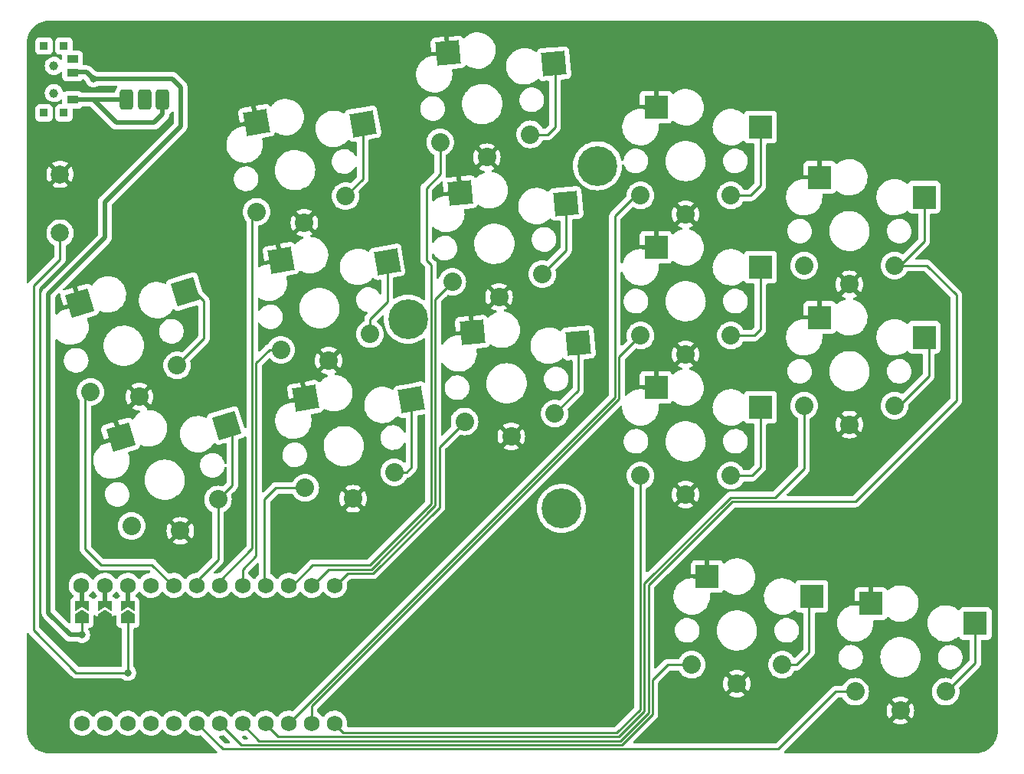
<source format=gbr>
%TF.GenerationSoftware,KiCad,Pcbnew,(6.0.4)*%
%TF.CreationDate,2022-07-07T20:03:21+02:00*%
%TF.ProjectId,battoota_min,62617474-6f6f-4746-915f-6d696e2e6b69,v1.0.0*%
%TF.SameCoordinates,Original*%
%TF.FileFunction,Copper,L2,Bot*%
%TF.FilePolarity,Positive*%
%FSLAX46Y46*%
G04 Gerber Fmt 4.6, Leading zero omitted, Abs format (unit mm)*
G04 Created by KiCad (PCBNEW (6.0.4)) date 2022-07-07 20:03:21*
%MOMM*%
%LPD*%
G01*
G04 APERTURE LIST*
G04 Aperture macros list*
%AMRoundRect*
0 Rectangle with rounded corners*
0 $1 Rounding radius*
0 $2 $3 $4 $5 $6 $7 $8 $9 X,Y pos of 4 corners*
0 Add a 4 corners polygon primitive as box body*
4,1,4,$2,$3,$4,$5,$6,$7,$8,$9,$2,$3,0*
0 Add four circle primitives for the rounded corners*
1,1,$1+$1,$2,$3*
1,1,$1+$1,$4,$5*
1,1,$1+$1,$6,$7*
1,1,$1+$1,$8,$9*
0 Add four rect primitives between the rounded corners*
20,1,$1+$1,$2,$3,$4,$5,0*
20,1,$1+$1,$4,$5,$6,$7,0*
20,1,$1+$1,$6,$7,$8,$9,0*
20,1,$1+$1,$8,$9,$2,$3,0*%
%AMRotRect*
0 Rectangle, with rotation*
0 The origin of the aperture is its center*
0 $1 length*
0 $2 width*
0 $3 Rotation angle, in degrees counterclockwise*
0 Add horizontal line*
21,1,$1,$2,0,0,$3*%
%AMFreePoly0*
4,1,6,0.500000,-0.750000,-0.650000,-0.750000,-0.150000,0.000000,-0.650000,0.750000,0.500000,0.750000,0.500000,-0.750000,0.500000,-0.750000,$1*%
%AMFreePoly1*
4,1,6,1.000000,0.000000,0.500000,-0.750000,-0.500000,-0.750000,-0.500000,0.750000,0.500000,0.750000,1.000000,0.000000,1.000000,0.000000,$1*%
G04 Aperture macros list end*
%TA.AperFunction,ComponentPad*%
%ADD10C,2.032000*%
%TD*%
%TA.AperFunction,SMDPad,CuDef*%
%ADD11R,2.600000X2.600000*%
%TD*%
%TA.AperFunction,SMDPad,CuDef*%
%ADD12R,0.900000X0.900000*%
%TD*%
%TA.AperFunction,WasherPad*%
%ADD13C,1.000000*%
%TD*%
%TA.AperFunction,SMDPad,CuDef*%
%ADD14R,1.250000X0.900000*%
%TD*%
%TA.AperFunction,SMDPad,CuDef*%
%ADD15RotRect,2.600000X2.600000X10.000000*%
%TD*%
%TA.AperFunction,ComponentPad*%
%ADD16C,4.400000*%
%TD*%
%TA.AperFunction,SMDPad,CuDef*%
%ADD17RotRect,2.600000X2.600000X17.000000*%
%TD*%
%TA.AperFunction,SMDPad,CuDef*%
%ADD18RotRect,2.600000X2.600000X5.000000*%
%TD*%
%TA.AperFunction,ComponentPad*%
%ADD19RoundRect,0.375000X-0.375000X-0.750000X0.375000X-0.750000X0.375000X0.750000X-0.375000X0.750000X0*%
%TD*%
%TA.AperFunction,ComponentPad*%
%ADD20C,2.000000*%
%TD*%
%TA.AperFunction,ComponentPad*%
%ADD21C,1.752600*%
%TD*%
%TA.AperFunction,SMDPad,CuDef*%
%ADD22FreePoly0,90.000000*%
%TD*%
%TA.AperFunction,SMDPad,CuDef*%
%ADD23R,0.500000X1.524000*%
%TD*%
%TA.AperFunction,SMDPad,CuDef*%
%ADD24FreePoly1,90.000000*%
%TD*%
%TA.AperFunction,ViaPad*%
%ADD25C,0.800000*%
%TD*%
%TA.AperFunction,Conductor*%
%ADD26C,0.250000*%
%TD*%
%TA.AperFunction,Conductor*%
%ADD27C,0.500000*%
%TD*%
G04 APERTURE END LIST*
D10*
%TO.P,S15,1*%
%TO.N,P3*%
X283604922Y-131769170D03*
D11*
%TO.N,GND*%
X285329921Y-122019170D03*
D10*
%TO.N,P3*%
X293604922Y-131769170D03*
D11*
%TO.P,S15,2*%
X296879922Y-124219171D03*
D10*
%TO.N,GND*%
X288604922Y-133869170D03*
%TD*%
D12*
%TO.P,T2,*%
%TO.N,*%
X193921762Y-60365501D03*
X193921762Y-67765501D03*
X196121762Y-60365501D03*
X196121762Y-67765501D03*
D13*
X195021762Y-65565501D03*
X195021762Y-62565501D03*
D14*
%TO.P,T2,1*%
%TO.N,BRAW*%
X197096762Y-66315501D03*
%TO.P,T2,2*%
%TO.N,RAW*%
X197096762Y-63315501D03*
%TO.P,T2,3*%
%TO.N,N/C*%
X197096762Y-61815501D03*
%TD*%
D10*
%TO.P,S3,1*%
%TO.N,P15*%
X232654774Y-107494159D03*
D15*
%TO.N,GND*%
X222812419Y-99329222D03*
D10*
%TO.N,P15*%
X222806696Y-109230640D03*
D15*
%TO.P,S3,2*%
X234568976Y-99490163D03*
D10*
%TO.N,GND*%
X228095396Y-110430496D03*
%TD*%
%TO.P,S14,1*%
%TO.N,P4*%
X275530975Y-128790064D03*
D11*
%TO.N,GND*%
X267255974Y-119040064D03*
D10*
%TO.N,P4*%
X265530975Y-128790064D03*
%TO.P,S14,2*%
%TO.N,GND*%
X270530975Y-130890064D03*
D11*
%TO.N,P4*%
X278805975Y-121240065D03*
%TD*%
D16*
%TO.P,REF\u002A\u002A,1*%
%TO.N,N/C*%
X255124909Y-73614716D03*
X234188000Y-90569091D03*
X251142375Y-111506000D03*
%TD*%
D17*
%TO.P,S1,1*%
%TO.N,GND*%
X202404681Y-103607376D03*
D10*
%TO.N,P20*%
X203605681Y-113435689D03*
X213168728Y-110511972D03*
%TO.P,S1,2*%
%TO.N,GND*%
X209001185Y-113982070D03*
D17*
%TO.N,P20*%
X214093220Y-102334354D03*
%TD*%
D10*
%TO.P,S6,1*%
%TO.N,P10*%
X250386226Y-101023823D03*
X240424279Y-101895381D03*
D18*
%TO.N,GND*%
X241292946Y-92032139D03*
%TO.P,S6,2*%
%TO.N,P10*%
X252990738Y-93217119D03*
D10*
%TO.N,GND*%
X245588280Y-103551611D03*
%TD*%
%TO.P,S5,1*%
%TO.N,P19*%
X227271681Y-76965119D03*
X217423603Y-78701600D03*
D15*
%TO.N,GND*%
X217429326Y-68800182D03*
%TO.P,S5,2*%
%TO.N,P19*%
X229185883Y-68961123D03*
D10*
%TO.N,GND*%
X222712303Y-79901456D03*
%TD*%
D11*
%TO.P,S13,1*%
%TO.N,GND*%
X279686999Y-74882000D03*
D10*
%TO.N,P5*%
X287962000Y-84632000D03*
X277962000Y-84632000D03*
D11*
%TO.P,S13,2*%
X291237000Y-77082001D03*
D10*
%TO.N,GND*%
X282962000Y-86732000D03*
%TD*%
%TO.P,S11,1*%
%TO.N,P7*%
X259862000Y-76882000D03*
D11*
%TO.N,GND*%
X261586999Y-67132000D03*
D10*
%TO.N,P7*%
X269862000Y-76882000D03*
%TO.P,S11,2*%
%TO.N,GND*%
X264862000Y-78982000D03*
D11*
%TO.N,P7*%
X273137000Y-69332001D03*
%TD*%
D10*
%TO.P,S12,1*%
%TO.N,P6*%
X287962000Y-100132000D03*
X277962000Y-100132000D03*
D11*
%TO.N,GND*%
X279686999Y-90382000D03*
D10*
%TO.P,S12,2*%
X282962000Y-102232000D03*
D11*
%TO.N,P6*%
X291237000Y-92582001D03*
%TD*%
D10*
%TO.P,S8,1*%
%TO.N,P14*%
X247684397Y-70141787D03*
X237722450Y-71013345D03*
D18*
%TO.N,GND*%
X238591117Y-61150103D03*
%TO.P,S8,2*%
%TO.N,P14*%
X250288909Y-62335083D03*
D10*
%TO.N,GND*%
X242886451Y-72669575D03*
%TD*%
D19*
%TO.P,PAD1,1*%
%TO.N,BRAW*%
X207035346Y-66324116D03*
%TO.P,PAD1,2*%
%TO.N,GND*%
X205035346Y-66324116D03*
%TO.P,PAD1,3*%
%TO.N,BRAW*%
X203035346Y-66324116D03*
%TD*%
D11*
%TO.P,S9,1*%
%TO.N,GND*%
X261586999Y-98132000D03*
D10*
%TO.N,P9*%
X269862000Y-107882000D03*
X259862000Y-107882000D03*
D11*
%TO.P,S9,2*%
X273137000Y-100332001D03*
D10*
%TO.N,GND*%
X264862000Y-109982000D03*
%TD*%
D11*
%TO.P,S10,1*%
%TO.N,GND*%
X261586999Y-82632000D03*
D10*
%TO.N,P8*%
X269862000Y-92382000D03*
X259862000Y-92382000D03*
D11*
%TO.P,S10,2*%
X273137000Y-84832001D03*
D10*
%TO.N,GND*%
X264862000Y-94482000D03*
%TD*%
D17*
%TO.P,S2,1*%
%TO.N,GND*%
X197872920Y-88784652D03*
D10*
%TO.N,P21*%
X208636967Y-95689248D03*
X199073920Y-98612965D03*
%TO.P,S2,2*%
%TO.N,GND*%
X204469424Y-99159346D03*
D17*
%TO.N,P21*%
X209561459Y-87511630D03*
%TD*%
D20*
%TO.P,B1,1*%
%TO.N,GND*%
X195707000Y-74549000D03*
%TO.P,B1,2*%
%TO.N,RST*%
X195707000Y-81049000D03*
%TD*%
D10*
%TO.P,S4,1*%
%TO.N,P18*%
X229963227Y-92229639D03*
D15*
%TO.N,GND*%
X220120872Y-84064702D03*
D10*
%TO.N,P18*%
X220115149Y-93966120D03*
%TO.P,S4,2*%
%TO.N,GND*%
X225403849Y-95165976D03*
D15*
%TO.N,P18*%
X231877429Y-84225643D03*
%TD*%
D10*
%TO.P,S7,1*%
%TO.N,P16*%
X249035312Y-85582805D03*
X239073365Y-86454363D03*
D18*
%TO.N,GND*%
X239942032Y-76591121D03*
%TO.P,S7,2*%
%TO.N,P16*%
X251639824Y-77776101D03*
D10*
%TO.N,GND*%
X244237366Y-88110593D03*
%TD*%
D21*
%TO.P,MCU1,*%
%TO.N,*%
X203200000Y-120015000D03*
X198036254Y-120015000D03*
X200660000Y-120015000D03*
X203200000Y-135255000D03*
X200660000Y-135255000D03*
D22*
X200660000Y-122271477D03*
D23*
X200660000Y-121346477D03*
D22*
X203200000Y-122271477D03*
D23*
X203200000Y-121346477D03*
D22*
X198120000Y-122271477D03*
D23*
X198120000Y-121346477D03*
D21*
X198120000Y-135255000D03*
D24*
%TO.P,MCU1,1*%
%TO.N,RAW*%
X198120000Y-123721477D03*
%TO.P,MCU1,2*%
%TO.N,GND*%
X200660000Y-123721477D03*
%TO.P,MCU1,3*%
%TO.N,RST*%
X203200000Y-123721477D03*
D21*
%TO.P,MCU1,4*%
%TO.N,N/C*%
X205740000Y-120015000D03*
%TO.P,MCU1,5*%
%TO.N,P21*%
X208280000Y-120015000D03*
%TO.P,MCU1,6*%
%TO.N,P20*%
X210820000Y-120015000D03*
%TO.P,MCU1,7*%
%TO.N,P19*%
X213360000Y-120015000D03*
%TO.P,MCU1,8*%
%TO.N,P18*%
X215900000Y-120015000D03*
%TO.P,MCU1,9*%
%TO.N,P15*%
X218440000Y-120015000D03*
%TO.P,MCU1,10*%
%TO.N,P14*%
X220980000Y-120015000D03*
%TO.P,MCU1,11*%
%TO.N,P16*%
X223520000Y-120015000D03*
%TO.P,MCU1,12*%
%TO.N,P10*%
X226060000Y-120015000D03*
%TO.P,MCU1,16*%
%TO.N,N/C*%
X205740000Y-135255000D03*
%TO.P,MCU1,17*%
%TO.N,P2*%
X208280000Y-135255000D03*
%TO.P,MCU1,18*%
%TO.N,P3*%
X210820000Y-135255000D03*
%TO.P,MCU1,19*%
%TO.N,P4*%
X213360000Y-135255000D03*
%TO.P,MCU1,20*%
%TO.N,P5*%
X215900000Y-135255000D03*
%TO.P,MCU1,21*%
%TO.N,P6*%
X218440000Y-135255000D03*
%TO.P,MCU1,22*%
%TO.N,P7*%
X220980000Y-135255000D03*
%TO.P,MCU1,23*%
%TO.N,P8*%
X223520000Y-135255000D03*
%TO.P,MCU1,24*%
%TO.N,P9*%
X226060000Y-135255000D03*
%TD*%
D25*
%TO.N,GND*%
X200660000Y-127635000D03*
%TO.N,RAW*%
X198120000Y-125476000D03*
X199409061Y-64013474D03*
%TO.N,RST*%
X203200000Y-129667000D03*
%TD*%
D26*
%TO.N,P4*%
X277101936Y-128790064D02*
X275530975Y-128790064D01*
X278511000Y-127381000D02*
X277101936Y-128790064D01*
X278805975Y-121240065D02*
X278511000Y-121535040D01*
X278511000Y-121535040D02*
X278511000Y-127381000D01*
%TO.N,P3*%
X293715652Y-131769170D02*
X293604922Y-131769170D01*
X296879922Y-124219171D02*
X296879922Y-128604900D01*
X296879922Y-128604900D02*
X293715652Y-131769170D01*
%TO.N,GND*%
X200660000Y-123721477D02*
X200660000Y-127635000D01*
X225403849Y-94875952D02*
X225403849Y-95165976D01*
D27*
%TO.N,RAW*%
X209042000Y-69215000D02*
X209042000Y-64897000D01*
X199414535Y-64008000D02*
X199409061Y-64013474D01*
X200660000Y-77597000D02*
X209042000Y-69215000D01*
X198659672Y-63264116D02*
X199357645Y-63962089D01*
X196850000Y-125476000D02*
X194437000Y-123063000D01*
X208153000Y-64008000D02*
X199414535Y-64008000D01*
D26*
X198120000Y-123721477D02*
X198120000Y-125476000D01*
D27*
X194437000Y-87757000D02*
X200660000Y-81534000D01*
X209042000Y-64897000D02*
X208153000Y-64008000D01*
X194437000Y-123063000D02*
X194437000Y-87757000D01*
X198120000Y-125476000D02*
X196850000Y-125476000D01*
X200660000Y-81534000D02*
X200660000Y-77597000D01*
X197045346Y-63264116D02*
X198659672Y-63264116D01*
D26*
%TO.N,RST*%
X192786000Y-124968000D02*
X192786000Y-86868000D01*
X203200000Y-123721477D02*
X203200000Y-129667000D01*
X195707000Y-83947000D02*
X195707000Y-81049000D01*
X203200000Y-129667000D02*
X197485000Y-129667000D01*
X192786000Y-86868000D02*
X195707000Y-83947000D01*
X197485000Y-129667000D02*
X192786000Y-124968000D01*
%TO.N,P9*%
X259842000Y-133731000D02*
X259842000Y-107902000D01*
X226060000Y-135382000D02*
X226987400Y-136309400D01*
X272169000Y-107882000D02*
X269862000Y-107882000D01*
X226987400Y-136309400D02*
X257263600Y-136309400D01*
X273137000Y-100332001D02*
X273137000Y-106914000D01*
X259842000Y-107902000D02*
X259862000Y-107882000D01*
X257263600Y-136309400D02*
X259842000Y-133731000D01*
X273137000Y-106914000D02*
X272169000Y-107882000D01*
%TO.N,P8*%
X223520000Y-133350718D02*
X223520000Y-135255000D01*
X273137000Y-91674000D02*
X272429000Y-92382000D01*
X257496000Y-99374718D02*
X223520000Y-133350718D01*
X273137000Y-84832001D02*
X273137000Y-91674000D01*
X272429000Y-92382000D02*
X269862000Y-92382000D01*
X257496000Y-94748000D02*
X257496000Y-99374718D01*
X259862000Y-92382000D02*
X257496000Y-94748000D01*
%TO.N,P7*%
X257046480Y-79189520D02*
X259354000Y-76882000D01*
X257046480Y-99188520D02*
X257046480Y-79189520D01*
X273137000Y-69332001D02*
X273137000Y-75799000D01*
X259354000Y-76882000D02*
X259862000Y-76882000D01*
X272054000Y-76882000D02*
X269862000Y-76882000D01*
X220980000Y-135255000D02*
X257046480Y-99188520D01*
X273137000Y-75799000D02*
X272054000Y-76882000D01*
%TO.N,P6*%
X277962000Y-100132000D02*
X277962000Y-107102000D01*
X291737000Y-92582001D02*
X291737000Y-96857000D01*
X219816920Y-136758920D02*
X218440000Y-135382000D01*
X260291520Y-133917197D02*
X257449798Y-136758920D01*
X274769520Y-110294480D02*
X269815086Y-110294480D01*
X269815086Y-110294480D02*
X260291520Y-119818046D01*
X291737000Y-96857000D02*
X288462000Y-100132000D01*
X257449798Y-136758920D02*
X219816920Y-136758920D01*
X277962000Y-107102000D02*
X274769520Y-110294480D01*
X260291520Y-119818046D02*
X260291520Y-133917197D01*
%TO.N,P5*%
X283599000Y-110744000D02*
X270001283Y-110744000D01*
X291237000Y-81938000D02*
X288543000Y-84632000D01*
X291237000Y-77082001D02*
X291237000Y-81938000D01*
X294775000Y-87884000D02*
X294775000Y-99568000D01*
X270001283Y-110744000D02*
X260741040Y-120004243D01*
X287962000Y-84632000D02*
X291523000Y-84632000D01*
X260741040Y-120004243D02*
X260741040Y-134103394D01*
X288543000Y-84632000D02*
X287962000Y-84632000D01*
X291523000Y-84632000D02*
X294775000Y-87884000D01*
X217726440Y-137208440D02*
X215900000Y-135382000D01*
X294775000Y-99568000D02*
X283599000Y-110744000D01*
X257635996Y-137208440D02*
X217726440Y-137208440D01*
X260741040Y-134103394D02*
X257635996Y-137208440D01*
%TO.N,P4*%
X215762960Y-137657960D02*
X257822194Y-137657960D01*
X261190560Y-130477440D02*
X262877936Y-128790064D01*
X261190560Y-134289594D02*
X261190560Y-130477440D01*
X262877936Y-128790064D02*
X265530975Y-128790064D01*
X257822194Y-137657960D02*
X261190560Y-134289594D01*
X213360000Y-135255000D02*
X215762960Y-137657960D01*
%TO.N,P3*%
X210820000Y-135255000D02*
X213672480Y-138107480D01*
X275129892Y-138107480D02*
X275452686Y-137784686D01*
X213672480Y-138107480D02*
X275129892Y-138107480D01*
X275129893Y-138107480D02*
X275452686Y-137784686D01*
X281468202Y-131769170D02*
X283604922Y-131769170D01*
X275452686Y-137784686D02*
X281468202Y-131769170D01*
%TO.N,P10*%
X237627040Y-111370394D02*
X237627040Y-104692620D01*
X227515480Y-118686520D02*
X230310916Y-118686520D01*
X226060000Y-120142000D02*
X227515480Y-118686520D01*
X230310916Y-118686520D02*
X237627040Y-111370394D01*
X252990738Y-93217119D02*
X252990738Y-98419311D01*
X237627040Y-104692620D02*
X240424279Y-101895381D01*
X252990738Y-98419311D02*
X250386226Y-101023823D01*
%TO.N,P16*%
X251639824Y-82978293D02*
X251639824Y-77776101D01*
X249035312Y-85582805D02*
X251639824Y-82978293D01*
X223520000Y-120142000D02*
X225425000Y-118237000D01*
X237177520Y-88350208D02*
X239073365Y-86454363D01*
X225425000Y-118237000D02*
X230124718Y-118237000D01*
X237177520Y-111184197D02*
X237177520Y-88350208D01*
X230124718Y-118237000D02*
X237177520Y-111184197D01*
%TO.N,P14*%
X250412000Y-69309954D02*
X249580167Y-70141787D01*
X221288420Y-120142000D02*
X223642940Y-117787480D01*
X236728000Y-84582000D02*
X236188000Y-84042000D01*
X229938520Y-117787480D02*
X236728000Y-110998000D01*
X220980000Y-120142000D02*
X221288420Y-120142000D01*
X250288909Y-62335083D02*
X250288909Y-62360909D01*
X250288909Y-62360909D02*
X250412000Y-62484000D01*
X236188000Y-84042000D02*
X236188000Y-76073000D01*
X249580167Y-70141787D02*
X247684397Y-70141787D01*
X250412000Y-62484000D02*
X250412000Y-69309954D01*
X236188000Y-76073000D02*
X237722450Y-74538550D01*
X223642940Y-117787480D02*
X229938520Y-117787480D01*
X236728000Y-110998000D02*
X236728000Y-84582000D01*
X237722450Y-74538550D02*
X237722450Y-71013345D01*
%TO.N,P15*%
X218313000Y-120015000D02*
X218313000Y-110490000D01*
X234568976Y-99490163D02*
X234568976Y-106914024D01*
X218313000Y-110490000D02*
X219572360Y-109230640D01*
X234568976Y-106914024D02*
X233988841Y-107494159D01*
X233988841Y-107494159D02*
X232654774Y-107494159D01*
X219572360Y-109230640D02*
X222806696Y-109230640D01*
%TO.N,P18*%
X218834880Y-93966120D02*
X220115149Y-93966120D01*
X217379105Y-95421895D02*
X218834880Y-93966120D01*
X215900000Y-118237718D02*
X217379105Y-116758613D01*
X231877429Y-84225643D02*
X231877429Y-88670571D01*
X215900000Y-120142000D02*
X215900000Y-118237718D01*
X229963227Y-90584773D02*
X229963227Y-92229639D01*
X231877429Y-88670571D02*
X229963227Y-90584773D01*
X217379105Y-116758613D02*
X217379105Y-95421895D01*
%TO.N,P19*%
X213360000Y-120142000D02*
X213360000Y-119507000D01*
X216929585Y-79195618D02*
X217423603Y-78701600D01*
X213360000Y-119507000D02*
X216929585Y-115937415D01*
X216929585Y-115937415D02*
X216929585Y-79195618D01*
X229185883Y-75050917D02*
X227271681Y-76965119D01*
X229185883Y-68961123D02*
X229185883Y-75050917D01*
%TO.N,P20*%
X211074000Y-119634000D02*
X211074000Y-119253000D01*
X213168728Y-110511972D02*
X214757000Y-108923700D01*
X214757000Y-108923700D02*
X214757000Y-102670574D01*
X211074000Y-119253000D02*
X213168728Y-117158272D01*
X213168728Y-117158272D02*
X213168728Y-110511972D01*
%TO.N,P21*%
X210561459Y-87511630D02*
X211602561Y-88552732D01*
X208280000Y-120142000D02*
X205867000Y-117729000D01*
X205867000Y-117729000D02*
X200279000Y-117729000D01*
X198501000Y-99185885D02*
X199073920Y-98612965D01*
X211602561Y-88552732D02*
X211602561Y-92723654D01*
X200279000Y-117729000D02*
X198501000Y-115951000D01*
X211602561Y-92723654D02*
X208636967Y-95689248D01*
X198501000Y-115951000D02*
X198501000Y-99185885D01*
D27*
%TO.N,BRAW*%
X197096762Y-66315501D02*
X203026731Y-66315501D01*
X203026731Y-66315501D02*
X203035346Y-66324116D01*
X201930000Y-68834000D02*
X206121000Y-68834000D01*
X199411501Y-66315501D02*
X201930000Y-68834000D01*
X206121000Y-68834000D02*
X207035346Y-67919654D01*
X197096762Y-66315501D02*
X199411501Y-66315501D01*
X207035346Y-67919654D02*
X207035346Y-66324116D01*
%TD*%
%TA.AperFunction,Conductor*%
%TO.N,GND*%
G36*
X296849682Y-57551871D02*
G01*
X296873401Y-57555563D01*
X296882299Y-57554399D01*
X296882304Y-57554399D01*
X296890595Y-57553314D01*
X296914540Y-57552479D01*
X297156335Y-57567094D01*
X297172389Y-57568064D01*
X297187494Y-57569897D01*
X297468450Y-57621373D01*
X297483224Y-57625014D01*
X297755917Y-57709978D01*
X297770144Y-57715373D01*
X298030616Y-57832592D01*
X298044090Y-57839663D01*
X298288528Y-57987423D01*
X298301051Y-57996067D01*
X298525891Y-58172212D01*
X298537280Y-58182301D01*
X298739253Y-58384269D01*
X298749344Y-58395659D01*
X298925500Y-58620502D01*
X298934143Y-58633024D01*
X299081907Y-58877454D01*
X299088979Y-58890928D01*
X299206205Y-59151397D01*
X299211600Y-59165624D01*
X299296572Y-59438318D01*
X299300213Y-59453092D01*
X299351694Y-59734038D01*
X299353528Y-59749140D01*
X299368662Y-59999414D01*
X299367390Y-60026408D01*
X299365961Y-60035584D01*
X299367125Y-60044487D01*
X299367125Y-60044488D01*
X299370089Y-60067159D01*
X299371152Y-60083493D01*
X299371152Y-136046532D01*
X299369652Y-136065917D01*
X299367342Y-136080750D01*
X299367342Y-136080754D01*
X299365961Y-136089623D01*
X299367605Y-136102192D01*
X299368210Y-136106818D01*
X299369043Y-136130762D01*
X299353446Y-136388612D01*
X299351612Y-136403716D01*
X299300128Y-136684662D01*
X299296487Y-136699435D01*
X299211513Y-136972130D01*
X299206123Y-136986344D01*
X299147953Y-137115595D01*
X299088894Y-137246820D01*
X299081823Y-137260291D01*
X298934061Y-137504725D01*
X298925417Y-137517248D01*
X298749265Y-137742091D01*
X298739176Y-137753480D01*
X298537210Y-137955449D01*
X298525822Y-137965538D01*
X298300987Y-138141689D01*
X298288465Y-138150333D01*
X298044029Y-138298104D01*
X298030556Y-138305175D01*
X297770095Y-138422403D01*
X297755869Y-138427798D01*
X297483184Y-138512774D01*
X297468411Y-138516416D01*
X297187458Y-138567907D01*
X297172354Y-138569741D01*
X296921983Y-138584890D01*
X296894996Y-138583621D01*
X296894850Y-138583598D01*
X296894790Y-138583589D01*
X296894789Y-138583589D01*
X296885919Y-138582208D01*
X296854362Y-138586335D01*
X296838023Y-138587399D01*
X275850069Y-138587399D01*
X275781948Y-138567397D01*
X275735455Y-138513741D01*
X275725351Y-138443467D01*
X275754845Y-138378887D01*
X275760973Y-138372304D01*
X275928821Y-138204455D01*
X279019800Y-135113476D01*
X287725446Y-135113476D01*
X287731173Y-135121126D01*
X287906681Y-135228677D01*
X287915475Y-135233158D01*
X288127951Y-135321168D01*
X288137336Y-135324217D01*
X288360966Y-135377907D01*
X288370713Y-135379450D01*
X288599992Y-135397495D01*
X288609852Y-135397495D01*
X288839131Y-135379450D01*
X288848878Y-135377907D01*
X289072508Y-135324217D01*
X289081893Y-135321168D01*
X289294369Y-135233158D01*
X289303163Y-135228677D01*
X289475005Y-135123373D01*
X289484465Y-135112917D01*
X289480681Y-135104139D01*
X288617734Y-134241192D01*
X288603790Y-134233578D01*
X288601957Y-134233709D01*
X288595342Y-134237960D01*
X287732206Y-135101096D01*
X287725446Y-135113476D01*
X279019800Y-135113476D01*
X280259176Y-133874100D01*
X287076597Y-133874100D01*
X287094642Y-134103379D01*
X287096185Y-134113126D01*
X287149875Y-134336756D01*
X287152924Y-134346141D01*
X287240934Y-134558617D01*
X287245415Y-134567411D01*
X287350719Y-134739253D01*
X287361175Y-134748713D01*
X287369953Y-134744929D01*
X288232900Y-133881982D01*
X288239278Y-133870302D01*
X288969330Y-133870302D01*
X288969461Y-133872135D01*
X288973712Y-133878750D01*
X289836848Y-134741886D01*
X289849228Y-134748646D01*
X289856878Y-134742919D01*
X289964429Y-134567411D01*
X289968910Y-134558617D01*
X290056920Y-134346141D01*
X290059969Y-134336756D01*
X290113659Y-134113126D01*
X290115202Y-134103379D01*
X290133247Y-133874100D01*
X290133247Y-133864240D01*
X290115202Y-133634961D01*
X290113659Y-133625214D01*
X290059969Y-133401584D01*
X290056920Y-133392199D01*
X289968910Y-133179723D01*
X289964429Y-133170929D01*
X289859125Y-132999087D01*
X289848669Y-132989627D01*
X289839891Y-132993411D01*
X288976944Y-133856358D01*
X288969330Y-133870302D01*
X288239278Y-133870302D01*
X288240514Y-133868038D01*
X288240383Y-133866205D01*
X288236132Y-133859590D01*
X287372996Y-132996454D01*
X287360616Y-132989694D01*
X287352966Y-132995421D01*
X287245415Y-133170929D01*
X287240934Y-133179723D01*
X287152924Y-133392199D01*
X287149875Y-133401584D01*
X287096185Y-133625214D01*
X287094642Y-133634961D01*
X287076597Y-133864240D01*
X287076597Y-133874100D01*
X280259176Y-133874100D01*
X281693701Y-132439575D01*
X281756013Y-132405550D01*
X281782797Y-132402670D01*
X282134652Y-132402670D01*
X282202773Y-132422672D01*
X282240631Y-132464492D01*
X282242382Y-132463419D01*
X282367762Y-132668019D01*
X282523604Y-132850488D01*
X282527366Y-132853701D01*
X282694510Y-132996454D01*
X282706073Y-133006330D01*
X282910673Y-133131710D01*
X282915243Y-133133603D01*
X282915245Y-133133604D01*
X283026587Y-133179723D01*
X283132369Y-133223539D01*
X283213959Y-133243127D01*
X283360887Y-133278402D01*
X283360893Y-133278403D01*
X283365700Y-133279557D01*
X283604922Y-133298384D01*
X283844144Y-133279557D01*
X283848951Y-133278403D01*
X283848957Y-133278402D01*
X283995885Y-133243127D01*
X284077475Y-133223539D01*
X284183257Y-133179723D01*
X284294599Y-133133604D01*
X284294601Y-133133603D01*
X284299171Y-133131710D01*
X284503771Y-133006330D01*
X284515335Y-132996454D01*
X284682478Y-132853701D01*
X284686240Y-132850488D01*
X284842082Y-132668019D01*
X284868185Y-132625423D01*
X287725379Y-132625423D01*
X287729163Y-132634201D01*
X288592110Y-133497148D01*
X288606054Y-133504762D01*
X288607887Y-133504631D01*
X288614502Y-133500380D01*
X289477638Y-132637244D01*
X289484398Y-132624864D01*
X289478671Y-132617214D01*
X289303163Y-132509663D01*
X289294369Y-132505182D01*
X289081893Y-132417172D01*
X289072508Y-132414123D01*
X288848878Y-132360433D01*
X288839131Y-132358890D01*
X288609852Y-132340845D01*
X288599992Y-132340845D01*
X288370713Y-132358890D01*
X288360966Y-132360433D01*
X288137336Y-132414123D01*
X288127951Y-132417172D01*
X287915475Y-132505182D01*
X287906681Y-132509663D01*
X287734839Y-132614967D01*
X287725379Y-132625423D01*
X284868185Y-132625423D01*
X284967462Y-132463419D01*
X284977339Y-132439575D01*
X285057397Y-132246296D01*
X285057398Y-132246294D01*
X285059291Y-132241723D01*
X285085064Y-132134370D01*
X285114154Y-132013205D01*
X285114155Y-132013199D01*
X285115309Y-132008392D01*
X285134136Y-131769170D01*
X285115309Y-131529948D01*
X285114155Y-131525141D01*
X285114154Y-131525135D01*
X285063545Y-131314335D01*
X285059291Y-131296617D01*
X285043649Y-131258854D01*
X284969356Y-131079493D01*
X284969355Y-131079491D01*
X284967462Y-131074921D01*
X284842082Y-130870321D01*
X284686240Y-130687852D01*
X284503771Y-130532010D01*
X284299171Y-130406630D01*
X284294601Y-130404737D01*
X284294599Y-130404736D01*
X284082048Y-130316695D01*
X284082046Y-130316694D01*
X284077475Y-130314801D01*
X283965954Y-130288027D01*
X283848957Y-130259938D01*
X283848951Y-130259937D01*
X283844144Y-130258783D01*
X283604922Y-130239956D01*
X283365700Y-130258783D01*
X283360893Y-130259937D01*
X283360887Y-130259938D01*
X283243890Y-130288027D01*
X283132369Y-130314801D01*
X283127798Y-130316694D01*
X283127796Y-130316695D01*
X282915245Y-130404736D01*
X282915243Y-130404737D01*
X282910673Y-130406630D01*
X282706073Y-130532010D01*
X282523604Y-130687852D01*
X282367762Y-130870321D01*
X282242382Y-131074921D01*
X282240454Y-131073740D01*
X282198106Y-131118526D01*
X282134652Y-131135670D01*
X281546969Y-131135670D01*
X281535786Y-131135143D01*
X281528293Y-131133468D01*
X281520367Y-131133717D01*
X281520366Y-131133717D01*
X281460216Y-131135608D01*
X281456257Y-131135670D01*
X281428346Y-131135670D01*
X281424412Y-131136167D01*
X281424411Y-131136167D01*
X281424346Y-131136175D01*
X281412509Y-131137108D01*
X281380692Y-131138108D01*
X281376231Y-131138248D01*
X281368312Y-131138497D01*
X281350656Y-131143626D01*
X281348860Y-131144148D01*
X281329508Y-131148156D01*
X281322437Y-131149050D01*
X281309405Y-131150696D01*
X281302036Y-131153613D01*
X281302034Y-131153614D01*
X281268299Y-131166970D01*
X281257071Y-131170815D01*
X281214609Y-131183152D01*
X281207787Y-131187186D01*
X281207781Y-131187189D01*
X281197170Y-131193464D01*
X281179420Y-131202160D01*
X281167958Y-131206698D01*
X281167953Y-131206701D01*
X281160585Y-131209618D01*
X281154170Y-131214279D01*
X281124827Y-131235597D01*
X281114909Y-131242113D01*
X281096221Y-131253165D01*
X281076839Y-131264628D01*
X281062515Y-131278952D01*
X281047483Y-131291791D01*
X281031095Y-131303698D01*
X281020397Y-131316630D01*
X281002914Y-131337763D01*
X280994924Y-131346543D01*
X274976551Y-137364916D01*
X274976548Y-137364920D01*
X274904393Y-137437075D01*
X274842081Y-137471101D01*
X274815298Y-137473980D01*
X259206268Y-137473980D01*
X259138147Y-137453978D01*
X259091654Y-137400322D01*
X259081550Y-137330048D01*
X259111044Y-137265468D01*
X259117173Y-137258885D01*
X260250639Y-136125420D01*
X261582813Y-134793246D01*
X261591099Y-134785706D01*
X261597578Y-134781594D01*
X261644204Y-134731942D01*
X261646958Y-134729101D01*
X261666695Y-134709364D01*
X261669175Y-134706167D01*
X261676880Y-134697145D01*
X261701719Y-134670694D01*
X261707146Y-134664915D01*
X261710965Y-134657969D01*
X261710967Y-134657966D01*
X261716908Y-134647160D01*
X261727759Y-134630641D01*
X261735318Y-134620895D01*
X261740174Y-134614635D01*
X261743319Y-134607366D01*
X261743322Y-134607362D01*
X261757734Y-134574057D01*
X261762951Y-134563407D01*
X261784255Y-134524654D01*
X261789293Y-134505031D01*
X261795697Y-134486328D01*
X261800593Y-134475014D01*
X261800593Y-134475013D01*
X261803741Y-134467739D01*
X261804980Y-134459916D01*
X261804983Y-134459906D01*
X261810659Y-134424070D01*
X261813065Y-134412450D01*
X261822088Y-134377305D01*
X261822088Y-134377304D01*
X261824060Y-134369624D01*
X261824060Y-134349370D01*
X261825611Y-134329659D01*
X261827540Y-134317480D01*
X261828780Y-134309651D01*
X261824619Y-134265632D01*
X261824060Y-134253775D01*
X261824060Y-132134370D01*
X269651499Y-132134370D01*
X269657226Y-132142020D01*
X269832734Y-132249571D01*
X269841528Y-132254052D01*
X270054004Y-132342062D01*
X270063389Y-132345111D01*
X270287019Y-132398801D01*
X270296766Y-132400344D01*
X270526045Y-132418389D01*
X270535905Y-132418389D01*
X270765184Y-132400344D01*
X270774931Y-132398801D01*
X270998561Y-132345111D01*
X271007946Y-132342062D01*
X271220422Y-132254052D01*
X271229216Y-132249571D01*
X271401058Y-132144267D01*
X271410518Y-132133811D01*
X271406734Y-132125033D01*
X270543787Y-131262086D01*
X270529843Y-131254472D01*
X270528010Y-131254603D01*
X270521395Y-131258854D01*
X269658259Y-132121990D01*
X269651499Y-132134370D01*
X261824060Y-132134370D01*
X261824060Y-130894994D01*
X269002650Y-130894994D01*
X269020695Y-131124273D01*
X269022238Y-131134020D01*
X269075928Y-131357650D01*
X269078977Y-131367035D01*
X269166987Y-131579511D01*
X269171468Y-131588305D01*
X269276772Y-131760147D01*
X269287228Y-131769607D01*
X269296006Y-131765823D01*
X270158953Y-130902876D01*
X270165331Y-130891196D01*
X270895383Y-130891196D01*
X270895514Y-130893029D01*
X270899765Y-130899644D01*
X271762901Y-131762780D01*
X271775281Y-131769540D01*
X271782931Y-131763813D01*
X271890482Y-131588305D01*
X271894963Y-131579511D01*
X271982973Y-131367035D01*
X271986022Y-131357650D01*
X272039712Y-131134020D01*
X272041255Y-131124273D01*
X272059300Y-130894994D01*
X272059300Y-130885134D01*
X272041255Y-130655855D01*
X272039712Y-130646108D01*
X271986022Y-130422478D01*
X271982973Y-130413093D01*
X271894963Y-130200617D01*
X271890482Y-130191823D01*
X271785178Y-130019981D01*
X271774722Y-130010521D01*
X271765944Y-130014305D01*
X270902997Y-130877252D01*
X270895383Y-130891196D01*
X270165331Y-130891196D01*
X270166567Y-130888932D01*
X270166436Y-130887099D01*
X270162185Y-130880484D01*
X269299049Y-130017348D01*
X269286669Y-130010588D01*
X269279019Y-130016315D01*
X269171468Y-130191823D01*
X269166987Y-130200617D01*
X269078977Y-130413093D01*
X269075928Y-130422478D01*
X269022238Y-130646108D01*
X269020695Y-130655855D01*
X269002650Y-130885134D01*
X269002650Y-130894994D01*
X261824060Y-130894994D01*
X261824060Y-130792034D01*
X261844062Y-130723913D01*
X261860965Y-130702939D01*
X263103436Y-129460469D01*
X263165748Y-129426443D01*
X263192531Y-129423564D01*
X264060705Y-129423564D01*
X264128826Y-129443566D01*
X264166684Y-129485386D01*
X264168435Y-129484313D01*
X264293815Y-129688913D01*
X264297032Y-129692680D01*
X264297033Y-129692681D01*
X264326503Y-129727186D01*
X264449657Y-129871382D01*
X264453419Y-129874595D01*
X264620563Y-130017348D01*
X264632126Y-130027224D01*
X264836726Y-130152604D01*
X264841296Y-130154497D01*
X264841298Y-130154498D01*
X265048550Y-130240344D01*
X265058422Y-130244433D01*
X265116578Y-130258395D01*
X265286940Y-130299296D01*
X265286946Y-130299297D01*
X265291753Y-130300451D01*
X265530975Y-130319278D01*
X265770197Y-130300451D01*
X265775004Y-130299297D01*
X265775010Y-130299296D01*
X265945372Y-130258395D01*
X266003528Y-130244433D01*
X266013400Y-130240344D01*
X266220652Y-130154498D01*
X266220654Y-130154497D01*
X266225224Y-130152604D01*
X266429824Y-130027224D01*
X266441388Y-130017348D01*
X266608531Y-129874595D01*
X266612293Y-129871382D01*
X266735447Y-129727186D01*
X266764917Y-129692681D01*
X266764918Y-129692680D01*
X266768135Y-129688913D01*
X266794238Y-129646317D01*
X269651432Y-129646317D01*
X269655216Y-129655095D01*
X270518163Y-130518042D01*
X270532107Y-130525656D01*
X270533940Y-130525525D01*
X270540555Y-130521274D01*
X271403691Y-129658138D01*
X271410451Y-129645758D01*
X271404724Y-129638108D01*
X271229216Y-129530557D01*
X271220422Y-129526076D01*
X271007946Y-129438066D01*
X270998561Y-129435017D01*
X270774931Y-129381327D01*
X270765184Y-129379784D01*
X270535905Y-129361739D01*
X270526045Y-129361739D01*
X270296766Y-129379784D01*
X270287019Y-129381327D01*
X270063389Y-129435017D01*
X270054004Y-129438066D01*
X269841528Y-129526076D01*
X269832734Y-129530557D01*
X269660892Y-129635861D01*
X269651432Y-129646317D01*
X266794238Y-129646317D01*
X266893515Y-129484313D01*
X266896515Y-129477072D01*
X266983450Y-129267190D01*
X266983451Y-129267188D01*
X266985344Y-129262617D01*
X267015599Y-129136597D01*
X267040207Y-129034099D01*
X267040208Y-129034093D01*
X267041362Y-129029286D01*
X267060189Y-128790064D01*
X267041362Y-128550842D01*
X267040208Y-128546035D01*
X267040207Y-128546029D01*
X267004932Y-128399101D01*
X266985344Y-128317511D01*
X266974418Y-128291133D01*
X266895409Y-128100387D01*
X266895408Y-128100385D01*
X266893515Y-128095815D01*
X266768135Y-127891215D01*
X266707732Y-127820491D01*
X266615506Y-127712508D01*
X266612293Y-127708746D01*
X266445646Y-127566417D01*
X266433592Y-127556122D01*
X266433591Y-127556121D01*
X266429824Y-127552904D01*
X266225224Y-127427524D01*
X266220654Y-127425631D01*
X266220652Y-127425630D01*
X266008101Y-127337589D01*
X266008099Y-127337588D01*
X266003528Y-127335695D01*
X265921938Y-127316107D01*
X265775010Y-127280832D01*
X265775004Y-127280831D01*
X265770197Y-127279677D01*
X265530975Y-127260850D01*
X265291753Y-127279677D01*
X265286946Y-127280831D01*
X265286940Y-127280832D01*
X265140012Y-127316107D01*
X265058422Y-127335695D01*
X265053851Y-127337588D01*
X265053849Y-127337589D01*
X264841298Y-127425630D01*
X264841296Y-127425631D01*
X264836726Y-127427524D01*
X264632126Y-127552904D01*
X264628359Y-127556121D01*
X264628358Y-127556122D01*
X264616304Y-127566417D01*
X264449657Y-127708746D01*
X264446444Y-127712508D01*
X264354219Y-127820491D01*
X264293815Y-127891215D01*
X264168435Y-128095815D01*
X264166507Y-128094634D01*
X264124159Y-128139420D01*
X264060705Y-128156564D01*
X262956703Y-128156564D01*
X262945520Y-128156037D01*
X262938027Y-128154362D01*
X262930101Y-128154611D01*
X262930100Y-128154611D01*
X262869950Y-128156502D01*
X262865991Y-128156564D01*
X262838080Y-128156564D01*
X262834146Y-128157061D01*
X262834145Y-128157061D01*
X262834080Y-128157069D01*
X262822243Y-128158002D01*
X262789985Y-128159016D01*
X262785966Y-128159142D01*
X262778047Y-128159391D01*
X262758593Y-128165043D01*
X262739236Y-128169051D01*
X262727006Y-128170596D01*
X262727005Y-128170596D01*
X262719139Y-128171590D01*
X262711768Y-128174509D01*
X262711766Y-128174509D01*
X262678024Y-128187868D01*
X262666794Y-128191713D01*
X262631953Y-128201835D01*
X262631952Y-128201835D01*
X262624343Y-128204046D01*
X262617524Y-128208079D01*
X262617519Y-128208081D01*
X262606908Y-128214357D01*
X262589160Y-128223052D01*
X262570319Y-128230512D01*
X262563903Y-128235174D01*
X262563902Y-128235174D01*
X262534549Y-128256500D01*
X262524629Y-128263016D01*
X262493401Y-128281484D01*
X262493398Y-128281486D01*
X262486574Y-128285522D01*
X262472253Y-128299843D01*
X262457220Y-128312683D01*
X262440829Y-128324592D01*
X262414845Y-128356001D01*
X262412638Y-128358669D01*
X262404658Y-128367438D01*
X261589633Y-129182462D01*
X261527323Y-129216486D01*
X261456507Y-129211421D01*
X261399672Y-129168874D01*
X261374861Y-129102354D01*
X261374540Y-129093365D01*
X261374540Y-124925796D01*
X263668175Y-124925796D01*
X263668375Y-124931126D01*
X263668375Y-124931127D01*
X263672339Y-125036723D01*
X263676829Y-125156332D01*
X263724203Y-125382114D01*
X263726161Y-125387073D01*
X263726162Y-125387075D01*
X263730751Y-125398694D01*
X263808942Y-125596686D01*
X263928622Y-125793913D01*
X263932119Y-125797943D01*
X264045585Y-125928701D01*
X264079822Y-125968156D01*
X264085654Y-125972938D01*
X264254090Y-126111048D01*
X264254096Y-126111052D01*
X264258218Y-126114432D01*
X264458710Y-126228558D01*
X264463726Y-126230379D01*
X264463731Y-126230381D01*
X264670550Y-126305453D01*
X264670554Y-126305454D01*
X264675565Y-126307273D01*
X264680814Y-126308222D01*
X264680817Y-126308223D01*
X264898498Y-126347586D01*
X264898505Y-126347587D01*
X264902582Y-126348324D01*
X264920319Y-126349160D01*
X264925267Y-126349394D01*
X264925274Y-126349394D01*
X264926755Y-126349464D01*
X265088900Y-126349464D01*
X265155856Y-126343783D01*
X265255537Y-126335325D01*
X265255541Y-126335324D01*
X265260848Y-126334874D01*
X265266003Y-126333536D01*
X265266009Y-126333535D01*
X265478978Y-126278259D01*
X265478982Y-126278258D01*
X265484147Y-126276917D01*
X265489013Y-126274725D01*
X265489016Y-126274724D01*
X265689624Y-126184357D01*
X265694490Y-126182165D01*
X265698910Y-126179189D01*
X265698914Y-126179187D01*
X265845478Y-126080513D01*
X265885860Y-126053326D01*
X266052787Y-125894086D01*
X266107538Y-125820498D01*
X266187312Y-125713278D01*
X266187314Y-125713275D01*
X266190496Y-125708998D01*
X266245280Y-125601247D01*
X266292633Y-125508110D01*
X266292633Y-125508109D01*
X266295052Y-125503352D01*
X266338020Y-125364973D01*
X266361880Y-125288134D01*
X266361881Y-125288128D01*
X266363464Y-125283031D01*
X266384171Y-125126797D01*
X266393075Y-125059617D01*
X266393075Y-125059612D01*
X266393775Y-125054332D01*
X266393114Y-125036723D01*
X268303489Y-125036723D01*
X268303852Y-125040871D01*
X268303852Y-125040875D01*
X268320037Y-125225873D01*
X268329227Y-125330913D01*
X268330137Y-125334985D01*
X268330138Y-125334990D01*
X268388634Y-125596686D01*
X268393647Y-125619114D01*
X268395090Y-125623037D01*
X268395091Y-125623039D01*
X268400186Y-125636886D01*
X268495619Y-125896263D01*
X268497566Y-125899956D01*
X268497567Y-125899958D01*
X268554123Y-126007226D01*
X268633349Y-126157491D01*
X268635769Y-126160896D01*
X268801994Y-126394799D01*
X268801999Y-126394805D01*
X268804418Y-126398209D01*
X268807262Y-126401259D01*
X268807267Y-126401265D01*
X268813131Y-126407553D01*
X269005821Y-126614188D01*
X269234020Y-126801632D01*
X269485004Y-126957249D01*
X269754365Y-127078305D01*
X269889516Y-127118595D01*
X270032738Y-127161291D01*
X270037370Y-127162672D01*
X270041490Y-127163325D01*
X270041492Y-127163325D01*
X270325567Y-127208319D01*
X270325573Y-127208320D01*
X270329048Y-127208870D01*
X270353607Y-127209985D01*
X270419992Y-127213000D01*
X270420013Y-127213000D01*
X270421412Y-127213064D01*
X270605876Y-127213064D01*
X270825639Y-127198467D01*
X270829738Y-127197641D01*
X270829742Y-127197640D01*
X271003165Y-127162672D01*
X271115126Y-127140097D01*
X271394350Y-127043952D01*
X271564064Y-126958966D01*
X271654670Y-126913594D01*
X271654672Y-126913593D01*
X271658406Y-126911723D01*
X271902653Y-126745732D01*
X272122802Y-126548896D01*
X272243948Y-126407553D01*
X272312264Y-126327848D01*
X272312267Y-126327844D01*
X272314984Y-126324674D01*
X272317258Y-126321172D01*
X272317262Y-126321167D01*
X272473545Y-126080513D01*
X272473548Y-126080508D01*
X272475824Y-126077003D01*
X272485655Y-126056300D01*
X272568213Y-125882432D01*
X272602494Y-125810236D01*
X272614430Y-125773062D01*
X272691490Y-125533047D01*
X272691490Y-125533046D01*
X272692770Y-125529060D01*
X272714164Y-125410158D01*
X272744326Y-125242523D01*
X272744327Y-125242518D01*
X272745065Y-125238414D01*
X272745635Y-125225873D01*
X272758272Y-124947575D01*
X272758272Y-124947570D01*
X272758461Y-124943405D01*
X272757247Y-124929521D01*
X272756921Y-124925796D01*
X274668175Y-124925796D01*
X274668375Y-124931126D01*
X274668375Y-124931127D01*
X274672339Y-125036723D01*
X274676829Y-125156332D01*
X274724203Y-125382114D01*
X274726161Y-125387073D01*
X274726162Y-125387075D01*
X274730751Y-125398694D01*
X274808942Y-125596686D01*
X274928622Y-125793913D01*
X274932119Y-125797943D01*
X275045585Y-125928701D01*
X275079822Y-125968156D01*
X275085654Y-125972938D01*
X275254090Y-126111048D01*
X275254096Y-126111052D01*
X275258218Y-126114432D01*
X275458710Y-126228558D01*
X275463726Y-126230379D01*
X275463731Y-126230381D01*
X275670550Y-126305453D01*
X275670554Y-126305454D01*
X275675565Y-126307273D01*
X275680814Y-126308222D01*
X275680817Y-126308223D01*
X275898498Y-126347586D01*
X275898505Y-126347587D01*
X275902582Y-126348324D01*
X275920319Y-126349160D01*
X275925267Y-126349394D01*
X275925274Y-126349394D01*
X275926755Y-126349464D01*
X276088900Y-126349464D01*
X276155856Y-126343783D01*
X276255537Y-126335325D01*
X276255541Y-126335324D01*
X276260848Y-126334874D01*
X276266003Y-126333536D01*
X276266009Y-126333535D01*
X276478978Y-126278259D01*
X276478982Y-126278258D01*
X276484147Y-126276917D01*
X276489013Y-126274725D01*
X276489016Y-126274724D01*
X276689624Y-126184357D01*
X276694490Y-126182165D01*
X276698910Y-126179189D01*
X276698914Y-126179187D01*
X276845478Y-126080513D01*
X276885860Y-126053326D01*
X277052787Y-125894086D01*
X277107538Y-125820498D01*
X277187312Y-125713278D01*
X277187314Y-125713275D01*
X277190496Y-125708998D01*
X277245280Y-125601247D01*
X277292633Y-125508110D01*
X277292633Y-125508109D01*
X277295052Y-125503352D01*
X277338020Y-125364973D01*
X277361880Y-125288134D01*
X277361881Y-125288128D01*
X277363464Y-125283031D01*
X277384171Y-125126797D01*
X277393075Y-125059617D01*
X277393075Y-125059612D01*
X277393775Y-125054332D01*
X277392958Y-125032553D01*
X277385321Y-124829127D01*
X277385121Y-124823796D01*
X277337747Y-124598014D01*
X277253008Y-124383442D01*
X277142072Y-124200624D01*
X277136097Y-124190778D01*
X277136096Y-124190777D01*
X277133328Y-124186215D01*
X277097160Y-124144535D01*
X276985628Y-124016005D01*
X276985626Y-124016003D01*
X276982128Y-124011972D01*
X276913246Y-123955492D01*
X276807860Y-123869080D01*
X276807854Y-123869076D01*
X276803732Y-123865696D01*
X276603240Y-123751570D01*
X276598224Y-123749749D01*
X276598219Y-123749747D01*
X276391400Y-123674675D01*
X276391396Y-123674674D01*
X276386385Y-123672855D01*
X276381136Y-123671906D01*
X276381133Y-123671905D01*
X276163452Y-123632542D01*
X276163445Y-123632541D01*
X276159368Y-123631804D01*
X276141631Y-123630968D01*
X276136683Y-123630734D01*
X276136676Y-123630734D01*
X276135195Y-123630664D01*
X275973050Y-123630664D01*
X275906094Y-123636345D01*
X275806413Y-123644803D01*
X275806409Y-123644804D01*
X275801102Y-123645254D01*
X275795947Y-123646592D01*
X275795941Y-123646593D01*
X275582972Y-123701869D01*
X275582968Y-123701870D01*
X275577803Y-123703211D01*
X275572937Y-123705403D01*
X275572934Y-123705404D01*
X275474496Y-123749747D01*
X275367460Y-123797963D01*
X275363040Y-123800939D01*
X275363036Y-123800941D01*
X275324079Y-123827169D01*
X275176090Y-123926802D01*
X275009163Y-124086042D01*
X275005975Y-124090327D01*
X274901968Y-124230118D01*
X274871454Y-124271130D01*
X274869039Y-124275880D01*
X274814352Y-124383442D01*
X274766898Y-124476776D01*
X274739683Y-124564422D01*
X274700070Y-124691994D01*
X274700069Y-124692000D01*
X274698486Y-124697097D01*
X274691974Y-124746234D01*
X274670546Y-124907909D01*
X274668175Y-124925796D01*
X272756921Y-124925796D01*
X272733087Y-124653376D01*
X272732723Y-124649215D01*
X272731812Y-124645138D01*
X272669215Y-124365092D01*
X272669213Y-124365085D01*
X272668303Y-124361014D01*
X272566331Y-124083865D01*
X272530553Y-124016005D01*
X272474328Y-123909365D01*
X272428601Y-123822637D01*
X272376801Y-123749747D01*
X272259956Y-123585329D01*
X272259951Y-123585323D01*
X272257532Y-123581919D01*
X272254688Y-123578869D01*
X272254683Y-123578863D01*
X272058975Y-123368992D01*
X272056129Y-123365940D01*
X271827930Y-123178496D01*
X271576946Y-123022879D01*
X271559148Y-123014880D01*
X271409285Y-122947529D01*
X271307585Y-122901823D01*
X271024580Y-122817456D01*
X271020460Y-122816803D01*
X271020458Y-122816803D01*
X270736383Y-122771809D01*
X270736377Y-122771808D01*
X270732902Y-122771258D01*
X270708343Y-122770143D01*
X270641958Y-122767128D01*
X270641937Y-122767128D01*
X270640538Y-122767064D01*
X270456074Y-122767064D01*
X270236311Y-122781661D01*
X270232212Y-122782487D01*
X270232208Y-122782488D01*
X270138137Y-122801456D01*
X269946824Y-122840031D01*
X269667600Y-122936176D01*
X269663872Y-122938043D01*
X269411636Y-123064353D01*
X269403544Y-123068405D01*
X269159297Y-123234396D01*
X269156183Y-123237180D01*
X269156182Y-123237181D01*
X269144134Y-123247953D01*
X268939148Y-123431232D01*
X268936431Y-123434402D01*
X268936430Y-123434403D01*
X268753313Y-123648049D01*
X268746966Y-123655454D01*
X268744692Y-123658956D01*
X268744688Y-123658961D01*
X268605092Y-123873920D01*
X268586126Y-123903125D01*
X268584332Y-123906903D01*
X268584331Y-123906905D01*
X268574883Y-123926802D01*
X268459456Y-124169892D01*
X268458177Y-124173875D01*
X268458176Y-124173878D01*
X268377475Y-124425232D01*
X268369180Y-124451068D01*
X268363636Y-124481879D01*
X268318063Y-124735169D01*
X268316885Y-124741714D01*
X268316696Y-124745881D01*
X268316695Y-124745888D01*
X268304350Y-125017760D01*
X268303489Y-125036723D01*
X266393114Y-125036723D01*
X266392958Y-125032553D01*
X266385321Y-124829127D01*
X266385121Y-124823796D01*
X266337747Y-124598014D01*
X266253008Y-124383442D01*
X266142072Y-124200624D01*
X266136097Y-124190778D01*
X266136096Y-124190777D01*
X266133328Y-124186215D01*
X266097160Y-124144535D01*
X265985628Y-124016005D01*
X265985626Y-124016003D01*
X265982128Y-124011972D01*
X265913246Y-123955492D01*
X265807860Y-123869080D01*
X265807854Y-123869076D01*
X265803732Y-123865696D01*
X265603240Y-123751570D01*
X265598224Y-123749749D01*
X265598219Y-123749747D01*
X265391400Y-123674675D01*
X265391396Y-123674674D01*
X265386385Y-123672855D01*
X265381136Y-123671906D01*
X265381133Y-123671905D01*
X265163452Y-123632542D01*
X265163445Y-123632541D01*
X265159368Y-123631804D01*
X265141631Y-123630968D01*
X265136683Y-123630734D01*
X265136676Y-123630734D01*
X265135195Y-123630664D01*
X264973050Y-123630664D01*
X264906094Y-123636345D01*
X264806413Y-123644803D01*
X264806409Y-123644804D01*
X264801102Y-123645254D01*
X264795947Y-123646592D01*
X264795941Y-123646593D01*
X264582972Y-123701869D01*
X264582968Y-123701870D01*
X264577803Y-123703211D01*
X264572937Y-123705403D01*
X264572934Y-123705404D01*
X264474496Y-123749747D01*
X264367460Y-123797963D01*
X264363040Y-123800939D01*
X264363036Y-123800941D01*
X264324079Y-123827169D01*
X264176090Y-123926802D01*
X264009163Y-124086042D01*
X264005975Y-124090327D01*
X263901968Y-124230118D01*
X263871454Y-124271130D01*
X263869039Y-124275880D01*
X263814352Y-124383442D01*
X263766898Y-124476776D01*
X263739683Y-124564422D01*
X263700070Y-124691994D01*
X263700069Y-124692000D01*
X263698486Y-124697097D01*
X263691974Y-124746234D01*
X263670546Y-124907909D01*
X263668175Y-124925796D01*
X261374540Y-124925796D01*
X261374540Y-121169798D01*
X263518797Y-121169798D01*
X263518950Y-121174186D01*
X263518950Y-121174192D01*
X263528325Y-121442639D01*
X263528600Y-121450523D01*
X263529362Y-121454846D01*
X263529363Y-121454853D01*
X263553139Y-121589689D01*
X263577377Y-121727152D01*
X263664178Y-121994300D01*
X263666106Y-121998253D01*
X263666108Y-121998258D01*
X263721288Y-122111393D01*
X263787315Y-122246767D01*
X263789770Y-122250406D01*
X263789773Y-122250412D01*
X263841560Y-122327189D01*
X263944390Y-122479641D01*
X264132346Y-122688387D01*
X264347525Y-122868944D01*
X264585739Y-123017796D01*
X264842350Y-123132047D01*
X265112365Y-123209472D01*
X265116715Y-123210083D01*
X265116718Y-123210084D01*
X265219665Y-123224552D01*
X265390527Y-123248565D01*
X265601121Y-123248565D01*
X265603307Y-123248412D01*
X265603311Y-123248412D01*
X265806802Y-123234183D01*
X265806807Y-123234182D01*
X265811187Y-123233876D01*
X266085945Y-123175474D01*
X266090074Y-123173971D01*
X266090078Y-123173970D01*
X266345756Y-123080911D01*
X266345760Y-123080909D01*
X266349901Y-123079402D01*
X266597917Y-122947529D01*
X266601478Y-122944942D01*
X266821604Y-122785012D01*
X266821607Y-122785009D01*
X266825167Y-122782423D01*
X266829373Y-122778362D01*
X266954239Y-122657780D01*
X267027227Y-122587296D01*
X267190492Y-122378325D01*
X267197456Y-122369412D01*
X267197457Y-122369411D01*
X267200163Y-122365947D01*
X267202359Y-122362143D01*
X267202364Y-122362136D01*
X267338410Y-122126496D01*
X267340611Y-122122684D01*
X267445837Y-121862241D01*
X267467344Y-121775983D01*
X267512728Y-121593958D01*
X267512729Y-121593953D01*
X267513792Y-121589689D01*
X267517913Y-121550487D01*
X267542694Y-121314701D01*
X267542694Y-121314698D01*
X267543153Y-121310332D01*
X267542919Y-121303630D01*
X267538246Y-121169798D01*
X273518797Y-121169798D01*
X273518950Y-121174186D01*
X273518950Y-121174192D01*
X273528325Y-121442639D01*
X273528600Y-121450523D01*
X273529362Y-121454846D01*
X273529363Y-121454853D01*
X273553139Y-121589689D01*
X273577377Y-121727152D01*
X273664178Y-121994300D01*
X273666106Y-121998253D01*
X273666108Y-121998258D01*
X273721288Y-122111393D01*
X273787315Y-122246767D01*
X273789770Y-122250406D01*
X273789773Y-122250412D01*
X273841560Y-122327189D01*
X273944390Y-122479641D01*
X274132346Y-122688387D01*
X274347525Y-122868944D01*
X274585739Y-123017796D01*
X274842350Y-123132047D01*
X275112365Y-123209472D01*
X275116715Y-123210083D01*
X275116718Y-123210084D01*
X275219665Y-123224552D01*
X275390527Y-123248565D01*
X275601121Y-123248565D01*
X275603307Y-123248412D01*
X275603311Y-123248412D01*
X275806802Y-123234183D01*
X275806807Y-123234182D01*
X275811187Y-123233876D01*
X276085945Y-123175474D01*
X276090074Y-123173971D01*
X276090078Y-123173970D01*
X276345756Y-123080911D01*
X276345760Y-123080909D01*
X276349901Y-123079402D01*
X276597917Y-122947529D01*
X276601478Y-122944942D01*
X276821604Y-122785012D01*
X276821607Y-122785009D01*
X276825167Y-122782423D01*
X276856378Y-122752283D01*
X276919272Y-122719351D01*
X276989988Y-122725650D01*
X277046074Y-122769181D01*
X277052704Y-122779686D01*
X277055360Y-122786770D01*
X277060744Y-122793953D01*
X277060744Y-122793954D01*
X277078358Y-122817456D01*
X277142714Y-122903326D01*
X277259270Y-122990680D01*
X277395659Y-123041810D01*
X277457841Y-123048565D01*
X277751500Y-123048565D01*
X277819621Y-123068567D01*
X277866114Y-123122223D01*
X277877500Y-123174565D01*
X277877500Y-127066405D01*
X277857498Y-127134526D01*
X277840595Y-127155500D01*
X277009102Y-127986993D01*
X276946790Y-128021019D01*
X276875975Y-128015954D01*
X276819139Y-127973407D01*
X276812575Y-127963734D01*
X276768135Y-127891215D01*
X276707732Y-127820491D01*
X276615506Y-127712508D01*
X276612293Y-127708746D01*
X276445646Y-127566417D01*
X276433592Y-127556122D01*
X276433591Y-127556121D01*
X276429824Y-127552904D01*
X276225224Y-127427524D01*
X276220654Y-127425631D01*
X276220652Y-127425630D01*
X276008101Y-127337589D01*
X276008099Y-127337588D01*
X276003528Y-127335695D01*
X275921938Y-127316107D01*
X275775010Y-127280832D01*
X275775004Y-127280831D01*
X275770197Y-127279677D01*
X275530975Y-127260850D01*
X275291753Y-127279677D01*
X275286946Y-127280831D01*
X275286940Y-127280832D01*
X275140012Y-127316107D01*
X275058422Y-127335695D01*
X275053851Y-127337588D01*
X275053849Y-127337589D01*
X274841298Y-127425630D01*
X274841296Y-127425631D01*
X274836726Y-127427524D01*
X274632126Y-127552904D01*
X274628359Y-127556121D01*
X274628358Y-127556122D01*
X274616304Y-127566417D01*
X274449657Y-127708746D01*
X274446444Y-127712508D01*
X274354219Y-127820491D01*
X274293815Y-127891215D01*
X274168435Y-128095815D01*
X274166542Y-128100385D01*
X274166541Y-128100387D01*
X274087532Y-128291133D01*
X274076606Y-128317511D01*
X274057018Y-128399101D01*
X274021743Y-128546029D01*
X274021742Y-128546035D01*
X274020588Y-128550842D01*
X274001761Y-128790064D01*
X274020588Y-129029286D01*
X274021742Y-129034093D01*
X274021743Y-129034099D01*
X274046351Y-129136597D01*
X274076606Y-129262617D01*
X274078499Y-129267188D01*
X274078500Y-129267190D01*
X274165436Y-129477072D01*
X274168435Y-129484313D01*
X274293815Y-129688913D01*
X274297032Y-129692680D01*
X274297033Y-129692681D01*
X274326503Y-129727186D01*
X274449657Y-129871382D01*
X274453419Y-129874595D01*
X274620563Y-130017348D01*
X274632126Y-130027224D01*
X274836726Y-130152604D01*
X274841296Y-130154497D01*
X274841298Y-130154498D01*
X275048550Y-130240344D01*
X275058422Y-130244433D01*
X275116578Y-130258395D01*
X275286940Y-130299296D01*
X275286946Y-130299297D01*
X275291753Y-130300451D01*
X275530975Y-130319278D01*
X275770197Y-130300451D01*
X275775004Y-130299297D01*
X275775010Y-130299296D01*
X275945372Y-130258395D01*
X276003528Y-130244433D01*
X276013400Y-130240344D01*
X276220652Y-130154498D01*
X276220654Y-130154497D01*
X276225224Y-130152604D01*
X276429824Y-130027224D01*
X276441388Y-130017348D01*
X276608531Y-129874595D01*
X276612293Y-129871382D01*
X276735447Y-129727186D01*
X276764917Y-129692681D01*
X276764918Y-129692680D01*
X276768135Y-129688913D01*
X276893515Y-129484313D01*
X276895443Y-129485494D01*
X276937791Y-129440708D01*
X277001245Y-129423564D01*
X277023169Y-129423564D01*
X277034352Y-129424091D01*
X277041845Y-129425766D01*
X277049771Y-129425517D01*
X277049772Y-129425517D01*
X277109922Y-129423626D01*
X277113881Y-129423564D01*
X277141792Y-129423564D01*
X277145727Y-129423067D01*
X277145792Y-129423059D01*
X277157629Y-129422126D01*
X277189887Y-129421112D01*
X277193906Y-129420986D01*
X277201825Y-129420737D01*
X277221279Y-129415085D01*
X277240636Y-129411077D01*
X277252866Y-129409532D01*
X277252867Y-129409532D01*
X277260733Y-129408538D01*
X277268104Y-129405619D01*
X277268106Y-129405619D01*
X277301848Y-129392260D01*
X277313078Y-129388415D01*
X277347919Y-129378293D01*
X277347920Y-129378293D01*
X277355529Y-129376082D01*
X277362348Y-129372049D01*
X277362353Y-129372047D01*
X277372964Y-129365771D01*
X277390712Y-129357076D01*
X277409553Y-129349616D01*
X277438831Y-129328345D01*
X277445323Y-129323628D01*
X277455243Y-129317112D01*
X277486471Y-129298644D01*
X277486474Y-129298642D01*
X277493298Y-129294606D01*
X277507619Y-129280285D01*
X277522653Y-129267444D01*
X277532630Y-129260195D01*
X277539043Y-129255536D01*
X277567234Y-129221459D01*
X277575224Y-129212680D01*
X278883002Y-127904902D01*
X281742122Y-127904902D01*
X281742322Y-127910232D01*
X281742322Y-127910233D01*
X281746286Y-128015829D01*
X281750776Y-128135438D01*
X281798150Y-128361220D01*
X281882889Y-128575792D01*
X282002569Y-128773019D01*
X282006066Y-128777049D01*
X282144172Y-128936202D01*
X282153769Y-128947262D01*
X282157900Y-128950649D01*
X282328037Y-129090154D01*
X282328043Y-129090158D01*
X282332165Y-129093538D01*
X282532657Y-129207664D01*
X282537673Y-129209485D01*
X282537678Y-129209487D01*
X282744497Y-129284559D01*
X282744501Y-129284560D01*
X282749512Y-129286379D01*
X282754761Y-129287328D01*
X282754764Y-129287329D01*
X282972445Y-129326692D01*
X282972452Y-129326693D01*
X282976529Y-129327430D01*
X282994266Y-129328266D01*
X282999214Y-129328500D01*
X282999221Y-129328500D01*
X283000702Y-129328570D01*
X283162847Y-129328570D01*
X283229803Y-129322889D01*
X283329484Y-129314431D01*
X283329488Y-129314430D01*
X283334795Y-129313980D01*
X283339950Y-129312642D01*
X283339956Y-129312641D01*
X283552925Y-129257365D01*
X283552929Y-129257364D01*
X283558094Y-129256023D01*
X283562960Y-129253831D01*
X283562963Y-129253830D01*
X283763571Y-129163463D01*
X283768437Y-129161271D01*
X283772857Y-129158295D01*
X283772861Y-129158293D01*
X283919425Y-129059619D01*
X283959807Y-129032432D01*
X284126734Y-128873192D01*
X284226296Y-128739376D01*
X284261259Y-128692384D01*
X284261261Y-128692381D01*
X284264443Y-128688104D01*
X284319227Y-128580353D01*
X284366580Y-128487216D01*
X284366580Y-128487215D01*
X284368999Y-128482458D01*
X284423525Y-128306857D01*
X284435827Y-128267240D01*
X284435828Y-128267234D01*
X284437411Y-128262137D01*
X284459455Y-128095815D01*
X284467022Y-128038723D01*
X284467022Y-128038718D01*
X284467722Y-128033438D01*
X284467061Y-128015829D01*
X286377436Y-128015829D01*
X286377799Y-128019977D01*
X286377799Y-128019981D01*
X286392824Y-128191713D01*
X286403174Y-128310019D01*
X286404084Y-128314091D01*
X286404085Y-128314096D01*
X286462581Y-128575792D01*
X286467594Y-128598220D01*
X286569566Y-128875369D01*
X286571513Y-128879062D01*
X286571514Y-128879064D01*
X286606774Y-128945941D01*
X286707296Y-129136597D01*
X286709716Y-129140002D01*
X286875941Y-129373905D01*
X286875946Y-129373911D01*
X286878365Y-129377315D01*
X286881209Y-129380365D01*
X286881214Y-129380371D01*
X286978142Y-129484313D01*
X287079768Y-129593294D01*
X287307967Y-129780738D01*
X287558951Y-129936355D01*
X287828312Y-130057411D01*
X288001113Y-130108925D01*
X288049713Y-130123413D01*
X288111317Y-130141778D01*
X288115437Y-130142431D01*
X288115439Y-130142431D01*
X288399514Y-130187425D01*
X288399520Y-130187426D01*
X288402995Y-130187976D01*
X288427554Y-130189091D01*
X288493939Y-130192106D01*
X288493960Y-130192106D01*
X288495359Y-130192170D01*
X288679823Y-130192170D01*
X288899586Y-130177573D01*
X288903685Y-130176747D01*
X288903689Y-130176746D01*
X289077112Y-130141778D01*
X289189073Y-130119203D01*
X289468297Y-130023058D01*
X289638011Y-129938072D01*
X289728617Y-129892700D01*
X289728619Y-129892699D01*
X289732353Y-129890829D01*
X289976600Y-129724838D01*
X290196749Y-129528002D01*
X290233183Y-129485494D01*
X290386211Y-129306954D01*
X290386214Y-129306950D01*
X290388931Y-129303780D01*
X290391205Y-129300278D01*
X290391209Y-129300273D01*
X290547492Y-129059619D01*
X290547495Y-129059614D01*
X290549771Y-129056109D01*
X290559602Y-129035406D01*
X290674645Y-128793124D01*
X290676441Y-128789342D01*
X290692484Y-128739376D01*
X290765437Y-128512153D01*
X290765437Y-128512152D01*
X290766717Y-128508166D01*
X290794096Y-128356001D01*
X290818273Y-128221629D01*
X290818274Y-128221624D01*
X290819012Y-128217520D01*
X290819725Y-128201835D01*
X290832219Y-127926681D01*
X290832219Y-127926676D01*
X290832408Y-127922511D01*
X290830868Y-127904902D01*
X292742122Y-127904902D01*
X292742322Y-127910232D01*
X292742322Y-127910233D01*
X292746286Y-128015829D01*
X292750776Y-128135438D01*
X292798150Y-128361220D01*
X292882889Y-128575792D01*
X293002569Y-128773019D01*
X293006066Y-128777049D01*
X293144172Y-128936202D01*
X293153769Y-128947262D01*
X293157900Y-128950649D01*
X293328037Y-129090154D01*
X293328043Y-129090158D01*
X293332165Y-129093538D01*
X293532657Y-129207664D01*
X293537673Y-129209485D01*
X293537678Y-129209487D01*
X293744497Y-129284559D01*
X293744501Y-129284560D01*
X293749512Y-129286379D01*
X293754761Y-129287328D01*
X293754764Y-129287329D01*
X293972445Y-129326692D01*
X293972452Y-129326693D01*
X293976529Y-129327430D01*
X293994266Y-129328266D01*
X293999214Y-129328500D01*
X293999221Y-129328500D01*
X294000702Y-129328570D01*
X294162847Y-129328570D01*
X294229803Y-129322889D01*
X294329484Y-129314431D01*
X294329488Y-129314430D01*
X294334795Y-129313980D01*
X294339950Y-129312642D01*
X294339956Y-129312641D01*
X294552925Y-129257365D01*
X294552929Y-129257364D01*
X294558094Y-129256023D01*
X294562960Y-129253831D01*
X294562963Y-129253830D01*
X294763571Y-129163463D01*
X294768437Y-129161271D01*
X294772857Y-129158295D01*
X294772861Y-129158293D01*
X294919425Y-129059619D01*
X294959807Y-129032432D01*
X295126734Y-128873192D01*
X295226296Y-128739376D01*
X295261259Y-128692384D01*
X295261261Y-128692381D01*
X295264443Y-128688104D01*
X295319227Y-128580353D01*
X295366580Y-128487216D01*
X295366580Y-128487215D01*
X295368999Y-128482458D01*
X295423525Y-128306857D01*
X295435827Y-128267240D01*
X295435828Y-128267234D01*
X295437411Y-128262137D01*
X295459455Y-128095815D01*
X295467022Y-128038723D01*
X295467022Y-128038718D01*
X295467722Y-128033438D01*
X295466905Y-128011659D01*
X295461699Y-127873000D01*
X295459068Y-127802902D01*
X295411694Y-127577120D01*
X295403402Y-127556122D01*
X295362716Y-127453101D01*
X295326955Y-127362548D01*
X295207275Y-127165321D01*
X295131767Y-127078305D01*
X295059575Y-126995111D01*
X295059573Y-126995109D01*
X295056075Y-126991078D01*
X294959295Y-126911723D01*
X294881807Y-126848186D01*
X294881801Y-126848182D01*
X294877679Y-126844802D01*
X294677187Y-126730676D01*
X294672171Y-126728855D01*
X294672166Y-126728853D01*
X294465347Y-126653781D01*
X294465343Y-126653780D01*
X294460332Y-126651961D01*
X294455083Y-126651012D01*
X294455080Y-126651011D01*
X294237399Y-126611648D01*
X294237392Y-126611647D01*
X294233315Y-126610910D01*
X294215578Y-126610074D01*
X294210630Y-126609840D01*
X294210623Y-126609840D01*
X294209142Y-126609770D01*
X294046997Y-126609770D01*
X293980041Y-126615451D01*
X293880360Y-126623909D01*
X293880356Y-126623910D01*
X293875049Y-126624360D01*
X293869894Y-126625698D01*
X293869888Y-126625699D01*
X293656919Y-126680975D01*
X293656915Y-126680976D01*
X293651750Y-126682317D01*
X293646884Y-126684509D01*
X293646881Y-126684510D01*
X293446273Y-126774877D01*
X293441407Y-126777069D01*
X293436987Y-126780045D01*
X293436983Y-126780047D01*
X293401653Y-126803833D01*
X293250037Y-126905908D01*
X293083110Y-127065148D01*
X293079922Y-127069433D01*
X292973058Y-127213064D01*
X292945401Y-127250236D01*
X292942986Y-127254986D01*
X292864740Y-127408885D01*
X292840845Y-127455882D01*
X292824161Y-127509614D01*
X292774017Y-127671100D01*
X292774016Y-127671106D01*
X292772433Y-127676203D01*
X292761048Y-127762101D01*
X292743377Y-127895435D01*
X292742122Y-127904902D01*
X290830868Y-127904902D01*
X290807034Y-127632482D01*
X290806670Y-127628321D01*
X290805482Y-127623005D01*
X290743162Y-127344198D01*
X290743160Y-127344191D01*
X290742250Y-127340120D01*
X290640278Y-127062971D01*
X290630251Y-127043952D01*
X290555900Y-126902934D01*
X290502548Y-126801743D01*
X290386230Y-126638067D01*
X290333903Y-126564435D01*
X290333898Y-126564429D01*
X290331479Y-126561025D01*
X290328635Y-126557975D01*
X290328630Y-126557969D01*
X290132922Y-126348098D01*
X290130076Y-126345046D01*
X289901877Y-126157602D01*
X289650893Y-126001985D01*
X289381532Y-125880929D01*
X289171483Y-125818311D01*
X289102526Y-125797754D01*
X289102524Y-125797754D01*
X289098527Y-125796562D01*
X289094407Y-125795909D01*
X289094405Y-125795909D01*
X288810330Y-125750915D01*
X288810324Y-125750914D01*
X288806849Y-125750364D01*
X288782290Y-125749249D01*
X288715905Y-125746234D01*
X288715884Y-125746234D01*
X288714485Y-125746170D01*
X288530021Y-125746170D01*
X288310258Y-125760767D01*
X288306159Y-125761593D01*
X288306155Y-125761594D01*
X288168500Y-125789350D01*
X288020771Y-125819137D01*
X287741547Y-125915282D01*
X287643460Y-125964400D01*
X287517111Y-126027671D01*
X287477491Y-126047511D01*
X287233244Y-126213502D01*
X287230130Y-126216286D01*
X287230129Y-126216287D01*
X287182846Y-126258563D01*
X287013095Y-126410338D01*
X287010378Y-126413508D01*
X287010377Y-126413509D01*
X286828508Y-126625699D01*
X286820913Y-126634560D01*
X286818639Y-126638062D01*
X286818635Y-126638067D01*
X286682182Y-126848186D01*
X286660073Y-126882231D01*
X286658279Y-126886009D01*
X286658278Y-126886011D01*
X286647085Y-126909584D01*
X286533403Y-127148998D01*
X286532124Y-127152981D01*
X286532123Y-127152984D01*
X286455009Y-127393165D01*
X286443127Y-127430174D01*
X286437583Y-127460985D01*
X286392328Y-127712508D01*
X286390832Y-127720820D01*
X286390643Y-127724987D01*
X286390642Y-127724994D01*
X286379362Y-127973407D01*
X286377436Y-128015829D01*
X284467061Y-128015829D01*
X284466905Y-128011659D01*
X284461699Y-127873000D01*
X284459068Y-127802902D01*
X284411694Y-127577120D01*
X284403402Y-127556122D01*
X284362716Y-127453101D01*
X284326955Y-127362548D01*
X284207275Y-127165321D01*
X284131767Y-127078305D01*
X284059575Y-126995111D01*
X284059573Y-126995109D01*
X284056075Y-126991078D01*
X283959295Y-126911723D01*
X283881807Y-126848186D01*
X283881801Y-126848182D01*
X283877679Y-126844802D01*
X283677187Y-126730676D01*
X283672171Y-126728855D01*
X283672166Y-126728853D01*
X283465347Y-126653781D01*
X283465343Y-126653780D01*
X283460332Y-126651961D01*
X283455083Y-126651012D01*
X283455080Y-126651011D01*
X283237399Y-126611648D01*
X283237392Y-126611647D01*
X283233315Y-126610910D01*
X283215578Y-126610074D01*
X283210630Y-126609840D01*
X283210623Y-126609840D01*
X283209142Y-126609770D01*
X283046997Y-126609770D01*
X282980041Y-126615451D01*
X282880360Y-126623909D01*
X282880356Y-126623910D01*
X282875049Y-126624360D01*
X282869894Y-126625698D01*
X282869888Y-126625699D01*
X282656919Y-126680975D01*
X282656915Y-126680976D01*
X282651750Y-126682317D01*
X282646884Y-126684509D01*
X282646881Y-126684510D01*
X282446273Y-126774877D01*
X282441407Y-126777069D01*
X282436987Y-126780045D01*
X282436983Y-126780047D01*
X282401653Y-126803833D01*
X282250037Y-126905908D01*
X282083110Y-127065148D01*
X282079922Y-127069433D01*
X281973058Y-127213064D01*
X281945401Y-127250236D01*
X281942986Y-127254986D01*
X281864740Y-127408885D01*
X281840845Y-127455882D01*
X281824161Y-127509614D01*
X281774017Y-127671100D01*
X281774016Y-127671106D01*
X281772433Y-127676203D01*
X281761048Y-127762101D01*
X281743377Y-127895435D01*
X281742122Y-127904902D01*
X278883002Y-127904902D01*
X278903247Y-127884657D01*
X278911537Y-127877113D01*
X278918018Y-127873000D01*
X278964659Y-127823332D01*
X278967413Y-127820491D01*
X278987134Y-127800770D01*
X278989612Y-127797575D01*
X278997318Y-127788553D01*
X279022158Y-127762101D01*
X279027586Y-127756321D01*
X279037346Y-127738568D01*
X279048199Y-127722045D01*
X279052336Y-127716711D01*
X279060613Y-127706041D01*
X279078176Y-127665457D01*
X279083383Y-127654827D01*
X279104695Y-127616060D01*
X279106666Y-127608383D01*
X279106668Y-127608378D01*
X279109732Y-127596442D01*
X279116138Y-127577730D01*
X279121034Y-127566417D01*
X279124181Y-127559145D01*
X279131097Y-127515481D01*
X279133504Y-127503860D01*
X279142528Y-127468711D01*
X279142528Y-127468710D01*
X279144500Y-127461030D01*
X279144500Y-127440769D01*
X279146051Y-127421058D01*
X279147979Y-127408885D01*
X279149219Y-127401057D01*
X279145059Y-127357046D01*
X279144500Y-127345189D01*
X279144500Y-124148904D01*
X281592744Y-124148904D01*
X281592897Y-124153292D01*
X281592897Y-124153298D01*
X281600775Y-124378881D01*
X281602547Y-124429629D01*
X281603309Y-124433952D01*
X281603310Y-124433959D01*
X281627086Y-124568795D01*
X281651324Y-124706258D01*
X281738125Y-124973406D01*
X281861262Y-125225873D01*
X281863717Y-125229512D01*
X281863720Y-125229518D01*
X281932112Y-125330913D01*
X282018337Y-125458747D01*
X282021282Y-125462018D01*
X282021283Y-125462019D01*
X282033872Y-125476000D01*
X282206293Y-125667493D01*
X282421472Y-125848050D01*
X282659686Y-125996902D01*
X282773719Y-126047673D01*
X282906051Y-126106591D01*
X282916297Y-126111153D01*
X282936939Y-126117072D01*
X283171592Y-126184357D01*
X283186312Y-126188578D01*
X283190662Y-126189189D01*
X283190665Y-126189190D01*
X283282612Y-126202112D01*
X283464474Y-126227671D01*
X283675068Y-126227671D01*
X283677254Y-126227518D01*
X283677258Y-126227518D01*
X283880749Y-126213289D01*
X283880754Y-126213288D01*
X283885134Y-126212982D01*
X284159892Y-126154580D01*
X284164021Y-126153077D01*
X284164025Y-126153076D01*
X284419703Y-126060017D01*
X284419707Y-126060015D01*
X284423848Y-126058508D01*
X284671864Y-125926635D01*
X284675425Y-125924048D01*
X284895551Y-125764118D01*
X284895554Y-125764115D01*
X284899114Y-125761529D01*
X284903320Y-125757468D01*
X285028186Y-125636886D01*
X285101174Y-125566402D01*
X285262931Y-125359362D01*
X285271403Y-125348518D01*
X285271404Y-125348517D01*
X285274110Y-125345053D01*
X285276306Y-125341249D01*
X285276311Y-125341242D01*
X285412357Y-125105602D01*
X285414558Y-125101790D01*
X285519784Y-124841347D01*
X285531713Y-124793502D01*
X285586675Y-124573064D01*
X285586676Y-124573059D01*
X285587739Y-124568795D01*
X285588885Y-124557898D01*
X285616641Y-124293807D01*
X285616641Y-124293804D01*
X285617100Y-124289438D01*
X285616461Y-124271130D01*
X285612193Y-124148904D01*
X291592744Y-124148904D01*
X291592897Y-124153292D01*
X291592897Y-124153298D01*
X291600775Y-124378881D01*
X291602547Y-124429629D01*
X291603309Y-124433952D01*
X291603310Y-124433959D01*
X291627086Y-124568795D01*
X291651324Y-124706258D01*
X291738125Y-124973406D01*
X291861262Y-125225873D01*
X291863717Y-125229512D01*
X291863720Y-125229518D01*
X291932112Y-125330913D01*
X292018337Y-125458747D01*
X292021282Y-125462018D01*
X292021283Y-125462019D01*
X292033872Y-125476000D01*
X292206293Y-125667493D01*
X292421472Y-125848050D01*
X292659686Y-125996902D01*
X292773719Y-126047673D01*
X292906051Y-126106591D01*
X292916297Y-126111153D01*
X292936939Y-126117072D01*
X293171592Y-126184357D01*
X293186312Y-126188578D01*
X293190662Y-126189189D01*
X293190665Y-126189190D01*
X293282612Y-126202112D01*
X293464474Y-126227671D01*
X293675068Y-126227671D01*
X293677254Y-126227518D01*
X293677258Y-126227518D01*
X293880749Y-126213289D01*
X293880754Y-126213288D01*
X293885134Y-126212982D01*
X294159892Y-126154580D01*
X294164021Y-126153077D01*
X294164025Y-126153076D01*
X294419703Y-126060017D01*
X294419707Y-126060015D01*
X294423848Y-126058508D01*
X294671864Y-125926635D01*
X294675425Y-125924048D01*
X294895551Y-125764118D01*
X294895554Y-125764115D01*
X294899114Y-125761529D01*
X294930325Y-125731389D01*
X294993219Y-125698457D01*
X295063935Y-125704756D01*
X295120021Y-125748287D01*
X295126651Y-125758792D01*
X295129307Y-125765876D01*
X295134691Y-125773059D01*
X295134691Y-125773060D01*
X295152305Y-125796562D01*
X295216661Y-125882432D01*
X295333217Y-125969786D01*
X295469606Y-126020916D01*
X295531788Y-126027671D01*
X296120422Y-126027671D01*
X296188543Y-126047673D01*
X296235036Y-126101329D01*
X296246422Y-126153671D01*
X296246422Y-128290306D01*
X296226420Y-128358427D01*
X296209517Y-128379401D01*
X294276054Y-130312864D01*
X294213742Y-130346890D01*
X294138741Y-130340178D01*
X294082048Y-130316695D01*
X294082046Y-130316694D01*
X294077475Y-130314801D01*
X293965954Y-130288027D01*
X293848957Y-130259938D01*
X293848951Y-130259937D01*
X293844144Y-130258783D01*
X293604922Y-130239956D01*
X293365700Y-130258783D01*
X293360893Y-130259937D01*
X293360887Y-130259938D01*
X293243890Y-130288027D01*
X293132369Y-130314801D01*
X293127798Y-130316694D01*
X293127796Y-130316695D01*
X292915245Y-130404736D01*
X292915243Y-130404737D01*
X292910673Y-130406630D01*
X292706073Y-130532010D01*
X292523604Y-130687852D01*
X292367762Y-130870321D01*
X292242382Y-131074921D01*
X292240489Y-131079491D01*
X292240488Y-131079493D01*
X292166195Y-131258854D01*
X292150553Y-131296617D01*
X292146299Y-131314335D01*
X292095690Y-131525135D01*
X292095689Y-131525141D01*
X292094535Y-131529948D01*
X292075708Y-131769170D01*
X292094535Y-132008392D01*
X292095689Y-132013199D01*
X292095690Y-132013205D01*
X292124780Y-132134370D01*
X292150553Y-132241723D01*
X292152446Y-132246294D01*
X292152447Y-132246296D01*
X292232506Y-132439575D01*
X292242382Y-132463419D01*
X292367762Y-132668019D01*
X292523604Y-132850488D01*
X292527366Y-132853701D01*
X292694510Y-132996454D01*
X292706073Y-133006330D01*
X292910673Y-133131710D01*
X292915243Y-133133603D01*
X292915245Y-133133604D01*
X293026587Y-133179723D01*
X293132369Y-133223539D01*
X293213959Y-133243127D01*
X293360887Y-133278402D01*
X293360893Y-133278403D01*
X293365700Y-133279557D01*
X293604922Y-133298384D01*
X293844144Y-133279557D01*
X293848951Y-133278403D01*
X293848957Y-133278402D01*
X293995885Y-133243127D01*
X294077475Y-133223539D01*
X294183257Y-133179723D01*
X294294599Y-133133604D01*
X294294601Y-133133603D01*
X294299171Y-133131710D01*
X294503771Y-133006330D01*
X294515335Y-132996454D01*
X294682478Y-132853701D01*
X294686240Y-132850488D01*
X294842082Y-132668019D01*
X294967462Y-132463419D01*
X294977339Y-132439575D01*
X295057397Y-132246296D01*
X295057398Y-132246294D01*
X295059291Y-132241723D01*
X295085064Y-132134370D01*
X295114154Y-132013205D01*
X295114155Y-132013199D01*
X295115309Y-132008392D01*
X295134136Y-131769170D01*
X295115309Y-131529948D01*
X295080568Y-131385241D01*
X295084115Y-131314335D01*
X295113992Y-131266734D01*
X297272169Y-129108557D01*
X297280459Y-129101013D01*
X297286940Y-129096900D01*
X297333581Y-129047232D01*
X297336335Y-129044391D01*
X297356057Y-129024669D01*
X297358534Y-129021476D01*
X297366239Y-129012455D01*
X297391081Y-128986000D01*
X297396508Y-128980221D01*
X297405164Y-128964476D01*
X297406268Y-128962468D01*
X297417124Y-128945941D01*
X297424679Y-128936202D01*
X297424680Y-128936200D01*
X297429536Y-128929940D01*
X297447096Y-128889360D01*
X297452313Y-128878712D01*
X297469797Y-128846909D01*
X297469798Y-128846907D01*
X297473617Y-128839960D01*
X297478655Y-128820337D01*
X297485059Y-128801634D01*
X297489955Y-128790320D01*
X297489955Y-128790319D01*
X297493103Y-128783045D01*
X297494342Y-128775222D01*
X297494345Y-128775212D01*
X297500021Y-128739376D01*
X297502427Y-128727756D01*
X297511450Y-128692611D01*
X297511450Y-128692610D01*
X297513422Y-128684930D01*
X297513422Y-128664676D01*
X297514973Y-128644965D01*
X297516902Y-128632786D01*
X297518142Y-128624957D01*
X297513981Y-128580938D01*
X297513422Y-128569081D01*
X297513422Y-126153671D01*
X297533424Y-126085550D01*
X297587080Y-126039057D01*
X297639422Y-126027671D01*
X298228056Y-126027671D01*
X298290238Y-126020916D01*
X298426627Y-125969786D01*
X298543183Y-125882432D01*
X298630537Y-125765876D01*
X298681667Y-125629487D01*
X298688422Y-125567305D01*
X298688422Y-122871037D01*
X298681667Y-122808855D01*
X298630537Y-122672466D01*
X298543183Y-122555910D01*
X298426627Y-122468556D01*
X298290238Y-122417426D01*
X298228056Y-122410671D01*
X295531788Y-122410671D01*
X295469606Y-122417426D01*
X295333217Y-122468556D01*
X295216661Y-122555910D01*
X295129307Y-122672466D01*
X295126873Y-122678958D01*
X295077343Y-122728376D01*
X295007952Y-122743390D01*
X294936091Y-122714243D01*
X294791742Y-122593120D01*
X294788372Y-122590292D01*
X294550158Y-122441440D01*
X294293547Y-122327189D01*
X294023532Y-122249764D01*
X294019182Y-122249153D01*
X294019179Y-122249152D01*
X293880256Y-122229628D01*
X293745370Y-122210671D01*
X293534776Y-122210671D01*
X293532590Y-122210824D01*
X293532586Y-122210824D01*
X293329095Y-122225053D01*
X293329090Y-122225054D01*
X293324710Y-122225360D01*
X293049952Y-122283762D01*
X293045823Y-122285265D01*
X293045819Y-122285266D01*
X292790141Y-122378325D01*
X292790137Y-122378327D01*
X292785996Y-122379834D01*
X292537980Y-122511707D01*
X292534421Y-122514293D01*
X292534419Y-122514294D01*
X292326604Y-122665280D01*
X292310730Y-122676813D01*
X292307566Y-122679869D01*
X292307563Y-122679871D01*
X292262475Y-122723412D01*
X292108670Y-122871940D01*
X291935734Y-123093289D01*
X291933538Y-123097093D01*
X291933533Y-123097100D01*
X291859367Y-123225560D01*
X291795286Y-123336552D01*
X291690060Y-123596995D01*
X291688995Y-123601268D01*
X291688994Y-123601270D01*
X291624858Y-123858507D01*
X291622105Y-123869547D01*
X291621646Y-123873915D01*
X291621645Y-123873920D01*
X291597316Y-124105400D01*
X291592744Y-124148904D01*
X285612193Y-124148904D01*
X285607451Y-124013110D01*
X285607450Y-124013104D01*
X285607297Y-124008713D01*
X285603747Y-123988577D01*
X285601361Y-123975049D01*
X285609230Y-123904490D01*
X285653997Y-123849386D01*
X285725447Y-123827169D01*
X286674590Y-123827169D01*
X286681411Y-123826799D01*
X286732273Y-123821275D01*
X286747525Y-123817649D01*
X286867975Y-123772494D01*
X286883570Y-123763956D01*
X286985645Y-123687455D01*
X286998206Y-123674894D01*
X287074709Y-123572816D01*
X287081848Y-123559777D01*
X287132107Y-123509632D01*
X287201498Y-123494619D01*
X287273358Y-123523767D01*
X287418093Y-123645214D01*
X287421472Y-123648049D01*
X287659686Y-123796901D01*
X287726838Y-123826799D01*
X287890385Y-123899615D01*
X287916297Y-123911152D01*
X288186312Y-123988577D01*
X288190662Y-123989188D01*
X288190665Y-123989189D01*
X288293612Y-124003657D01*
X288464474Y-124027670D01*
X288675068Y-124027670D01*
X288677254Y-124027517D01*
X288677258Y-124027517D01*
X288880749Y-124013288D01*
X288880754Y-124013287D01*
X288885134Y-124012981D01*
X289159892Y-123954579D01*
X289164021Y-123953076D01*
X289164025Y-123953075D01*
X289419703Y-123860016D01*
X289419707Y-123860014D01*
X289423848Y-123858507D01*
X289671864Y-123726634D01*
X289704103Y-123703211D01*
X289895551Y-123564117D01*
X289895554Y-123564114D01*
X289899114Y-123561528D01*
X289902888Y-123557884D01*
X290031483Y-123433701D01*
X290101174Y-123366401D01*
X290274110Y-123145052D01*
X290276306Y-123141248D01*
X290276311Y-123141241D01*
X290412357Y-122905601D01*
X290414558Y-122901789D01*
X290519784Y-122641346D01*
X290520850Y-122637071D01*
X290586675Y-122373063D01*
X290586676Y-122373058D01*
X290587739Y-122368794D01*
X290592240Y-122325977D01*
X290616641Y-122093806D01*
X290616641Y-122093803D01*
X290617100Y-122089437D01*
X290609309Y-121866324D01*
X290607451Y-121813109D01*
X290607450Y-121813103D01*
X290607297Y-121808712D01*
X290601130Y-121773734D01*
X290559282Y-121536406D01*
X290558520Y-121532083D01*
X290471719Y-121264935D01*
X290468511Y-121258356D01*
X290380290Y-121077479D01*
X290348582Y-121012468D01*
X290346127Y-121008829D01*
X290346124Y-121008823D01*
X290266274Y-120890441D01*
X290191507Y-120779594D01*
X290003551Y-120570848D01*
X289788372Y-120390291D01*
X289550158Y-120241439D01*
X289293547Y-120127188D01*
X289023532Y-120049763D01*
X289019182Y-120049152D01*
X289019179Y-120049151D01*
X288916232Y-120034683D01*
X288745370Y-120010670D01*
X288534776Y-120010670D01*
X288532590Y-120010823D01*
X288532586Y-120010823D01*
X288329095Y-120025052D01*
X288329090Y-120025053D01*
X288324710Y-120025359D01*
X288049952Y-120083761D01*
X288045823Y-120085264D01*
X288045819Y-120085265D01*
X287790141Y-120178324D01*
X287790137Y-120178326D01*
X287785996Y-120179833D01*
X287537980Y-120311706D01*
X287534421Y-120314292D01*
X287534419Y-120314293D01*
X287326271Y-120465521D01*
X287310730Y-120476812D01*
X287307566Y-120479868D01*
X287307563Y-120479870D01*
X287279142Y-120507316D01*
X287216245Y-120540248D01*
X287145529Y-120533948D01*
X287089444Y-120490416D01*
X287081095Y-120477189D01*
X287074707Y-120465521D01*
X286998206Y-120363446D01*
X286985645Y-120350885D01*
X286883570Y-120274384D01*
X286867975Y-120265846D01*
X286747527Y-120220692D01*
X286732272Y-120217065D01*
X286681407Y-120211539D01*
X286674593Y-120211170D01*
X285602036Y-120211170D01*
X285586797Y-120215645D01*
X285585592Y-120217035D01*
X285583921Y-120224718D01*
X285583921Y-122147170D01*
X285563919Y-122215291D01*
X285510263Y-122261784D01*
X285457921Y-122273170D01*
X284122867Y-122273170D01*
X284088137Y-122268289D01*
X284027759Y-122250976D01*
X284027758Y-122250976D01*
X284023532Y-122249764D01*
X284019182Y-122249153D01*
X284019179Y-122249152D01*
X283880256Y-122229628D01*
X283745370Y-122210671D01*
X283534776Y-122210671D01*
X283532590Y-122210824D01*
X283532586Y-122210824D01*
X283329095Y-122225053D01*
X283329090Y-122225054D01*
X283324710Y-122225360D01*
X283049952Y-122283762D01*
X283045823Y-122285265D01*
X283045819Y-122285266D01*
X282790141Y-122378325D01*
X282790137Y-122378327D01*
X282785996Y-122379834D01*
X282537980Y-122511707D01*
X282534421Y-122514293D01*
X282534419Y-122514294D01*
X282326604Y-122665280D01*
X282310730Y-122676813D01*
X282307566Y-122679869D01*
X282307563Y-122679871D01*
X282262475Y-122723412D01*
X282108670Y-122871940D01*
X281935734Y-123093289D01*
X281933538Y-123097093D01*
X281933533Y-123097100D01*
X281859367Y-123225560D01*
X281795286Y-123336552D01*
X281690060Y-123596995D01*
X281688995Y-123601268D01*
X281688994Y-123601270D01*
X281624858Y-123858507D01*
X281622105Y-123869547D01*
X281621646Y-123873915D01*
X281621645Y-123873920D01*
X281597316Y-124105400D01*
X281592744Y-124148904D01*
X279144500Y-124148904D01*
X279144500Y-123174565D01*
X279164502Y-123106444D01*
X279218158Y-123059951D01*
X279270500Y-123048565D01*
X280154109Y-123048565D01*
X280216291Y-123041810D01*
X280352680Y-122990680D01*
X280469236Y-122903326D01*
X280556590Y-122786770D01*
X280607720Y-122650381D01*
X280614475Y-122588199D01*
X280614475Y-121747055D01*
X283521921Y-121747055D01*
X283526396Y-121762294D01*
X283527786Y-121763499D01*
X283535469Y-121765170D01*
X285057806Y-121765170D01*
X285073045Y-121760695D01*
X285074250Y-121759305D01*
X285075921Y-121751622D01*
X285075921Y-120229286D01*
X285071446Y-120214047D01*
X285070056Y-120212842D01*
X285062373Y-120211171D01*
X283985252Y-120211171D01*
X283978431Y-120211541D01*
X283927569Y-120217065D01*
X283912317Y-120220691D01*
X283791867Y-120265846D01*
X283776272Y-120274384D01*
X283674197Y-120350885D01*
X283661636Y-120363446D01*
X283585135Y-120465521D01*
X283576597Y-120481116D01*
X283531443Y-120601564D01*
X283527816Y-120616819D01*
X283522290Y-120667684D01*
X283521921Y-120674498D01*
X283521921Y-121747055D01*
X280614475Y-121747055D01*
X280614475Y-119891931D01*
X280607720Y-119829749D01*
X280556590Y-119693360D01*
X280469236Y-119576804D01*
X280352680Y-119489450D01*
X280216291Y-119438320D01*
X280154109Y-119431565D01*
X277457841Y-119431565D01*
X277395659Y-119438320D01*
X277259270Y-119489450D01*
X277142714Y-119576804D01*
X277055360Y-119693360D01*
X277052926Y-119699852D01*
X277003396Y-119749270D01*
X276934005Y-119764284D01*
X276862144Y-119735137D01*
X276717795Y-119614014D01*
X276714425Y-119611186D01*
X276476211Y-119462334D01*
X276296351Y-119382255D01*
X276223614Y-119349870D01*
X276223612Y-119349869D01*
X276219600Y-119348083D01*
X275963849Y-119274748D01*
X275953812Y-119271870D01*
X275953811Y-119271870D01*
X275949585Y-119270658D01*
X275945235Y-119270047D01*
X275945232Y-119270046D01*
X275806309Y-119250522D01*
X275671423Y-119231565D01*
X275460829Y-119231565D01*
X275458643Y-119231718D01*
X275458639Y-119231718D01*
X275255148Y-119245947D01*
X275255143Y-119245948D01*
X275250763Y-119246254D01*
X274976005Y-119304656D01*
X274971876Y-119306159D01*
X274971872Y-119306160D01*
X274716194Y-119399219D01*
X274716190Y-119399221D01*
X274712049Y-119400728D01*
X274464033Y-119532601D01*
X274460474Y-119535187D01*
X274460472Y-119535188D01*
X274245581Y-119691315D01*
X274236783Y-119697707D01*
X274233619Y-119700763D01*
X274233616Y-119700765D01*
X274198023Y-119735137D01*
X274034723Y-119892834D01*
X273861787Y-120114183D01*
X273859591Y-120117987D01*
X273859586Y-120117994D01*
X273774224Y-120265846D01*
X273721339Y-120357446D01*
X273616113Y-120617889D01*
X273615048Y-120622162D01*
X273615047Y-120622164D01*
X273550911Y-120879401D01*
X273548158Y-120890441D01*
X273547699Y-120894809D01*
X273547698Y-120894814D01*
X273520049Y-121157884D01*
X273518797Y-121169798D01*
X267538246Y-121169798D01*
X267533504Y-121034004D01*
X267533503Y-121033998D01*
X267533350Y-121029607D01*
X267529800Y-121009471D01*
X267527414Y-120995943D01*
X267535283Y-120925384D01*
X267580050Y-120870280D01*
X267651500Y-120848063D01*
X268600643Y-120848063D01*
X268607464Y-120847693D01*
X268658326Y-120842169D01*
X268673578Y-120838543D01*
X268794028Y-120793388D01*
X268809623Y-120784850D01*
X268911698Y-120708349D01*
X268924259Y-120695788D01*
X269000762Y-120593710D01*
X269007901Y-120580671D01*
X269058160Y-120530526D01*
X269127551Y-120515513D01*
X269199411Y-120544661D01*
X269320086Y-120645919D01*
X269347525Y-120668943D01*
X269585739Y-120817795D01*
X269842350Y-120932046D01*
X269846578Y-120933258D01*
X269846577Y-120933258D01*
X270092888Y-121003886D01*
X270112365Y-121009471D01*
X270116715Y-121010082D01*
X270116718Y-121010083D01*
X270219665Y-121024551D01*
X270390527Y-121048564D01*
X270601121Y-121048564D01*
X270603307Y-121048411D01*
X270603311Y-121048411D01*
X270806802Y-121034182D01*
X270806807Y-121034181D01*
X270811187Y-121033875D01*
X271085945Y-120975473D01*
X271090074Y-120973970D01*
X271090078Y-120973969D01*
X271345756Y-120880910D01*
X271345760Y-120880908D01*
X271349901Y-120879401D01*
X271597917Y-120747528D01*
X271601478Y-120744941D01*
X271821604Y-120585011D01*
X271821607Y-120585008D01*
X271825167Y-120582422D01*
X271833775Y-120574110D01*
X271937210Y-120474223D01*
X272027227Y-120387295D01*
X272200163Y-120165946D01*
X272202359Y-120162142D01*
X272202364Y-120162135D01*
X272338410Y-119926495D01*
X272340611Y-119922683D01*
X272445837Y-119662240D01*
X272459148Y-119608854D01*
X272512728Y-119393957D01*
X272512729Y-119393952D01*
X272513792Y-119389688D01*
X272517236Y-119356925D01*
X272542694Y-119114700D01*
X272542694Y-119114697D01*
X272543153Y-119110331D01*
X272539145Y-118995548D01*
X272533504Y-118834003D01*
X272533503Y-118833997D01*
X272533350Y-118829606D01*
X272531442Y-118818780D01*
X272499611Y-118638264D01*
X272484573Y-118552977D01*
X272397772Y-118285829D01*
X272395790Y-118281764D01*
X272320547Y-118127495D01*
X272274635Y-118033362D01*
X272272180Y-118029723D01*
X272272177Y-118029717D01*
X272194247Y-117914182D01*
X272117560Y-117800488D01*
X271929604Y-117591742D01*
X271714425Y-117411185D01*
X271476211Y-117262333D01*
X271260891Y-117166466D01*
X271223614Y-117149869D01*
X271223612Y-117149868D01*
X271219600Y-117148082D01*
X271043101Y-117097472D01*
X270953812Y-117071869D01*
X270953811Y-117071869D01*
X270949585Y-117070657D01*
X270945235Y-117070046D01*
X270945232Y-117070045D01*
X270842285Y-117055577D01*
X270671423Y-117031564D01*
X270460829Y-117031564D01*
X270458643Y-117031717D01*
X270458639Y-117031717D01*
X270255148Y-117045946D01*
X270255143Y-117045947D01*
X270250763Y-117046253D01*
X269976005Y-117104655D01*
X269971876Y-117106158D01*
X269971872Y-117106159D01*
X269716194Y-117199218D01*
X269716190Y-117199220D01*
X269712049Y-117200727D01*
X269464033Y-117332600D01*
X269460474Y-117335186D01*
X269460472Y-117335187D01*
X269252324Y-117486415D01*
X269236783Y-117497706D01*
X269233619Y-117500762D01*
X269233616Y-117500764D01*
X269205195Y-117528210D01*
X269142298Y-117561142D01*
X269071582Y-117554842D01*
X269015497Y-117511310D01*
X269007148Y-117498083D01*
X269000760Y-117486415D01*
X268924259Y-117384340D01*
X268911698Y-117371779D01*
X268809623Y-117295278D01*
X268794028Y-117286740D01*
X268673580Y-117241586D01*
X268658325Y-117237959D01*
X268607460Y-117232433D01*
X268600646Y-117232064D01*
X267528089Y-117232064D01*
X267512850Y-117236539D01*
X267511645Y-117237929D01*
X267509974Y-117245612D01*
X267509974Y-119168064D01*
X267489972Y-119236185D01*
X267436316Y-119282678D01*
X267383974Y-119294064D01*
X266048920Y-119294064D01*
X266014190Y-119289183D01*
X265953812Y-119271870D01*
X265953811Y-119271870D01*
X265949585Y-119270658D01*
X265945235Y-119270047D01*
X265945232Y-119270046D01*
X265806309Y-119250522D01*
X265671423Y-119231565D01*
X265460829Y-119231565D01*
X265458643Y-119231718D01*
X265458639Y-119231718D01*
X265255148Y-119245947D01*
X265255143Y-119245948D01*
X265250763Y-119246254D01*
X264976005Y-119304656D01*
X264971876Y-119306159D01*
X264971872Y-119306160D01*
X264716194Y-119399219D01*
X264716190Y-119399221D01*
X264712049Y-119400728D01*
X264464033Y-119532601D01*
X264460474Y-119535187D01*
X264460472Y-119535188D01*
X264245581Y-119691315D01*
X264236783Y-119697707D01*
X264233619Y-119700763D01*
X264233616Y-119700765D01*
X264198023Y-119735137D01*
X264034723Y-119892834D01*
X263861787Y-120114183D01*
X263859591Y-120117987D01*
X263859586Y-120117994D01*
X263774224Y-120265846D01*
X263721339Y-120357446D01*
X263616113Y-120617889D01*
X263615048Y-120622162D01*
X263615047Y-120622164D01*
X263550911Y-120879401D01*
X263548158Y-120890441D01*
X263547699Y-120894809D01*
X263547698Y-120894814D01*
X263520049Y-121157884D01*
X263518797Y-121169798D01*
X261374540Y-121169798D01*
X261374540Y-120318837D01*
X261394542Y-120250716D01*
X261411445Y-120229742D01*
X262873238Y-118767949D01*
X265447974Y-118767949D01*
X265452449Y-118783188D01*
X265453839Y-118784393D01*
X265461522Y-118786064D01*
X266983859Y-118786064D01*
X266999098Y-118781589D01*
X267000303Y-118780199D01*
X267001974Y-118772516D01*
X267001974Y-117250180D01*
X266997499Y-117234941D01*
X266996109Y-117233736D01*
X266988426Y-117232065D01*
X265911305Y-117232065D01*
X265904484Y-117232435D01*
X265853622Y-117237959D01*
X265838370Y-117241585D01*
X265717920Y-117286740D01*
X265702325Y-117295278D01*
X265600250Y-117371779D01*
X265587689Y-117384340D01*
X265511188Y-117486415D01*
X265502650Y-117502010D01*
X265457496Y-117622458D01*
X265453869Y-117637713D01*
X265448343Y-117688578D01*
X265447974Y-117695392D01*
X265447974Y-118767949D01*
X262873238Y-118767949D01*
X270226782Y-111414405D01*
X270289094Y-111380379D01*
X270315877Y-111377500D01*
X283520233Y-111377500D01*
X283531416Y-111378027D01*
X283538909Y-111379702D01*
X283546835Y-111379453D01*
X283546836Y-111379453D01*
X283606986Y-111377562D01*
X283610945Y-111377500D01*
X283638856Y-111377500D01*
X283642791Y-111377003D01*
X283642856Y-111376995D01*
X283654693Y-111376062D01*
X283686951Y-111375048D01*
X283690970Y-111374922D01*
X283698889Y-111374673D01*
X283718343Y-111369021D01*
X283737700Y-111365013D01*
X283749930Y-111363468D01*
X283749931Y-111363468D01*
X283757797Y-111362474D01*
X283765168Y-111359555D01*
X283765170Y-111359555D01*
X283798912Y-111346196D01*
X283810142Y-111342351D01*
X283844983Y-111332229D01*
X283844984Y-111332229D01*
X283852593Y-111330018D01*
X283859412Y-111325985D01*
X283859417Y-111325983D01*
X283870028Y-111319707D01*
X283887776Y-111311012D01*
X283906617Y-111303552D01*
X283942387Y-111277564D01*
X283952307Y-111271048D01*
X283983535Y-111252580D01*
X283983538Y-111252578D01*
X283990362Y-111248542D01*
X284004683Y-111234221D01*
X284019717Y-111221380D01*
X284029694Y-111214131D01*
X284036107Y-111209472D01*
X284064298Y-111175395D01*
X284072288Y-111166616D01*
X295167253Y-100071652D01*
X295175539Y-100064112D01*
X295182018Y-100060000D01*
X295228644Y-100010348D01*
X295231398Y-100007507D01*
X295251135Y-99987770D01*
X295253615Y-99984573D01*
X295261320Y-99975551D01*
X295261363Y-99975505D01*
X295291586Y-99943321D01*
X295295405Y-99936375D01*
X295295407Y-99936372D01*
X295301348Y-99925566D01*
X295312199Y-99909047D01*
X295319758Y-99899301D01*
X295324614Y-99893041D01*
X295327759Y-99885772D01*
X295327762Y-99885768D01*
X295342174Y-99852463D01*
X295347391Y-99841813D01*
X295368695Y-99803060D01*
X295373733Y-99783437D01*
X295380137Y-99764734D01*
X295385033Y-99753420D01*
X295385033Y-99753419D01*
X295388181Y-99746145D01*
X295389420Y-99738322D01*
X295389423Y-99738312D01*
X295395099Y-99702476D01*
X295397505Y-99690856D01*
X295406528Y-99655711D01*
X295406528Y-99655710D01*
X295408500Y-99648030D01*
X295408500Y-99627776D01*
X295410051Y-99608065D01*
X295411980Y-99595886D01*
X295413220Y-99588057D01*
X295409059Y-99544038D01*
X295408500Y-99532181D01*
X295408500Y-87962768D01*
X295409027Y-87951585D01*
X295410702Y-87944092D01*
X295409097Y-87893008D01*
X295408681Y-87879774D01*
X295408562Y-87876001D01*
X295408500Y-87872044D01*
X295408500Y-87844144D01*
X295407996Y-87840153D01*
X295407063Y-87828311D01*
X295406705Y-87816903D01*
X295405674Y-87784111D01*
X295402772Y-87774121D01*
X295400021Y-87764652D01*
X295396012Y-87745293D01*
X295395571Y-87741803D01*
X295393474Y-87725203D01*
X295390558Y-87717837D01*
X295390556Y-87717831D01*
X295377200Y-87684098D01*
X295373355Y-87672868D01*
X295363230Y-87638017D01*
X295363230Y-87638016D01*
X295361019Y-87630407D01*
X295355500Y-87621074D01*
X295350705Y-87612966D01*
X295342008Y-87595213D01*
X295337472Y-87583758D01*
X295334552Y-87576383D01*
X295308563Y-87540612D01*
X295302047Y-87530692D01*
X295297565Y-87523113D01*
X295279542Y-87492638D01*
X295265221Y-87478317D01*
X295252380Y-87463283D01*
X295245131Y-87453306D01*
X295240472Y-87446893D01*
X295206395Y-87418702D01*
X295197616Y-87410712D01*
X292026652Y-84239747D01*
X292019112Y-84231461D01*
X292015000Y-84224982D01*
X291965348Y-84178356D01*
X291962507Y-84175602D01*
X291942770Y-84155865D01*
X291939573Y-84153385D01*
X291930551Y-84145680D01*
X291918081Y-84133970D01*
X291898321Y-84115414D01*
X291891375Y-84111595D01*
X291891372Y-84111593D01*
X291880566Y-84105652D01*
X291864047Y-84094801D01*
X291860126Y-84091760D01*
X291848041Y-84082386D01*
X291840772Y-84079241D01*
X291840768Y-84079238D01*
X291807463Y-84064826D01*
X291796813Y-84059609D01*
X291758060Y-84038305D01*
X291738437Y-84033267D01*
X291719734Y-84026863D01*
X291708420Y-84021967D01*
X291708419Y-84021967D01*
X291701145Y-84018819D01*
X291693322Y-84017580D01*
X291693312Y-84017577D01*
X291657476Y-84011901D01*
X291645856Y-84009495D01*
X291610711Y-84000472D01*
X291610710Y-84000472D01*
X291603030Y-83998500D01*
X291582776Y-83998500D01*
X291563065Y-83996949D01*
X291562491Y-83996858D01*
X291543057Y-83993780D01*
X291510496Y-83996858D01*
X291499039Y-83997941D01*
X291487181Y-83998500D01*
X290376594Y-83998500D01*
X290308473Y-83978498D01*
X290261980Y-83924842D01*
X290251876Y-83854568D01*
X290281370Y-83789988D01*
X290287499Y-83783405D01*
X291629247Y-82441657D01*
X291637537Y-82434113D01*
X291644018Y-82430000D01*
X291690659Y-82380332D01*
X291693413Y-82377491D01*
X291713134Y-82357770D01*
X291715612Y-82354575D01*
X291723318Y-82345553D01*
X291748158Y-82319101D01*
X291753586Y-82313321D01*
X291763346Y-82295568D01*
X291774199Y-82279045D01*
X291781753Y-82269306D01*
X291786613Y-82263041D01*
X291804176Y-82222457D01*
X291809383Y-82211827D01*
X291830695Y-82173060D01*
X291832666Y-82165383D01*
X291832668Y-82165378D01*
X291835732Y-82153442D01*
X291842138Y-82134730D01*
X291842348Y-82134246D01*
X291850181Y-82116145D01*
X291851886Y-82105384D01*
X291857097Y-82072481D01*
X291859504Y-82060860D01*
X291868528Y-82025711D01*
X291868528Y-82025710D01*
X291870500Y-82018030D01*
X291870500Y-81997769D01*
X291872051Y-81978058D01*
X291873979Y-81965885D01*
X291875219Y-81958057D01*
X291871059Y-81914046D01*
X291870500Y-81902189D01*
X291870500Y-79016501D01*
X291890502Y-78948380D01*
X291944158Y-78901887D01*
X291996500Y-78890501D01*
X292585134Y-78890501D01*
X292647316Y-78883746D01*
X292783705Y-78832616D01*
X292900261Y-78745262D01*
X292987615Y-78628706D01*
X293038745Y-78492317D01*
X293045500Y-78430135D01*
X293045500Y-75733867D01*
X293038745Y-75671685D01*
X292987615Y-75535296D01*
X292900261Y-75418740D01*
X292783705Y-75331386D01*
X292647316Y-75280256D01*
X292585134Y-75273501D01*
X289888866Y-75273501D01*
X289826684Y-75280256D01*
X289690295Y-75331386D01*
X289573739Y-75418740D01*
X289486385Y-75535296D01*
X289483951Y-75541788D01*
X289434421Y-75591206D01*
X289365030Y-75606220D01*
X289293169Y-75577073D01*
X289196341Y-75495825D01*
X289145450Y-75453122D01*
X288907236Y-75304270D01*
X288700945Y-75212423D01*
X288654639Y-75191806D01*
X288654637Y-75191805D01*
X288650625Y-75190019D01*
X288462237Y-75136000D01*
X288384837Y-75113806D01*
X288384836Y-75113806D01*
X288380610Y-75112594D01*
X288376260Y-75111983D01*
X288376257Y-75111982D01*
X288226782Y-75090975D01*
X288102448Y-75073501D01*
X287891854Y-75073501D01*
X287889668Y-75073654D01*
X287889664Y-75073654D01*
X287686173Y-75087883D01*
X287686168Y-75087884D01*
X287681788Y-75088190D01*
X287407030Y-75146592D01*
X287402901Y-75148095D01*
X287402897Y-75148096D01*
X287147219Y-75241155D01*
X287147215Y-75241157D01*
X287143074Y-75242664D01*
X286895058Y-75374537D01*
X286891499Y-75377123D01*
X286891497Y-75377124D01*
X286672942Y-75535913D01*
X286667808Y-75539643D01*
X286664644Y-75542699D01*
X286664641Y-75542701D01*
X286618999Y-75586777D01*
X286465748Y-75734770D01*
X286292812Y-75956119D01*
X286290616Y-75959923D01*
X286290611Y-75959930D01*
X286204305Y-76109417D01*
X286152364Y-76199382D01*
X286047138Y-76459825D01*
X286046073Y-76464098D01*
X286046072Y-76464100D01*
X285980799Y-76725897D01*
X285979183Y-76732377D01*
X285978724Y-76736745D01*
X285978723Y-76736750D01*
X285950281Y-77007365D01*
X285949822Y-77011734D01*
X285949975Y-77016122D01*
X285949975Y-77016128D01*
X285958112Y-77249125D01*
X285959625Y-77292459D01*
X285960387Y-77296782D01*
X285960388Y-77296789D01*
X285985914Y-77441552D01*
X286008402Y-77569088D01*
X286095203Y-77836236D01*
X286097131Y-77840189D01*
X286097133Y-77840194D01*
X286113756Y-77874276D01*
X286218340Y-78088703D01*
X286220795Y-78092342D01*
X286220798Y-78092348D01*
X286251594Y-78138004D01*
X286375415Y-78321577D01*
X286563371Y-78530323D01*
X286778550Y-78710880D01*
X287016764Y-78859732D01*
X287273375Y-78973983D01*
X287543390Y-79051408D01*
X287547740Y-79052019D01*
X287547743Y-79052020D01*
X287610993Y-79060909D01*
X287821552Y-79090501D01*
X288032146Y-79090501D01*
X288034332Y-79090348D01*
X288034336Y-79090348D01*
X288237827Y-79076119D01*
X288237832Y-79076118D01*
X288242212Y-79075812D01*
X288516970Y-79017410D01*
X288521099Y-79015907D01*
X288521103Y-79015906D01*
X288776781Y-78922847D01*
X288776785Y-78922845D01*
X288780926Y-78921338D01*
X289028942Y-78789465D01*
X289032503Y-78786878D01*
X289252629Y-78626948D01*
X289252632Y-78626945D01*
X289256192Y-78624359D01*
X289287403Y-78594219D01*
X289350297Y-78561287D01*
X289421013Y-78567586D01*
X289477099Y-78611117D01*
X289483729Y-78621622D01*
X289486385Y-78628706D01*
X289491769Y-78635889D01*
X289491769Y-78635890D01*
X289509383Y-78659392D01*
X289573739Y-78745262D01*
X289690295Y-78832616D01*
X289826684Y-78883746D01*
X289888866Y-78890501D01*
X290477500Y-78890501D01*
X290545621Y-78910503D01*
X290592114Y-78964159D01*
X290603500Y-79016501D01*
X290603500Y-81623405D01*
X290583498Y-81691526D01*
X290566595Y-81712500D01*
X288945599Y-83333496D01*
X288883287Y-83367522D01*
X288812472Y-83362457D01*
X288790674Y-83351837D01*
X288656249Y-83269460D01*
X288651679Y-83267567D01*
X288651677Y-83267566D01*
X288439126Y-83179525D01*
X288439124Y-83179524D01*
X288434553Y-83177631D01*
X288317892Y-83149623D01*
X288206035Y-83122768D01*
X288206029Y-83122767D01*
X288201222Y-83121613D01*
X287962000Y-83102786D01*
X287722778Y-83121613D01*
X287717971Y-83122767D01*
X287717965Y-83122768D01*
X287606108Y-83149623D01*
X287489447Y-83177631D01*
X287484876Y-83179524D01*
X287484874Y-83179525D01*
X287272323Y-83267566D01*
X287272321Y-83267567D01*
X287267751Y-83269460D01*
X287063151Y-83394840D01*
X287059384Y-83398057D01*
X287059383Y-83398058D01*
X286981570Y-83464516D01*
X286880682Y-83550682D01*
X286877469Y-83554444D01*
X286729748Y-83727405D01*
X286724840Y-83733151D01*
X286599460Y-83937751D01*
X286597567Y-83942321D01*
X286597566Y-83942323D01*
X286510570Y-84152352D01*
X286507631Y-84159447D01*
X286498506Y-84197457D01*
X286452768Y-84387965D01*
X286452767Y-84387971D01*
X286451613Y-84392778D01*
X286432786Y-84632000D01*
X286451613Y-84871222D01*
X286452767Y-84876029D01*
X286452768Y-84876035D01*
X286482626Y-85000402D01*
X286507631Y-85104553D01*
X286509524Y-85109124D01*
X286509525Y-85109126D01*
X286595375Y-85316386D01*
X286599460Y-85326249D01*
X286724840Y-85530849D01*
X286728057Y-85534616D01*
X286728058Y-85534617D01*
X286820984Y-85643420D01*
X286880682Y-85713318D01*
X286884444Y-85716531D01*
X287051588Y-85859284D01*
X287063151Y-85869160D01*
X287267751Y-85994540D01*
X287272321Y-85996433D01*
X287272323Y-85996434D01*
X287461635Y-86074849D01*
X287489447Y-86086369D01*
X287571037Y-86105957D01*
X287717965Y-86141232D01*
X287717971Y-86141233D01*
X287722778Y-86142387D01*
X287962000Y-86161214D01*
X288201222Y-86142387D01*
X288206029Y-86141233D01*
X288206035Y-86141232D01*
X288352963Y-86105957D01*
X288434553Y-86086369D01*
X288462365Y-86074849D01*
X288651677Y-85996434D01*
X288651679Y-85996433D01*
X288656249Y-85994540D01*
X288860849Y-85869160D01*
X288872413Y-85859284D01*
X289039556Y-85716531D01*
X289043318Y-85713318D01*
X289103016Y-85643420D01*
X289195942Y-85534617D01*
X289195943Y-85534616D01*
X289199160Y-85530849D01*
X289324540Y-85326249D01*
X289326468Y-85327430D01*
X289368816Y-85282644D01*
X289432270Y-85265500D01*
X291208406Y-85265500D01*
X291276527Y-85285502D01*
X291297501Y-85302405D01*
X294104595Y-88109499D01*
X294138621Y-88171811D01*
X294141500Y-88198594D01*
X294141500Y-99253406D01*
X294121498Y-99321527D01*
X294104595Y-99342501D01*
X283373500Y-110073595D01*
X283311188Y-110107621D01*
X283284405Y-110110500D01*
X276153594Y-110110500D01*
X276085473Y-110090498D01*
X276038980Y-110036842D01*
X276028876Y-109966568D01*
X276058370Y-109901988D01*
X276064499Y-109895405D01*
X278354247Y-107605657D01*
X278362537Y-107598113D01*
X278369018Y-107594000D01*
X278415659Y-107544332D01*
X278418413Y-107541491D01*
X278438135Y-107521769D01*
X278440612Y-107518576D01*
X278448317Y-107509555D01*
X278473159Y-107483100D01*
X278478586Y-107477321D01*
X278482407Y-107470371D01*
X278488346Y-107459568D01*
X278499202Y-107443041D01*
X278506757Y-107433302D01*
X278506758Y-107433300D01*
X278511614Y-107427040D01*
X278529174Y-107386460D01*
X278534391Y-107375812D01*
X278551875Y-107344009D01*
X278551876Y-107344007D01*
X278555695Y-107337060D01*
X278558560Y-107325904D01*
X278560733Y-107317438D01*
X278567137Y-107298734D01*
X278572033Y-107287420D01*
X278572033Y-107287419D01*
X278575181Y-107280145D01*
X278576420Y-107272322D01*
X278576423Y-107272312D01*
X278582099Y-107236476D01*
X278584505Y-107224856D01*
X278593528Y-107189711D01*
X278593528Y-107189710D01*
X278595500Y-107182030D01*
X278595500Y-107161776D01*
X278597051Y-107142065D01*
X278598980Y-107129886D01*
X278600220Y-107122057D01*
X278596059Y-107078038D01*
X278595500Y-107066181D01*
X278595500Y-103476306D01*
X282082524Y-103476306D01*
X282088251Y-103483956D01*
X282263759Y-103591507D01*
X282272553Y-103595988D01*
X282485029Y-103683998D01*
X282494414Y-103687047D01*
X282718044Y-103740737D01*
X282727791Y-103742280D01*
X282957070Y-103760325D01*
X282966930Y-103760325D01*
X283196209Y-103742280D01*
X283205956Y-103740737D01*
X283429586Y-103687047D01*
X283438971Y-103683998D01*
X283651447Y-103595988D01*
X283660241Y-103591507D01*
X283832083Y-103486203D01*
X283841543Y-103475747D01*
X283837759Y-103466969D01*
X282974812Y-102604022D01*
X282960868Y-102596408D01*
X282959035Y-102596539D01*
X282952420Y-102600790D01*
X282089284Y-103463926D01*
X282082524Y-103476306D01*
X278595500Y-103476306D01*
X278595500Y-102236930D01*
X281433675Y-102236930D01*
X281451720Y-102466209D01*
X281453263Y-102475956D01*
X281506953Y-102699586D01*
X281510002Y-102708971D01*
X281598012Y-102921447D01*
X281602493Y-102930241D01*
X281707797Y-103102083D01*
X281718253Y-103111543D01*
X281727031Y-103107759D01*
X282589978Y-102244812D01*
X282596356Y-102233132D01*
X283326408Y-102233132D01*
X283326539Y-102234965D01*
X283330790Y-102241580D01*
X284193926Y-103104716D01*
X284206306Y-103111476D01*
X284213956Y-103105749D01*
X284321507Y-102930241D01*
X284325988Y-102921447D01*
X284413998Y-102708971D01*
X284417047Y-102699586D01*
X284470737Y-102475956D01*
X284472280Y-102466209D01*
X284490325Y-102236930D01*
X284490325Y-102227070D01*
X284472280Y-101997791D01*
X284470737Y-101988044D01*
X284417047Y-101764414D01*
X284413998Y-101755029D01*
X284325988Y-101542553D01*
X284321507Y-101533759D01*
X284216203Y-101361917D01*
X284205747Y-101352457D01*
X284196969Y-101356241D01*
X283334022Y-102219188D01*
X283326408Y-102233132D01*
X282596356Y-102233132D01*
X282597592Y-102230868D01*
X282597461Y-102229035D01*
X282593210Y-102222420D01*
X281730074Y-101359284D01*
X281717694Y-101352524D01*
X281710044Y-101358251D01*
X281602493Y-101533759D01*
X281598012Y-101542553D01*
X281510002Y-101755029D01*
X281506953Y-101764414D01*
X281453263Y-101988044D01*
X281451720Y-101997791D01*
X281433675Y-102227070D01*
X281433675Y-102236930D01*
X278595500Y-102236930D01*
X278595500Y-101602270D01*
X278615502Y-101534149D01*
X278657322Y-101496291D01*
X278656249Y-101494540D01*
X278800582Y-101406092D01*
X278860849Y-101369160D01*
X278872413Y-101359284D01*
X279039556Y-101216531D01*
X279043318Y-101213318D01*
X279133694Y-101107501D01*
X279195942Y-101034617D01*
X279195943Y-101034616D01*
X279199160Y-101030849D01*
X279225263Y-100988253D01*
X282082457Y-100988253D01*
X282086241Y-100997031D01*
X282949188Y-101859978D01*
X282963132Y-101867592D01*
X282964965Y-101867461D01*
X282971580Y-101863210D01*
X283834716Y-101000074D01*
X283841476Y-100987694D01*
X283835749Y-100980044D01*
X283660241Y-100872493D01*
X283651447Y-100868012D01*
X283438971Y-100780002D01*
X283429586Y-100776953D01*
X283205956Y-100723263D01*
X283196209Y-100721720D01*
X282966930Y-100703675D01*
X282957070Y-100703675D01*
X282727791Y-100721720D01*
X282718044Y-100723263D01*
X282494414Y-100776953D01*
X282485029Y-100780002D01*
X282272553Y-100868012D01*
X282263759Y-100872493D01*
X282091917Y-100977797D01*
X282082457Y-100988253D01*
X279225263Y-100988253D01*
X279324540Y-100826249D01*
X279328030Y-100817825D01*
X279414475Y-100609126D01*
X279414476Y-100609124D01*
X279416369Y-100604553D01*
X279447419Y-100475220D01*
X279471232Y-100376035D01*
X279471233Y-100376029D01*
X279472387Y-100371222D01*
X279491214Y-100132000D01*
X279472387Y-99892778D01*
X279471233Y-99887971D01*
X279471232Y-99887965D01*
X279428464Y-99709825D01*
X279416369Y-99659447D01*
X279409542Y-99642964D01*
X279326434Y-99442323D01*
X279326433Y-99442321D01*
X279324540Y-99437751D01*
X279199160Y-99233151D01*
X279187634Y-99219655D01*
X279046531Y-99054444D01*
X279043318Y-99050682D01*
X278940678Y-98963020D01*
X278864617Y-98898058D01*
X278864616Y-98898057D01*
X278860849Y-98894840D01*
X278656249Y-98769460D01*
X278651679Y-98767567D01*
X278651677Y-98767566D01*
X278439126Y-98679525D01*
X278439124Y-98679524D01*
X278434553Y-98677631D01*
X278352963Y-98658043D01*
X278206035Y-98622768D01*
X278206029Y-98622767D01*
X278201222Y-98621613D01*
X277962000Y-98602786D01*
X277722778Y-98621613D01*
X277717971Y-98622767D01*
X277717965Y-98622768D01*
X277571037Y-98658043D01*
X277489447Y-98677631D01*
X277484876Y-98679524D01*
X277484874Y-98679525D01*
X277272323Y-98767566D01*
X277272321Y-98767567D01*
X277267751Y-98769460D01*
X277063151Y-98894840D01*
X277059384Y-98898057D01*
X277059383Y-98898058D01*
X276983322Y-98963020D01*
X276880682Y-99050682D01*
X276877469Y-99054444D01*
X276736367Y-99219655D01*
X276724840Y-99233151D01*
X276599460Y-99437751D01*
X276597567Y-99442321D01*
X276597566Y-99442323D01*
X276514458Y-99642964D01*
X276507631Y-99659447D01*
X276495536Y-99709825D01*
X276452768Y-99887965D01*
X276452767Y-99887971D01*
X276451613Y-99892778D01*
X276432786Y-100132000D01*
X276451613Y-100371222D01*
X276452767Y-100376029D01*
X276452768Y-100376035D01*
X276476581Y-100475220D01*
X276507631Y-100604553D01*
X276509524Y-100609124D01*
X276509525Y-100609126D01*
X276595971Y-100817825D01*
X276599460Y-100826249D01*
X276724840Y-101030849D01*
X276728057Y-101034616D01*
X276728058Y-101034617D01*
X276790306Y-101107501D01*
X276880682Y-101213318D01*
X276884444Y-101216531D01*
X277051588Y-101359284D01*
X277063151Y-101369160D01*
X277123418Y-101406092D01*
X277267751Y-101494540D01*
X277266570Y-101496468D01*
X277311356Y-101538816D01*
X277328500Y-101602270D01*
X277328500Y-106787406D01*
X277308498Y-106855527D01*
X277291595Y-106876501D01*
X274544020Y-109624075D01*
X274481708Y-109658101D01*
X274454925Y-109660980D01*
X269895342Y-109660980D01*
X269860342Y-109650703D01*
X269847278Y-109657716D01*
X269825335Y-109660345D01*
X269811102Y-109660792D01*
X269807099Y-109660918D01*
X269803141Y-109660980D01*
X269775230Y-109660980D01*
X269771296Y-109661477D01*
X269771295Y-109661477D01*
X269771230Y-109661485D01*
X269759393Y-109662418D01*
X269727576Y-109663418D01*
X269723115Y-109663558D01*
X269715196Y-109663807D01*
X269697540Y-109668936D01*
X269695744Y-109669458D01*
X269676392Y-109673466D01*
X269669321Y-109674360D01*
X269656289Y-109676006D01*
X269648920Y-109678923D01*
X269648918Y-109678924D01*
X269615183Y-109692280D01*
X269603955Y-109696125D01*
X269561493Y-109708462D01*
X269554671Y-109712496D01*
X269554665Y-109712499D01*
X269544054Y-109718774D01*
X269526304Y-109727470D01*
X269514842Y-109732008D01*
X269514837Y-109732011D01*
X269507469Y-109734928D01*
X269501054Y-109739589D01*
X269471711Y-109760907D01*
X269461793Y-109767423D01*
X269446564Y-109776430D01*
X269423723Y-109789938D01*
X269409399Y-109804262D01*
X269394367Y-109817101D01*
X269377979Y-109829008D01*
X269349798Y-109863073D01*
X269341808Y-109871853D01*
X260690595Y-118523066D01*
X260628283Y-118557092D01*
X260557468Y-118552027D01*
X260500632Y-118509480D01*
X260475821Y-118442960D01*
X260475500Y-118433971D01*
X260475500Y-111226306D01*
X263982524Y-111226306D01*
X263988251Y-111233956D01*
X264163759Y-111341507D01*
X264172553Y-111345988D01*
X264385029Y-111433998D01*
X264394414Y-111437047D01*
X264618044Y-111490737D01*
X264627791Y-111492280D01*
X264857070Y-111510325D01*
X264866930Y-111510325D01*
X265096209Y-111492280D01*
X265105956Y-111490737D01*
X265329586Y-111437047D01*
X265338971Y-111433998D01*
X265551447Y-111345988D01*
X265560241Y-111341507D01*
X265732083Y-111236203D01*
X265741543Y-111225747D01*
X265737759Y-111216969D01*
X264874812Y-110354022D01*
X264860868Y-110346408D01*
X264859035Y-110346539D01*
X264852420Y-110350790D01*
X263989284Y-111213926D01*
X263982524Y-111226306D01*
X260475500Y-111226306D01*
X260475500Y-109986930D01*
X263333675Y-109986930D01*
X263351720Y-110216209D01*
X263353263Y-110225956D01*
X263406953Y-110449586D01*
X263410002Y-110458971D01*
X263498012Y-110671447D01*
X263502493Y-110680241D01*
X263607797Y-110852083D01*
X263618253Y-110861543D01*
X263627031Y-110857759D01*
X264489978Y-109994812D01*
X264496356Y-109983132D01*
X265226408Y-109983132D01*
X265226539Y-109984965D01*
X265230790Y-109991580D01*
X266093926Y-110854716D01*
X266106306Y-110861476D01*
X266113956Y-110855749D01*
X266221507Y-110680241D01*
X266225988Y-110671447D01*
X266313998Y-110458971D01*
X266317047Y-110449586D01*
X266370737Y-110225956D01*
X266372280Y-110216209D01*
X266390325Y-109986930D01*
X266390325Y-109977070D01*
X266372280Y-109747791D01*
X266370737Y-109738044D01*
X266317047Y-109514414D01*
X266313998Y-109505029D01*
X266225988Y-109292553D01*
X266221507Y-109283759D01*
X266116203Y-109111917D01*
X266105747Y-109102457D01*
X266096969Y-109106241D01*
X265234022Y-109969188D01*
X265226408Y-109983132D01*
X264496356Y-109983132D01*
X264497592Y-109980868D01*
X264497461Y-109979035D01*
X264493210Y-109972420D01*
X263630074Y-109109284D01*
X263617694Y-109102524D01*
X263610044Y-109108251D01*
X263502493Y-109283759D01*
X263498012Y-109292553D01*
X263410002Y-109505029D01*
X263406953Y-109514414D01*
X263353263Y-109738044D01*
X263351720Y-109747791D01*
X263333675Y-109977070D01*
X263333675Y-109986930D01*
X260475500Y-109986930D01*
X260475500Y-109362178D01*
X260495502Y-109294057D01*
X260548018Y-109250169D01*
X260547261Y-109248684D01*
X260551676Y-109246434D01*
X260556249Y-109244540D01*
X260760849Y-109119160D01*
X260772413Y-109109284D01*
X260920102Y-108983146D01*
X260943318Y-108963318D01*
X261018367Y-108875446D01*
X261095942Y-108784617D01*
X261095943Y-108784616D01*
X261099160Y-108780849D01*
X261125263Y-108738253D01*
X263982457Y-108738253D01*
X263986241Y-108747031D01*
X264849188Y-109609978D01*
X264863132Y-109617592D01*
X264864965Y-109617461D01*
X264871580Y-109613210D01*
X265734716Y-108750074D01*
X265741476Y-108737694D01*
X265735749Y-108730044D01*
X265560241Y-108622493D01*
X265551447Y-108618012D01*
X265338971Y-108530002D01*
X265329586Y-108526953D01*
X265105956Y-108473263D01*
X265096209Y-108471720D01*
X264866930Y-108453675D01*
X264857070Y-108453675D01*
X264627791Y-108471720D01*
X264618044Y-108473263D01*
X264394414Y-108526953D01*
X264385029Y-108530002D01*
X264172553Y-108618012D01*
X264163759Y-108622493D01*
X263991917Y-108727797D01*
X263982457Y-108738253D01*
X261125263Y-108738253D01*
X261224540Y-108576249D01*
X261249472Y-108516059D01*
X261314475Y-108359126D01*
X261314476Y-108359124D01*
X261316369Y-108354553D01*
X261347691Y-108224089D01*
X261371232Y-108126035D01*
X261371233Y-108126029D01*
X261372387Y-108121222D01*
X261391214Y-107882000D01*
X261372387Y-107642778D01*
X261371233Y-107637971D01*
X261371232Y-107637965D01*
X261326288Y-107450762D01*
X261316369Y-107409447D01*
X261289264Y-107344009D01*
X261226434Y-107192323D01*
X261226433Y-107192321D01*
X261224540Y-107187751D01*
X261099160Y-106983151D01*
X261074319Y-106954065D01*
X260946531Y-106804444D01*
X260943318Y-106800682D01*
X260775347Y-106657222D01*
X260764617Y-106648058D01*
X260764616Y-106648057D01*
X260760849Y-106644840D01*
X260556249Y-106519460D01*
X260551679Y-106517567D01*
X260551677Y-106517566D01*
X260339126Y-106429525D01*
X260339124Y-106429524D01*
X260334553Y-106427631D01*
X260242904Y-106405628D01*
X260106035Y-106372768D01*
X260106029Y-106372767D01*
X260101222Y-106371613D01*
X259862000Y-106352786D01*
X259622778Y-106371613D01*
X259617971Y-106372767D01*
X259617965Y-106372768D01*
X259481096Y-106405628D01*
X259389447Y-106427631D01*
X259384876Y-106429524D01*
X259384874Y-106429525D01*
X259172323Y-106517566D01*
X259172321Y-106517567D01*
X259167751Y-106519460D01*
X258963151Y-106644840D01*
X258959384Y-106648057D01*
X258959383Y-106648058D01*
X258948653Y-106657222D01*
X258780682Y-106800682D01*
X258777469Y-106804444D01*
X258649682Y-106954065D01*
X258624840Y-106983151D01*
X258499460Y-107187751D01*
X258497567Y-107192321D01*
X258497566Y-107192323D01*
X258434736Y-107344009D01*
X258407631Y-107409447D01*
X258397712Y-107450762D01*
X258352768Y-107637965D01*
X258352767Y-107637971D01*
X258351613Y-107642778D01*
X258332786Y-107882000D01*
X258351613Y-108121222D01*
X258352767Y-108126029D01*
X258352768Y-108126035D01*
X258376309Y-108224089D01*
X258407631Y-108354553D01*
X258409524Y-108359124D01*
X258409525Y-108359126D01*
X258474529Y-108516059D01*
X258499460Y-108576249D01*
X258624840Y-108780849D01*
X258628057Y-108784616D01*
X258628058Y-108784617D01*
X258705633Y-108875446D01*
X258780682Y-108963318D01*
X258803898Y-108983146D01*
X258951588Y-109109284D01*
X258963151Y-109119160D01*
X258967376Y-109121749D01*
X259148335Y-109232642D01*
X259195966Y-109285289D01*
X259208500Y-109340074D01*
X259208500Y-133416405D01*
X259188498Y-133484526D01*
X259171595Y-133505500D01*
X257038100Y-135638995D01*
X256975788Y-135673021D01*
X256949005Y-135675900D01*
X227545086Y-135675900D01*
X227476965Y-135655898D01*
X227430472Y-135602242D01*
X227420164Y-135533454D01*
X227447450Y-135326201D01*
X227447451Y-135326194D01*
X227447887Y-135322879D01*
X227449546Y-135255000D01*
X227438539Y-135121126D01*
X227431311Y-135033202D01*
X227431310Y-135033196D01*
X227430887Y-135028051D01*
X227375413Y-134807197D01*
X227365873Y-134785257D01*
X227286672Y-134603106D01*
X227286670Y-134603103D01*
X227284612Y-134598369D01*
X227160923Y-134407175D01*
X227007668Y-134238750D01*
X226828963Y-134097618D01*
X226629607Y-133987567D01*
X226421986Y-133914044D01*
X226419829Y-133913280D01*
X226419825Y-133913279D01*
X226414954Y-133911554D01*
X226409861Y-133910647D01*
X226409858Y-133910646D01*
X226195857Y-133872527D01*
X226195851Y-133872526D01*
X226190768Y-133871621D01*
X226103698Y-133870557D01*
X225968239Y-133868902D01*
X225968237Y-133868902D01*
X225963070Y-133868839D01*
X225737976Y-133903283D01*
X225521529Y-133974029D01*
X225319544Y-134079176D01*
X225315411Y-134082279D01*
X225315408Y-134082281D01*
X225141579Y-134212795D01*
X225137444Y-134215900D01*
X225133872Y-134219638D01*
X225047854Y-134309651D01*
X224980120Y-134380530D01*
X224964550Y-134403355D01*
X224893784Y-134507094D01*
X224838873Y-134552096D01*
X224768348Y-134560267D01*
X224704601Y-134529013D01*
X224683904Y-134504529D01*
X224623731Y-134411515D01*
X224623729Y-134411512D01*
X224620923Y-134407175D01*
X224467668Y-134238750D01*
X224288963Y-134097618D01*
X224218605Y-134058778D01*
X224168636Y-134008347D01*
X224153500Y-133948471D01*
X224153500Y-133665312D01*
X224173502Y-133597191D01*
X224190405Y-133576217D01*
X246289038Y-111477585D01*
X248429073Y-111477585D01*
X248433205Y-111560586D01*
X248444475Y-111786957D01*
X248445311Y-111803759D01*
X248445952Y-111807490D01*
X248445953Y-111807498D01*
X248492045Y-112075737D01*
X248500616Y-112125619D01*
X248501704Y-112129258D01*
X248501705Y-112129261D01*
X248569028Y-112354371D01*
X248594189Y-112438504D01*
X248595702Y-112441975D01*
X248595704Y-112441981D01*
X248638890Y-112541065D01*
X248724672Y-112737881D01*
X248726595Y-112741152D01*
X248726597Y-112741156D01*
X248768959Y-112813215D01*
X248890177Y-113019414D01*
X248892478Y-113022429D01*
X249086006Y-113276012D01*
X249086011Y-113276017D01*
X249088306Y-113279025D01*
X249150306Y-113342670D01*
X249240922Y-113435689D01*
X249316189Y-113512953D01*
X249389010Y-113571607D01*
X249567571Y-113715431D01*
X249567576Y-113715435D01*
X249570524Y-113717809D01*
X249847628Y-113890627D01*
X250143487Y-114028903D01*
X250453815Y-114130634D01*
X250774117Y-114194346D01*
X250777889Y-114194633D01*
X250777897Y-114194634D01*
X251095977Y-114218829D01*
X251095982Y-114218829D01*
X251099754Y-114219116D01*
X251426008Y-114204586D01*
X251485800Y-114194634D01*
X251744412Y-114151590D01*
X251744417Y-114151589D01*
X251748153Y-114150967D01*
X252061524Y-114059034D01*
X252064991Y-114057544D01*
X252064995Y-114057543D01*
X252358096Y-113931616D01*
X252358098Y-113931615D01*
X252361580Y-113930119D01*
X252643976Y-113766091D01*
X252904620Y-113569324D01*
X253043245Y-113435689D01*
X253137007Y-113345303D01*
X253137010Y-113345300D01*
X253139738Y-113342670D01*
X253262684Y-113191654D01*
X253343530Y-113092351D01*
X253343533Y-113092347D01*
X253345924Y-113089410D01*
X253520190Y-112813215D01*
X253552029Y-112746012D01*
X253658384Y-112521522D01*
X253660013Y-112518084D01*
X253686563Y-112438504D01*
X253762165Y-112211897D01*
X253762167Y-112211891D01*
X253763367Y-112208293D01*
X253828756Y-111888329D01*
X253829738Y-111876263D01*
X253855049Y-111565061D01*
X253855231Y-111562826D01*
X253855826Y-111506000D01*
X253855405Y-111499005D01*
X253836401Y-111183793D01*
X253836401Y-111183789D01*
X253836173Y-111180015D01*
X253835330Y-111175395D01*
X253778180Y-110862473D01*
X253778179Y-110862469D01*
X253777500Y-110858751D01*
X253770097Y-110834907D01*
X253684375Y-110558838D01*
X253680657Y-110546863D01*
X253547045Y-110248869D01*
X253378601Y-109969084D01*
X253376274Y-109966100D01*
X253376269Y-109966093D01*
X253180101Y-109714558D01*
X253180099Y-109714556D01*
X253177765Y-109711563D01*
X252947445Y-109480034D01*
X252690978Y-109277852D01*
X252412080Y-109107945D01*
X252408636Y-109106379D01*
X252408632Y-109106377D01*
X252263109Y-109040212D01*
X252114789Y-108972775D01*
X251803412Y-108874300D01*
X251533527Y-108823548D01*
X251486184Y-108814645D01*
X251486182Y-108814645D01*
X251482461Y-108813945D01*
X251156583Y-108792586D01*
X251152803Y-108792794D01*
X251152802Y-108792794D01*
X251055272Y-108798162D01*
X250830499Y-108810532D01*
X250826772Y-108811193D01*
X250826768Y-108811193D01*
X250669716Y-108839027D01*
X250508932Y-108867522D01*
X250505316Y-108868624D01*
X250505308Y-108868626D01*
X250206959Y-108959556D01*
X250196542Y-108962731D01*
X249897852Y-109094781D01*
X249803215Y-109151084D01*
X249620449Y-109259817D01*
X249620443Y-109259821D01*
X249617189Y-109261757D01*
X249614187Y-109264073D01*
X249393117Y-109434628D01*
X249358619Y-109461243D01*
X249314140Y-109505029D01*
X249156471Y-109660241D01*
X249125888Y-109690347D01*
X249123524Y-109693314D01*
X249123521Y-109693317D01*
X248963214Y-109894490D01*
X248922366Y-109945751D01*
X248751001Y-110223757D01*
X248743106Y-110240883D01*
X248617598Y-110513133D01*
X248614277Y-110520336D01*
X248613116Y-110523940D01*
X248613116Y-110523941D01*
X248604571Y-110550477D01*
X248514172Y-110831192D01*
X248513454Y-110834903D01*
X248513453Y-110834907D01*
X248452857Y-111148105D01*
X248452856Y-111148114D01*
X248452138Y-111151824D01*
X248451871Y-111155600D01*
X248451870Y-111155605D01*
X248433800Y-111410821D01*
X248429073Y-111477585D01*
X246289038Y-111477585D01*
X253748891Y-104017732D01*
X257999200Y-104017732D01*
X257999400Y-104023062D01*
X257999400Y-104023063D01*
X258003364Y-104128659D01*
X258007854Y-104248268D01*
X258055228Y-104474050D01*
X258057186Y-104479009D01*
X258057187Y-104479011D01*
X258076454Y-104527797D01*
X258139967Y-104688622D01*
X258259647Y-104885849D01*
X258263144Y-104889879D01*
X258379932Y-105024465D01*
X258410847Y-105060092D01*
X258442739Y-105086242D01*
X258585115Y-105202984D01*
X258585121Y-105202988D01*
X258589243Y-105206368D01*
X258789735Y-105320494D01*
X258794751Y-105322315D01*
X258794756Y-105322317D01*
X259001575Y-105397389D01*
X259001579Y-105397390D01*
X259006590Y-105399209D01*
X259011839Y-105400158D01*
X259011842Y-105400159D01*
X259229523Y-105439522D01*
X259229530Y-105439523D01*
X259233607Y-105440260D01*
X259251344Y-105441096D01*
X259256292Y-105441330D01*
X259256299Y-105441330D01*
X259257780Y-105441400D01*
X259419925Y-105441400D01*
X259486881Y-105435719D01*
X259586562Y-105427261D01*
X259586566Y-105427260D01*
X259591873Y-105426810D01*
X259597028Y-105425472D01*
X259597034Y-105425471D01*
X259810003Y-105370195D01*
X259810007Y-105370194D01*
X259815172Y-105368853D01*
X259820038Y-105366661D01*
X259820041Y-105366660D01*
X260020649Y-105276293D01*
X260025515Y-105274101D01*
X260029935Y-105271125D01*
X260029939Y-105271123D01*
X260157762Y-105185066D01*
X260216885Y-105145262D01*
X260383812Y-104986022D01*
X260446198Y-104902172D01*
X260518337Y-104805214D01*
X260518339Y-104805211D01*
X260521521Y-104800934D01*
X260576305Y-104693183D01*
X260623658Y-104600046D01*
X260623658Y-104600045D01*
X260626077Y-104595288D01*
X260665223Y-104469219D01*
X260692905Y-104380070D01*
X260692906Y-104380064D01*
X260694489Y-104374967D01*
X260713474Y-104231724D01*
X260724100Y-104151553D01*
X260724100Y-104151548D01*
X260724800Y-104146268D01*
X260724139Y-104128659D01*
X262634514Y-104128659D01*
X262634877Y-104132807D01*
X262634877Y-104132811D01*
X262651718Y-104325306D01*
X262660252Y-104422849D01*
X262661162Y-104426921D01*
X262661163Y-104426926D01*
X262719659Y-104688622D01*
X262724672Y-104711050D01*
X262826644Y-104988199D01*
X262828591Y-104991892D01*
X262828592Y-104991894D01*
X262862997Y-105057149D01*
X262964374Y-105249427D01*
X262972797Y-105261279D01*
X263133019Y-105486735D01*
X263133024Y-105486741D01*
X263135443Y-105490145D01*
X263138287Y-105493195D01*
X263138292Y-105493201D01*
X263273003Y-105637661D01*
X263336846Y-105706124D01*
X263565045Y-105893568D01*
X263816029Y-106049185D01*
X264085390Y-106170241D01*
X264139521Y-106186378D01*
X264358409Y-106251631D01*
X264368395Y-106254608D01*
X264372515Y-106255261D01*
X264372517Y-106255261D01*
X264656592Y-106300255D01*
X264656598Y-106300256D01*
X264660073Y-106300806D01*
X264684632Y-106301921D01*
X264751017Y-106304936D01*
X264751038Y-106304936D01*
X264752437Y-106305000D01*
X264936901Y-106305000D01*
X265156664Y-106290403D01*
X265160763Y-106289577D01*
X265160767Y-106289576D01*
X265335172Y-106254410D01*
X265446151Y-106232033D01*
X265725375Y-106135888D01*
X265895089Y-106050902D01*
X265985695Y-106005530D01*
X265985697Y-106005529D01*
X265989431Y-106003659D01*
X266233678Y-105837668D01*
X266293855Y-105783864D01*
X266450712Y-105643617D01*
X266453827Y-105640832D01*
X266479530Y-105610844D01*
X266643289Y-105419784D01*
X266643292Y-105419780D01*
X266646009Y-105416610D01*
X266648283Y-105413108D01*
X266648287Y-105413103D01*
X266804570Y-105172449D01*
X266804573Y-105172444D01*
X266806849Y-105168939D01*
X266809616Y-105163113D01*
X266883014Y-105008536D01*
X266933519Y-104902172D01*
X266943263Y-104871825D01*
X267022515Y-104624983D01*
X267022515Y-104624982D01*
X267023795Y-104620996D01*
X267043638Y-104510712D01*
X267075351Y-104334459D01*
X267075352Y-104334454D01*
X267076090Y-104330350D01*
X267076320Y-104325306D01*
X267089297Y-104039511D01*
X267089297Y-104039506D01*
X267089486Y-104035341D01*
X267087946Y-104017732D01*
X268999200Y-104017732D01*
X268999400Y-104023062D01*
X268999400Y-104023063D01*
X269003364Y-104128659D01*
X269007854Y-104248268D01*
X269055228Y-104474050D01*
X269057186Y-104479009D01*
X269057187Y-104479011D01*
X269076454Y-104527797D01*
X269139967Y-104688622D01*
X269259647Y-104885849D01*
X269263144Y-104889879D01*
X269379932Y-105024465D01*
X269410847Y-105060092D01*
X269442739Y-105086242D01*
X269585115Y-105202984D01*
X269585121Y-105202988D01*
X269589243Y-105206368D01*
X269789735Y-105320494D01*
X269794751Y-105322315D01*
X269794756Y-105322317D01*
X270001575Y-105397389D01*
X270001579Y-105397390D01*
X270006590Y-105399209D01*
X270011839Y-105400158D01*
X270011842Y-105400159D01*
X270229523Y-105439522D01*
X270229530Y-105439523D01*
X270233607Y-105440260D01*
X270251344Y-105441096D01*
X270256292Y-105441330D01*
X270256299Y-105441330D01*
X270257780Y-105441400D01*
X270419925Y-105441400D01*
X270486881Y-105435719D01*
X270586562Y-105427261D01*
X270586566Y-105427260D01*
X270591873Y-105426810D01*
X270597028Y-105425472D01*
X270597034Y-105425471D01*
X270810003Y-105370195D01*
X270810007Y-105370194D01*
X270815172Y-105368853D01*
X270820038Y-105366661D01*
X270820041Y-105366660D01*
X271020649Y-105276293D01*
X271025515Y-105274101D01*
X271029935Y-105271125D01*
X271029939Y-105271123D01*
X271157762Y-105185066D01*
X271216885Y-105145262D01*
X271383812Y-104986022D01*
X271446198Y-104902172D01*
X271518337Y-104805214D01*
X271518339Y-104805211D01*
X271521521Y-104800934D01*
X271576305Y-104693183D01*
X271623658Y-104600046D01*
X271623658Y-104600045D01*
X271626077Y-104595288D01*
X271665223Y-104469219D01*
X271692905Y-104380070D01*
X271692906Y-104380064D01*
X271694489Y-104374967D01*
X271713474Y-104231724D01*
X271724100Y-104151553D01*
X271724100Y-104151548D01*
X271724800Y-104146268D01*
X271723983Y-104124489D01*
X271716477Y-103924540D01*
X271716146Y-103915732D01*
X271668772Y-103689950D01*
X271666422Y-103683998D01*
X271619199Y-103564423D01*
X271584033Y-103475378D01*
X271488171Y-103317402D01*
X271467122Y-103282714D01*
X271467121Y-103282713D01*
X271464353Y-103278151D01*
X271444553Y-103255333D01*
X271316653Y-103107941D01*
X271316651Y-103107939D01*
X271313153Y-103103908D01*
X271265054Y-103064469D01*
X271138885Y-102961016D01*
X271138879Y-102961012D01*
X271134757Y-102957632D01*
X270934265Y-102843506D01*
X270929249Y-102841685D01*
X270929244Y-102841683D01*
X270722425Y-102766611D01*
X270722421Y-102766610D01*
X270717410Y-102764791D01*
X270712161Y-102763842D01*
X270712158Y-102763841D01*
X270494477Y-102724478D01*
X270494470Y-102724477D01*
X270490393Y-102723740D01*
X270472656Y-102722904D01*
X270467708Y-102722670D01*
X270467701Y-102722670D01*
X270466220Y-102722600D01*
X270304075Y-102722600D01*
X270237119Y-102728281D01*
X270137438Y-102736739D01*
X270137434Y-102736740D01*
X270132127Y-102737190D01*
X270126972Y-102738528D01*
X270126966Y-102738529D01*
X269913997Y-102793805D01*
X269913993Y-102793806D01*
X269908828Y-102795147D01*
X269903962Y-102797339D01*
X269903959Y-102797340D01*
X269764155Y-102860317D01*
X269698485Y-102889899D01*
X269694065Y-102892875D01*
X269694061Y-102892877D01*
X269620729Y-102942248D01*
X269507115Y-103018738D01*
X269340188Y-103177978D01*
X269317160Y-103208929D01*
X269213796Y-103347856D01*
X269202479Y-103363066D01*
X269200064Y-103367816D01*
X269104199Y-103556369D01*
X269097923Y-103568712D01*
X269073258Y-103648147D01*
X269031095Y-103783930D01*
X269031094Y-103783936D01*
X269029511Y-103789033D01*
X269020903Y-103853983D01*
X269001531Y-104000146D01*
X268999200Y-104017732D01*
X267087946Y-104017732D01*
X267064112Y-103745312D01*
X267063748Y-103741151D01*
X267061424Y-103730752D01*
X267000240Y-103457028D01*
X267000238Y-103457021D01*
X266999328Y-103452950D01*
X266992215Y-103433616D01*
X266949504Y-103317534D01*
X266897356Y-103175801D01*
X266879838Y-103142574D01*
X266804170Y-102999058D01*
X266759626Y-102914573D01*
X266673361Y-102793186D01*
X266590981Y-102677265D01*
X266590976Y-102677259D01*
X266588557Y-102673855D01*
X266585713Y-102670805D01*
X266585708Y-102670799D01*
X266390000Y-102460928D01*
X266387154Y-102457876D01*
X266158955Y-102270432D01*
X265907971Y-102114815D01*
X265886446Y-102105141D01*
X265802041Y-102067208D01*
X265638610Y-101993759D01*
X265355605Y-101909392D01*
X265351485Y-101908739D01*
X265351483Y-101908739D01*
X265067408Y-101863745D01*
X265067402Y-101863744D01*
X265063927Y-101863194D01*
X265039368Y-101862079D01*
X264972983Y-101859064D01*
X264972962Y-101859064D01*
X264971563Y-101859000D01*
X264787099Y-101859000D01*
X264567336Y-101873597D01*
X264563237Y-101874423D01*
X264563233Y-101874424D01*
X264455593Y-101896128D01*
X264277849Y-101931967D01*
X263998625Y-102028112D01*
X263920552Y-102067208D01*
X263774189Y-102140501D01*
X263734569Y-102160341D01*
X263490322Y-102326332D01*
X263487208Y-102329116D01*
X263487207Y-102329117D01*
X263423181Y-102386363D01*
X263270173Y-102523168D01*
X263267456Y-102526338D01*
X263267455Y-102526339D01*
X263085586Y-102738529D01*
X263077991Y-102747390D01*
X263075717Y-102750892D01*
X263075713Y-102750897D01*
X262919430Y-102991551D01*
X262917151Y-102995061D01*
X262915357Y-102998839D01*
X262915356Y-102998841D01*
X262905908Y-103018738D01*
X262790481Y-103261828D01*
X262789202Y-103265811D01*
X262789201Y-103265814D01*
X262703356Y-103533191D01*
X262700205Y-103543004D01*
X262688847Y-103606128D01*
X262651652Y-103812854D01*
X262647910Y-103833650D01*
X262647721Y-103837817D01*
X262647720Y-103837824D01*
X262637537Y-104062076D01*
X262634514Y-104128659D01*
X260724139Y-104128659D01*
X260723983Y-104124489D01*
X260716477Y-103924540D01*
X260716146Y-103915732D01*
X260668772Y-103689950D01*
X260666422Y-103683998D01*
X260619199Y-103564423D01*
X260584033Y-103475378D01*
X260488171Y-103317402D01*
X260467122Y-103282714D01*
X260467121Y-103282713D01*
X260464353Y-103278151D01*
X260444553Y-103255333D01*
X260316653Y-103107941D01*
X260316651Y-103107939D01*
X260313153Y-103103908D01*
X260265054Y-103064469D01*
X260138885Y-102961016D01*
X260138879Y-102961012D01*
X260134757Y-102957632D01*
X259934265Y-102843506D01*
X259929249Y-102841685D01*
X259929244Y-102841683D01*
X259722425Y-102766611D01*
X259722421Y-102766610D01*
X259717410Y-102764791D01*
X259712161Y-102763842D01*
X259712158Y-102763841D01*
X259494477Y-102724478D01*
X259494470Y-102724477D01*
X259490393Y-102723740D01*
X259472656Y-102722904D01*
X259467708Y-102722670D01*
X259467701Y-102722670D01*
X259466220Y-102722600D01*
X259304075Y-102722600D01*
X259237119Y-102728281D01*
X259137438Y-102736739D01*
X259137434Y-102736740D01*
X259132127Y-102737190D01*
X259126972Y-102738528D01*
X259126966Y-102738529D01*
X258913997Y-102793805D01*
X258913993Y-102793806D01*
X258908828Y-102795147D01*
X258903962Y-102797339D01*
X258903959Y-102797340D01*
X258764155Y-102860317D01*
X258698485Y-102889899D01*
X258694065Y-102892875D01*
X258694061Y-102892877D01*
X258620729Y-102942248D01*
X258507115Y-103018738D01*
X258340188Y-103177978D01*
X258317160Y-103208929D01*
X258213796Y-103347856D01*
X258202479Y-103363066D01*
X258200064Y-103367816D01*
X258104199Y-103556369D01*
X258097923Y-103568712D01*
X258073258Y-103648147D01*
X258031095Y-103783930D01*
X258031094Y-103783936D01*
X258029511Y-103789033D01*
X258020903Y-103853983D01*
X258001531Y-104000146D01*
X257999200Y-104017732D01*
X253748891Y-104017732D01*
X257638736Y-100127887D01*
X257701048Y-100093861D01*
X257771863Y-100098926D01*
X257828699Y-100141473D01*
X257853510Y-100207993D01*
X257853141Y-100230151D01*
X257850281Y-100257362D01*
X257850281Y-100257365D01*
X257849822Y-100261734D01*
X257849975Y-100266122D01*
X257849975Y-100266128D01*
X257859397Y-100535924D01*
X257859625Y-100542459D01*
X257860387Y-100546782D01*
X257860388Y-100546789D01*
X257888052Y-100703675D01*
X257908402Y-100819088D01*
X257995203Y-101086236D01*
X257997131Y-101090189D01*
X257997133Y-101090194D01*
X258035611Y-101169084D01*
X258118340Y-101338703D01*
X258120795Y-101342342D01*
X258120798Y-101342348D01*
X258190523Y-101445719D01*
X258275415Y-101571577D01*
X258278360Y-101574848D01*
X258278361Y-101574849D01*
X258288734Y-101586369D01*
X258463371Y-101780323D01*
X258678550Y-101960880D01*
X258916764Y-102109732D01*
X259173375Y-102223983D01*
X259246015Y-102244812D01*
X259437277Y-102299655D01*
X259443390Y-102301408D01*
X259447740Y-102302019D01*
X259447743Y-102302020D01*
X259550690Y-102316488D01*
X259721552Y-102340501D01*
X259932146Y-102340501D01*
X259934332Y-102340348D01*
X259934336Y-102340348D01*
X260137827Y-102326119D01*
X260137832Y-102326118D01*
X260142212Y-102325812D01*
X260416970Y-102267410D01*
X260421099Y-102265907D01*
X260421103Y-102265906D01*
X260676781Y-102172847D01*
X260676785Y-102172845D01*
X260680926Y-102171338D01*
X260928942Y-102039465D01*
X260932503Y-102036878D01*
X261152629Y-101876948D01*
X261152632Y-101876945D01*
X261156192Y-101874359D01*
X261160398Y-101870298D01*
X261267117Y-101767240D01*
X261358252Y-101679232D01*
X261510326Y-101484585D01*
X261528481Y-101461348D01*
X261528482Y-101461347D01*
X261531188Y-101457883D01*
X261533384Y-101454079D01*
X261533389Y-101454072D01*
X261669435Y-101218432D01*
X261671636Y-101214620D01*
X261776862Y-100954177D01*
X261786180Y-100916804D01*
X261843753Y-100685894D01*
X261843754Y-100685889D01*
X261844817Y-100681625D01*
X261846079Y-100669626D01*
X261873719Y-100406637D01*
X261873719Y-100406634D01*
X261874178Y-100402268D01*
X261874025Y-100397874D01*
X261869271Y-100261734D01*
X267849822Y-100261734D01*
X267849975Y-100266122D01*
X267849975Y-100266128D01*
X267859397Y-100535924D01*
X267859625Y-100542459D01*
X267860387Y-100546782D01*
X267860388Y-100546789D01*
X267888052Y-100703675D01*
X267908402Y-100819088D01*
X267995203Y-101086236D01*
X267997131Y-101090189D01*
X267997133Y-101090194D01*
X268035611Y-101169084D01*
X268118340Y-101338703D01*
X268120795Y-101342342D01*
X268120798Y-101342348D01*
X268190523Y-101445719D01*
X268275415Y-101571577D01*
X268278360Y-101574848D01*
X268278361Y-101574849D01*
X268288734Y-101586369D01*
X268463371Y-101780323D01*
X268678550Y-101960880D01*
X268916764Y-102109732D01*
X269173375Y-102223983D01*
X269246015Y-102244812D01*
X269437277Y-102299655D01*
X269443390Y-102301408D01*
X269447740Y-102302019D01*
X269447743Y-102302020D01*
X269550690Y-102316488D01*
X269721552Y-102340501D01*
X269932146Y-102340501D01*
X269934332Y-102340348D01*
X269934336Y-102340348D01*
X270137827Y-102326119D01*
X270137832Y-102326118D01*
X270142212Y-102325812D01*
X270416970Y-102267410D01*
X270421099Y-102265907D01*
X270421103Y-102265906D01*
X270676781Y-102172847D01*
X270676785Y-102172845D01*
X270680926Y-102171338D01*
X270928942Y-102039465D01*
X270932503Y-102036878D01*
X271152629Y-101876948D01*
X271152632Y-101876945D01*
X271156192Y-101874359D01*
X271187403Y-101844219D01*
X271250297Y-101811287D01*
X271321013Y-101817586D01*
X271377099Y-101861117D01*
X271383729Y-101871622D01*
X271386385Y-101878706D01*
X271391769Y-101885889D01*
X271391769Y-101885890D01*
X271409383Y-101909392D01*
X271473739Y-101995262D01*
X271590295Y-102082616D01*
X271726684Y-102133746D01*
X271788866Y-102140501D01*
X272377500Y-102140501D01*
X272445621Y-102160503D01*
X272492114Y-102214159D01*
X272503500Y-102266501D01*
X272503500Y-106599405D01*
X272483498Y-106667526D01*
X272466595Y-106688501D01*
X271943499Y-107211596D01*
X271881187Y-107245621D01*
X271854404Y-107248500D01*
X271332270Y-107248500D01*
X271264149Y-107228498D01*
X271226291Y-107186678D01*
X271224540Y-107187751D01*
X271139206Y-107048500D01*
X271099160Y-106983151D01*
X271074319Y-106954065D01*
X270946531Y-106804444D01*
X270943318Y-106800682D01*
X270775347Y-106657222D01*
X270764617Y-106648058D01*
X270764616Y-106648057D01*
X270760849Y-106644840D01*
X270556249Y-106519460D01*
X270551679Y-106517567D01*
X270551677Y-106517566D01*
X270339126Y-106429525D01*
X270339124Y-106429524D01*
X270334553Y-106427631D01*
X270242904Y-106405628D01*
X270106035Y-106372768D01*
X270106029Y-106372767D01*
X270101222Y-106371613D01*
X269862000Y-106352786D01*
X269622778Y-106371613D01*
X269617971Y-106372767D01*
X269617965Y-106372768D01*
X269481096Y-106405628D01*
X269389447Y-106427631D01*
X269384876Y-106429524D01*
X269384874Y-106429525D01*
X269172323Y-106517566D01*
X269172321Y-106517567D01*
X269167751Y-106519460D01*
X268963151Y-106644840D01*
X268959384Y-106648057D01*
X268959383Y-106648058D01*
X268948653Y-106657222D01*
X268780682Y-106800682D01*
X268777469Y-106804444D01*
X268649682Y-106954065D01*
X268624840Y-106983151D01*
X268499460Y-107187751D01*
X268497567Y-107192321D01*
X268497566Y-107192323D01*
X268434736Y-107344009D01*
X268407631Y-107409447D01*
X268397712Y-107450762D01*
X268352768Y-107637965D01*
X268352767Y-107637971D01*
X268351613Y-107642778D01*
X268332786Y-107882000D01*
X268351613Y-108121222D01*
X268352767Y-108126029D01*
X268352768Y-108126035D01*
X268376309Y-108224089D01*
X268407631Y-108354553D01*
X268409524Y-108359124D01*
X268409525Y-108359126D01*
X268474529Y-108516059D01*
X268499460Y-108576249D01*
X268624840Y-108780849D01*
X268628057Y-108784616D01*
X268628058Y-108784617D01*
X268705633Y-108875446D01*
X268780682Y-108963318D01*
X268803898Y-108983146D01*
X268951588Y-109109284D01*
X268963151Y-109119160D01*
X269167751Y-109244540D01*
X269172321Y-109246433D01*
X269172323Y-109246434D01*
X269266128Y-109285289D01*
X269389447Y-109336369D01*
X269471037Y-109355957D01*
X269617965Y-109391232D01*
X269617971Y-109391233D01*
X269622778Y-109392387D01*
X269754327Y-109402740D01*
X269831261Y-109408795D01*
X269854369Y-109417603D01*
X269859844Y-109414084D01*
X269885456Y-109409368D01*
X269892737Y-109408795D01*
X270101222Y-109392387D01*
X270106029Y-109391233D01*
X270106035Y-109391232D01*
X270252963Y-109355957D01*
X270334553Y-109336369D01*
X270457872Y-109285289D01*
X270551677Y-109246434D01*
X270551679Y-109246433D01*
X270556249Y-109244540D01*
X270760849Y-109119160D01*
X270772413Y-109109284D01*
X270920102Y-108983146D01*
X270943318Y-108963318D01*
X271018367Y-108875446D01*
X271095942Y-108784617D01*
X271095943Y-108784616D01*
X271099160Y-108780849D01*
X271224540Y-108576249D01*
X271226468Y-108577430D01*
X271268816Y-108532644D01*
X271332270Y-108515500D01*
X272090233Y-108515500D01*
X272101416Y-108516027D01*
X272108909Y-108517702D01*
X272116835Y-108517453D01*
X272116836Y-108517453D01*
X272176986Y-108515562D01*
X272180945Y-108515500D01*
X272208856Y-108515500D01*
X272212791Y-108515003D01*
X272212856Y-108514995D01*
X272224693Y-108514062D01*
X272256951Y-108513048D01*
X272260970Y-108512922D01*
X272268889Y-108512673D01*
X272288343Y-108507021D01*
X272307700Y-108503013D01*
X272319930Y-108501468D01*
X272319931Y-108501468D01*
X272327797Y-108500474D01*
X272335168Y-108497555D01*
X272335170Y-108497555D01*
X272368912Y-108484196D01*
X272380142Y-108480351D01*
X272414983Y-108470229D01*
X272414984Y-108470229D01*
X272422593Y-108468018D01*
X272429412Y-108463985D01*
X272429417Y-108463983D01*
X272440028Y-108457707D01*
X272457776Y-108449012D01*
X272476617Y-108441552D01*
X272512387Y-108415564D01*
X272522307Y-108409048D01*
X272553535Y-108390580D01*
X272553538Y-108390578D01*
X272560362Y-108386542D01*
X272574683Y-108372221D01*
X272589717Y-108359380D01*
X272599694Y-108352131D01*
X272606107Y-108347472D01*
X272611157Y-108341368D01*
X272611162Y-108341363D01*
X272634293Y-108313402D01*
X272642283Y-108304621D01*
X273529258Y-107417647D01*
X273537537Y-107410113D01*
X273544018Y-107406000D01*
X273590644Y-107356348D01*
X273593398Y-107353507D01*
X273613135Y-107333770D01*
X273615615Y-107330573D01*
X273623320Y-107321551D01*
X273653586Y-107289321D01*
X273657405Y-107282375D01*
X273657407Y-107282372D01*
X273663348Y-107271566D01*
X273674199Y-107255047D01*
X273681510Y-107245621D01*
X273686614Y-107239041D01*
X273689759Y-107231772D01*
X273689762Y-107231768D01*
X273704174Y-107198463D01*
X273709391Y-107187813D01*
X273730695Y-107149060D01*
X273735733Y-107129437D01*
X273742137Y-107110734D01*
X273747033Y-107099420D01*
X273747033Y-107099419D01*
X273750181Y-107092145D01*
X273751420Y-107084322D01*
X273751423Y-107084312D01*
X273757099Y-107048476D01*
X273759505Y-107036856D01*
X273768528Y-107001711D01*
X273768528Y-107001710D01*
X273770500Y-106994030D01*
X273770500Y-106973776D01*
X273772051Y-106954065D01*
X273773980Y-106941886D01*
X273775220Y-106934057D01*
X273771059Y-106890038D01*
X273770500Y-106878181D01*
X273770500Y-102266501D01*
X273790502Y-102198380D01*
X273844158Y-102151887D01*
X273896500Y-102140501D01*
X274485134Y-102140501D01*
X274547316Y-102133746D01*
X274683705Y-102082616D01*
X274800261Y-101995262D01*
X274887615Y-101878706D01*
X274938745Y-101742317D01*
X274945500Y-101680135D01*
X274945500Y-98983867D01*
X274938745Y-98921685D01*
X274887615Y-98785296D01*
X274800261Y-98668740D01*
X274683705Y-98581386D01*
X274547316Y-98530256D01*
X274485134Y-98523501D01*
X271788866Y-98523501D01*
X271726684Y-98530256D01*
X271590295Y-98581386D01*
X271473739Y-98668740D01*
X271386385Y-98785296D01*
X271383951Y-98791788D01*
X271334421Y-98841206D01*
X271265030Y-98856220D01*
X271193169Y-98827073D01*
X271111160Y-98758259D01*
X271045450Y-98703122D01*
X270807236Y-98554270D01*
X270597985Y-98461105D01*
X270554639Y-98441806D01*
X270554637Y-98441805D01*
X270550625Y-98440019D01*
X270362237Y-98386000D01*
X270284837Y-98363806D01*
X270284836Y-98363806D01*
X270280610Y-98362594D01*
X270276260Y-98361983D01*
X270276257Y-98361982D01*
X270173310Y-98347514D01*
X270002448Y-98323501D01*
X269791854Y-98323501D01*
X269789668Y-98323654D01*
X269789664Y-98323654D01*
X269586173Y-98337883D01*
X269586168Y-98337884D01*
X269581788Y-98338190D01*
X269307030Y-98396592D01*
X269302901Y-98398095D01*
X269302897Y-98398096D01*
X269047219Y-98491155D01*
X269047215Y-98491157D01*
X269043074Y-98492664D01*
X268795058Y-98624537D01*
X268791499Y-98627123D01*
X268791497Y-98627124D01*
X268583682Y-98778110D01*
X268567808Y-98789643D01*
X268564644Y-98792699D01*
X268564641Y-98792701D01*
X268524278Y-98831679D01*
X268365748Y-98984770D01*
X268192812Y-99206119D01*
X268190616Y-99209923D01*
X268190611Y-99209930D01*
X268087070Y-99389270D01*
X268052364Y-99449382D01*
X267947138Y-99709825D01*
X267946073Y-99714098D01*
X267946072Y-99714100D01*
X267881542Y-99972917D01*
X267879183Y-99982377D01*
X267878724Y-99986745D01*
X267878723Y-99986750D01*
X267850281Y-100257365D01*
X267849822Y-100261734D01*
X261869271Y-100261734D01*
X261864529Y-100125940D01*
X261864528Y-100125934D01*
X261864375Y-100121543D01*
X261861333Y-100104288D01*
X261858439Y-100087879D01*
X261866308Y-100017320D01*
X261911075Y-99962216D01*
X261982525Y-99939999D01*
X262931668Y-99939999D01*
X262938489Y-99939629D01*
X262989351Y-99934105D01*
X263004603Y-99930479D01*
X263125053Y-99885324D01*
X263140648Y-99876786D01*
X263242723Y-99800285D01*
X263255284Y-99787724D01*
X263331787Y-99685646D01*
X263338926Y-99672607D01*
X263389185Y-99622462D01*
X263458576Y-99607449D01*
X263530436Y-99636597D01*
X263675171Y-99758044D01*
X263678550Y-99760879D01*
X263916764Y-99909731D01*
X264034647Y-99962216D01*
X264139548Y-100008921D01*
X264173375Y-100023982D01*
X264177603Y-100025194D01*
X264177602Y-100025194D01*
X264434738Y-100098926D01*
X264443390Y-100101407D01*
X264447740Y-100102018D01*
X264447743Y-100102019D01*
X264510303Y-100110811D01*
X264721552Y-100140500D01*
X264932146Y-100140500D01*
X264934332Y-100140347D01*
X264934336Y-100140347D01*
X265137827Y-100126118D01*
X265137832Y-100126117D01*
X265142212Y-100125811D01*
X265416970Y-100067409D01*
X265421099Y-100065906D01*
X265421103Y-100065905D01*
X265676781Y-99972846D01*
X265676785Y-99972844D01*
X265680926Y-99971337D01*
X265928942Y-99839464D01*
X265982868Y-99800285D01*
X266152629Y-99676947D01*
X266152632Y-99676944D01*
X266156192Y-99674358D01*
X266176369Y-99654874D01*
X266298602Y-99536834D01*
X266358252Y-99479231D01*
X266515637Y-99277787D01*
X266528481Y-99261347D01*
X266528482Y-99261346D01*
X266531188Y-99257882D01*
X266533384Y-99254078D01*
X266533389Y-99254071D01*
X266652670Y-99047469D01*
X266671636Y-99014619D01*
X266776862Y-98754176D01*
X266777928Y-98749901D01*
X266843753Y-98485893D01*
X266843754Y-98485888D01*
X266844817Y-98481624D01*
X266846050Y-98469899D01*
X266873719Y-98206636D01*
X266873719Y-98206633D01*
X266874178Y-98202267D01*
X266873883Y-98193811D01*
X266864529Y-97925939D01*
X266864528Y-97925933D01*
X266864375Y-97921542D01*
X266863328Y-97915599D01*
X266823795Y-97691400D01*
X266815598Y-97644913D01*
X266728797Y-97377765D01*
X266726579Y-97373216D01*
X266657574Y-97231737D01*
X266605660Y-97125298D01*
X266603205Y-97121659D01*
X266603202Y-97121653D01*
X266525272Y-97006118D01*
X266448585Y-96892424D01*
X266434749Y-96877057D01*
X266321951Y-96751783D01*
X266260629Y-96683678D01*
X266045450Y-96503121D01*
X265807236Y-96354269D01*
X265616454Y-96269327D01*
X265612872Y-96267732D01*
X276099200Y-96267732D01*
X276099400Y-96273062D01*
X276099400Y-96273063D01*
X276103364Y-96378659D01*
X276107854Y-96498268D01*
X276155228Y-96724050D01*
X276157186Y-96729009D01*
X276157187Y-96729011D01*
X276186271Y-96802655D01*
X276239967Y-96938622D01*
X276308156Y-97050994D01*
X276353245Y-97125298D01*
X276359647Y-97135849D01*
X276363144Y-97139879D01*
X276500272Y-97297905D01*
X276510847Y-97310092D01*
X276517062Y-97315188D01*
X276685115Y-97452984D01*
X276685121Y-97452988D01*
X276689243Y-97456368D01*
X276889735Y-97570494D01*
X276894751Y-97572315D01*
X276894756Y-97572317D01*
X277101575Y-97647389D01*
X277101579Y-97647390D01*
X277106590Y-97649209D01*
X277111839Y-97650158D01*
X277111842Y-97650159D01*
X277329523Y-97689522D01*
X277329530Y-97689523D01*
X277333607Y-97690260D01*
X277351344Y-97691096D01*
X277356292Y-97691330D01*
X277356299Y-97691330D01*
X277357780Y-97691400D01*
X277519925Y-97691400D01*
X277586881Y-97685719D01*
X277686562Y-97677261D01*
X277686566Y-97677260D01*
X277691873Y-97676810D01*
X277697028Y-97675472D01*
X277697034Y-97675471D01*
X277910003Y-97620195D01*
X277910007Y-97620194D01*
X277915172Y-97618853D01*
X277920038Y-97616661D01*
X277920041Y-97616660D01*
X278120649Y-97526293D01*
X278125515Y-97524101D01*
X278129935Y-97521125D01*
X278129939Y-97521123D01*
X278258625Y-97434485D01*
X278316885Y-97395262D01*
X278483812Y-97236022D01*
X278540009Y-97160490D01*
X278618337Y-97055214D01*
X278618339Y-97055211D01*
X278621521Y-97050934D01*
X278676305Y-96943183D01*
X278723658Y-96850046D01*
X278723658Y-96850045D01*
X278726077Y-96845288D01*
X278777135Y-96680856D01*
X278792905Y-96630070D01*
X278792906Y-96630064D01*
X278794489Y-96624967D01*
X278813343Y-96482714D01*
X278824100Y-96401553D01*
X278824100Y-96401548D01*
X278824800Y-96396268D01*
X278824265Y-96382000D01*
X278824140Y-96378659D01*
X280734514Y-96378659D01*
X280734877Y-96382807D01*
X280734877Y-96382811D01*
X280755451Y-96617974D01*
X280760252Y-96672849D01*
X280761162Y-96676921D01*
X280761163Y-96676926D01*
X280821020Y-96944711D01*
X280824672Y-96961050D01*
X280826115Y-96964973D01*
X280826116Y-96964975D01*
X280841254Y-97006118D01*
X280926644Y-97238199D01*
X280928591Y-97241892D01*
X280928592Y-97241894D01*
X280985063Y-97349000D01*
X281064374Y-97499427D01*
X281079668Y-97520948D01*
X281233019Y-97736735D01*
X281233024Y-97736741D01*
X281235443Y-97740145D01*
X281238287Y-97743195D01*
X281238292Y-97743201D01*
X281408698Y-97925939D01*
X281436846Y-97956124D01*
X281665045Y-98143568D01*
X281916029Y-98299185D01*
X281919846Y-98300901D01*
X281919849Y-98300902D01*
X281961648Y-98319687D01*
X282185390Y-98420241D01*
X282322466Y-98461105D01*
X282424130Y-98491412D01*
X282468395Y-98504608D01*
X282472515Y-98505261D01*
X282472517Y-98505261D01*
X282756592Y-98550255D01*
X282756598Y-98550256D01*
X282760073Y-98550806D01*
X282784632Y-98551921D01*
X282851017Y-98554936D01*
X282851038Y-98554936D01*
X282852437Y-98555000D01*
X283036901Y-98555000D01*
X283256664Y-98540403D01*
X283260763Y-98539577D01*
X283260767Y-98539576D01*
X283406982Y-98510094D01*
X283546151Y-98482033D01*
X283825375Y-98385888D01*
X283995089Y-98300902D01*
X284085695Y-98255530D01*
X284085697Y-98255529D01*
X284089431Y-98253659D01*
X284333678Y-98087668D01*
X284375233Y-98050514D01*
X284495875Y-97942647D01*
X284553827Y-97890832D01*
X284562490Y-97880725D01*
X284743289Y-97669784D01*
X284743292Y-97669780D01*
X284746009Y-97666610D01*
X284748283Y-97663108D01*
X284748287Y-97663103D01*
X284904570Y-97422449D01*
X284904573Y-97422444D01*
X284906849Y-97418939D01*
X284916680Y-97398236D01*
X284994532Y-97234279D01*
X285033519Y-97152172D01*
X285040498Y-97130437D01*
X285122515Y-96874983D01*
X285122515Y-96874982D01*
X285123795Y-96870996D01*
X285157499Y-96683678D01*
X285175351Y-96584459D01*
X285175352Y-96584454D01*
X285176090Y-96580350D01*
X285178053Y-96537135D01*
X285189297Y-96289511D01*
X285189297Y-96289506D01*
X285189486Y-96285341D01*
X285187946Y-96267732D01*
X287099200Y-96267732D01*
X287099400Y-96273062D01*
X287099400Y-96273063D01*
X287103364Y-96378659D01*
X287107854Y-96498268D01*
X287155228Y-96724050D01*
X287157186Y-96729009D01*
X287157187Y-96729011D01*
X287186271Y-96802655D01*
X287239967Y-96938622D01*
X287308156Y-97050994D01*
X287353245Y-97125298D01*
X287359647Y-97135849D01*
X287363144Y-97139879D01*
X287500272Y-97297905D01*
X287510847Y-97310092D01*
X287517062Y-97315188D01*
X287685115Y-97452984D01*
X287685121Y-97452988D01*
X287689243Y-97456368D01*
X287889735Y-97570494D01*
X287894751Y-97572315D01*
X287894756Y-97572317D01*
X288101575Y-97647389D01*
X288101579Y-97647390D01*
X288106590Y-97649209D01*
X288111839Y-97650158D01*
X288111842Y-97650159D01*
X288329523Y-97689522D01*
X288329530Y-97689523D01*
X288333607Y-97690260D01*
X288351344Y-97691096D01*
X288356292Y-97691330D01*
X288356299Y-97691330D01*
X288357780Y-97691400D01*
X288519925Y-97691400D01*
X288586881Y-97685719D01*
X288686562Y-97677261D01*
X288686566Y-97677260D01*
X288691873Y-97676810D01*
X288697028Y-97675472D01*
X288697034Y-97675471D01*
X288910003Y-97620195D01*
X288910007Y-97620194D01*
X288915172Y-97618853D01*
X288920038Y-97616661D01*
X288920041Y-97616660D01*
X289120649Y-97526293D01*
X289125515Y-97524101D01*
X289129935Y-97521125D01*
X289129939Y-97521123D01*
X289258625Y-97434485D01*
X289316885Y-97395262D01*
X289483812Y-97236022D01*
X289540009Y-97160490D01*
X289618337Y-97055214D01*
X289618339Y-97055211D01*
X289621521Y-97050934D01*
X289676305Y-96943183D01*
X289723658Y-96850046D01*
X289723658Y-96850045D01*
X289726077Y-96845288D01*
X289777135Y-96680856D01*
X289792905Y-96630070D01*
X289792906Y-96630064D01*
X289794489Y-96624967D01*
X289813343Y-96482714D01*
X289824100Y-96401553D01*
X289824100Y-96401548D01*
X289824800Y-96396268D01*
X289824265Y-96382000D01*
X289817929Y-96213226D01*
X289816146Y-96165732D01*
X289768772Y-95939950D01*
X289766422Y-95933998D01*
X289720893Y-95818712D01*
X289684033Y-95725378D01*
X289564353Y-95528151D01*
X289546907Y-95508046D01*
X289416653Y-95357941D01*
X289416651Y-95357939D01*
X289413153Y-95353908D01*
X289343356Y-95296678D01*
X289238885Y-95211016D01*
X289238879Y-95211012D01*
X289234757Y-95207632D01*
X289034265Y-95093506D01*
X289029249Y-95091685D01*
X289029244Y-95091683D01*
X288822425Y-95016611D01*
X288822421Y-95016610D01*
X288817410Y-95014791D01*
X288812161Y-95013842D01*
X288812158Y-95013841D01*
X288594477Y-94974478D01*
X288594470Y-94974477D01*
X288590393Y-94973740D01*
X288572656Y-94972904D01*
X288567708Y-94972670D01*
X288567701Y-94972670D01*
X288566220Y-94972600D01*
X288404075Y-94972600D01*
X288351006Y-94977103D01*
X288237438Y-94986739D01*
X288237434Y-94986740D01*
X288232127Y-94987190D01*
X288226972Y-94988528D01*
X288226966Y-94988529D01*
X288013997Y-95043805D01*
X288013993Y-95043806D01*
X288008828Y-95045147D01*
X288003962Y-95047339D01*
X288003959Y-95047340D01*
X287824130Y-95128347D01*
X287798485Y-95139899D01*
X287794065Y-95142875D01*
X287794061Y-95142877D01*
X287701800Y-95204992D01*
X287607115Y-95268738D01*
X287440188Y-95427978D01*
X287422910Y-95451201D01*
X287308191Y-95605389D01*
X287302479Y-95613066D01*
X287300064Y-95617816D01*
X287245377Y-95725378D01*
X287197923Y-95818712D01*
X287183506Y-95865143D01*
X287131095Y-96033930D01*
X287131094Y-96033936D01*
X287129511Y-96039033D01*
X287117263Y-96131443D01*
X287101259Y-96252200D01*
X287099200Y-96267732D01*
X285187946Y-96267732D01*
X285164112Y-95995312D01*
X285163748Y-95991151D01*
X285153470Y-95945169D01*
X285100240Y-95707028D01*
X285100238Y-95707021D01*
X285099328Y-95702950D01*
X285086168Y-95667181D01*
X285028498Y-95510442D01*
X284997356Y-95425801D01*
X284961578Y-95357941D01*
X284906064Y-95252651D01*
X284859626Y-95164573D01*
X284789755Y-95066255D01*
X284690981Y-94927265D01*
X284690976Y-94927259D01*
X284688557Y-94923855D01*
X284685713Y-94920805D01*
X284685708Y-94920799D01*
X284490000Y-94710928D01*
X284487154Y-94707876D01*
X284258955Y-94520432D01*
X284007971Y-94364815D01*
X283955208Y-94341102D01*
X283911242Y-94321343D01*
X283738610Y-94243759D01*
X283520913Y-94178861D01*
X283459604Y-94160584D01*
X283459602Y-94160584D01*
X283455605Y-94159392D01*
X283451485Y-94158739D01*
X283451483Y-94158739D01*
X283167408Y-94113745D01*
X283167402Y-94113744D01*
X283163927Y-94113194D01*
X283139368Y-94112079D01*
X283072983Y-94109064D01*
X283072962Y-94109064D01*
X283071563Y-94109000D01*
X282887099Y-94109000D01*
X282667336Y-94123597D01*
X282663237Y-94124423D01*
X282663233Y-94124424D01*
X282567570Y-94143713D01*
X282377849Y-94181967D01*
X282098625Y-94278112D01*
X282005363Y-94324814D01*
X281842723Y-94406258D01*
X281834569Y-94410341D01*
X281590322Y-94576332D01*
X281587208Y-94579116D01*
X281587207Y-94579117D01*
X281501445Y-94655797D01*
X281370173Y-94773168D01*
X281367456Y-94776338D01*
X281367455Y-94776339D01*
X281182600Y-94992013D01*
X281177991Y-94997390D01*
X281175717Y-95000892D01*
X281175713Y-95000897D01*
X281019430Y-95241551D01*
X281017151Y-95245061D01*
X281015357Y-95248839D01*
X281015356Y-95248841D01*
X280978687Y-95326067D01*
X280890481Y-95511828D01*
X280889202Y-95515811D01*
X280889201Y-95515814D01*
X280812486Y-95754754D01*
X280800205Y-95793004D01*
X280795497Y-95819172D01*
X280748749Y-96078989D01*
X280747910Y-96083650D01*
X280747721Y-96087817D01*
X280747720Y-96087824D01*
X280734703Y-96374489D01*
X280734514Y-96378659D01*
X278824140Y-96378659D01*
X278817929Y-96213226D01*
X278816146Y-96165732D01*
X278768772Y-95939950D01*
X278766422Y-95933998D01*
X278720893Y-95818712D01*
X278684033Y-95725378D01*
X278564353Y-95528151D01*
X278546907Y-95508046D01*
X278416653Y-95357941D01*
X278416651Y-95357939D01*
X278413153Y-95353908D01*
X278343356Y-95296678D01*
X278238885Y-95211016D01*
X278238879Y-95211012D01*
X278234757Y-95207632D01*
X278034265Y-95093506D01*
X278029249Y-95091685D01*
X278029244Y-95091683D01*
X277822425Y-95016611D01*
X277822421Y-95016610D01*
X277817410Y-95014791D01*
X277812161Y-95013842D01*
X277812158Y-95013841D01*
X277594477Y-94974478D01*
X277594470Y-94974477D01*
X277590393Y-94973740D01*
X277572656Y-94972904D01*
X277567708Y-94972670D01*
X277567701Y-94972670D01*
X277566220Y-94972600D01*
X277404075Y-94972600D01*
X277351006Y-94977103D01*
X277237438Y-94986739D01*
X277237434Y-94986740D01*
X277232127Y-94987190D01*
X277226972Y-94988528D01*
X277226966Y-94988529D01*
X277013997Y-95043805D01*
X277013993Y-95043806D01*
X277008828Y-95045147D01*
X277003962Y-95047339D01*
X277003959Y-95047340D01*
X276824130Y-95128347D01*
X276798485Y-95139899D01*
X276794065Y-95142875D01*
X276794061Y-95142877D01*
X276701800Y-95204992D01*
X276607115Y-95268738D01*
X276440188Y-95427978D01*
X276422910Y-95451201D01*
X276308191Y-95605389D01*
X276302479Y-95613066D01*
X276300064Y-95617816D01*
X276245377Y-95725378D01*
X276197923Y-95818712D01*
X276183506Y-95865143D01*
X276131095Y-96033930D01*
X276131094Y-96033936D01*
X276129511Y-96039033D01*
X276117263Y-96131443D01*
X276101259Y-96252200D01*
X276099200Y-96267732D01*
X265612872Y-96267732D01*
X265554639Y-96241805D01*
X265554637Y-96241804D01*
X265550625Y-96240018D01*
X265483066Y-96220646D01*
X265334049Y-96177916D01*
X265274080Y-96139912D01*
X265244178Y-96075520D01*
X265253835Y-96005183D01*
X265299987Y-95951234D01*
X265329842Y-95936964D01*
X265338972Y-95933998D01*
X265551447Y-95845988D01*
X265560241Y-95841507D01*
X265732083Y-95736203D01*
X265741543Y-95725747D01*
X265737759Y-95716969D01*
X264874812Y-94854022D01*
X264860868Y-94846408D01*
X264859035Y-94846539D01*
X264852420Y-94850790D01*
X263989284Y-95713926D01*
X263982524Y-95726306D01*
X263988251Y-95733956D01*
X264163759Y-95841507D01*
X264172553Y-95845988D01*
X264385030Y-95933998D01*
X264395529Y-95937410D01*
X264454134Y-95977486D01*
X264481768Y-96042884D01*
X264469659Y-96112840D01*
X264421651Y-96165144D01*
X264382787Y-96180488D01*
X264339475Y-96189695D01*
X264311329Y-96195677D01*
X264311326Y-96195678D01*
X264307030Y-96196591D01*
X264302901Y-96198094D01*
X264302897Y-96198095D01*
X264047219Y-96291154D01*
X264047215Y-96291156D01*
X264043074Y-96292663D01*
X263795058Y-96424536D01*
X263791499Y-96427122D01*
X263791497Y-96427123D01*
X263574942Y-96584459D01*
X263567808Y-96589642D01*
X263564644Y-96592698D01*
X263564641Y-96592700D01*
X263536220Y-96620146D01*
X263473323Y-96653078D01*
X263402607Y-96646778D01*
X263346522Y-96603246D01*
X263338173Y-96590019D01*
X263331785Y-96578351D01*
X263255284Y-96476276D01*
X263242723Y-96463715D01*
X263140646Y-96387213D01*
X263125053Y-96378676D01*
X263004605Y-96333522D01*
X262989350Y-96329895D01*
X262938485Y-96324369D01*
X262931671Y-96324000D01*
X261859114Y-96324000D01*
X261843875Y-96328475D01*
X261842670Y-96329865D01*
X261840999Y-96337548D01*
X261840999Y-98260000D01*
X261820997Y-98328121D01*
X261767341Y-98374614D01*
X261714999Y-98386000D01*
X260379945Y-98386000D01*
X260345215Y-98381119D01*
X260284837Y-98363806D01*
X260284836Y-98363806D01*
X260280610Y-98362594D01*
X260276260Y-98361983D01*
X260276257Y-98361982D01*
X260173310Y-98347514D01*
X260002448Y-98323501D01*
X259791854Y-98323501D01*
X259789668Y-98323654D01*
X259789664Y-98323654D01*
X259586173Y-98337883D01*
X259586168Y-98337884D01*
X259581788Y-98338190D01*
X259307030Y-98396592D01*
X259302901Y-98398095D01*
X259302897Y-98398096D01*
X259047219Y-98491155D01*
X259047215Y-98491157D01*
X259043074Y-98492664D01*
X258795058Y-98624537D01*
X258791499Y-98627123D01*
X258791497Y-98627124D01*
X258583682Y-98778110D01*
X258567808Y-98789643D01*
X258564644Y-98792699D01*
X258564641Y-98792701D01*
X258524278Y-98831679D01*
X258365748Y-98984770D01*
X258363039Y-98988237D01*
X258363034Y-98988243D01*
X258354790Y-98998795D01*
X258297090Y-99040161D01*
X258226185Y-99043765D01*
X258164587Y-99008463D01*
X258131854Y-98945463D01*
X258129500Y-98921223D01*
X258129500Y-97859885D01*
X259778999Y-97859885D01*
X259783474Y-97875124D01*
X259784864Y-97876329D01*
X259792547Y-97878000D01*
X261314884Y-97878000D01*
X261330123Y-97873525D01*
X261331328Y-97872135D01*
X261332999Y-97864452D01*
X261332999Y-96342116D01*
X261328524Y-96326877D01*
X261327134Y-96325672D01*
X261319451Y-96324001D01*
X260242330Y-96324001D01*
X260235509Y-96324371D01*
X260184647Y-96329895D01*
X260169395Y-96333521D01*
X260048945Y-96378676D01*
X260033352Y-96387213D01*
X259931275Y-96463715D01*
X259918714Y-96476276D01*
X259842213Y-96578351D01*
X259833675Y-96593946D01*
X259788521Y-96714394D01*
X259784894Y-96729649D01*
X259779368Y-96780514D01*
X259778999Y-96787328D01*
X259778999Y-97859885D01*
X258129500Y-97859885D01*
X258129500Y-95062594D01*
X258149502Y-94994473D01*
X258166405Y-94973499D01*
X258652974Y-94486930D01*
X263333675Y-94486930D01*
X263351720Y-94716209D01*
X263353263Y-94725956D01*
X263406953Y-94949586D01*
X263410002Y-94958971D01*
X263498012Y-95171447D01*
X263502493Y-95180241D01*
X263607797Y-95352083D01*
X263618253Y-95361543D01*
X263627031Y-95357759D01*
X264489978Y-94494812D01*
X264496356Y-94483132D01*
X265226408Y-94483132D01*
X265226539Y-94484965D01*
X265230790Y-94491580D01*
X266093926Y-95354716D01*
X266106306Y-95361476D01*
X266113956Y-95355749D01*
X266221507Y-95180241D01*
X266225988Y-95171447D01*
X266313998Y-94958971D01*
X266317047Y-94949586D01*
X266370737Y-94725956D01*
X266372280Y-94716209D01*
X266390325Y-94486930D01*
X266390325Y-94477070D01*
X266372280Y-94247791D01*
X266370737Y-94238044D01*
X266317047Y-94014414D01*
X266313998Y-94005029D01*
X266225988Y-93792553D01*
X266221507Y-93783759D01*
X266116203Y-93611917D01*
X266105747Y-93602457D01*
X266096969Y-93606241D01*
X265234022Y-94469188D01*
X265226408Y-94483132D01*
X264496356Y-94483132D01*
X264497592Y-94480868D01*
X264497461Y-94479035D01*
X264493210Y-94472420D01*
X263630074Y-93609284D01*
X263617694Y-93602524D01*
X263610044Y-93608251D01*
X263502493Y-93783759D01*
X263498012Y-93792553D01*
X263410002Y-94005029D01*
X263406953Y-94014414D01*
X263353263Y-94238044D01*
X263351720Y-94247791D01*
X263333675Y-94477070D01*
X263333675Y-94486930D01*
X258652974Y-94486930D01*
X259270314Y-93869590D01*
X259332626Y-93835564D01*
X259388961Y-93838393D01*
X259389447Y-93836369D01*
X259617965Y-93891232D01*
X259617971Y-93891233D01*
X259622778Y-93892387D01*
X259862000Y-93911214D01*
X260101222Y-93892387D01*
X260106029Y-93891233D01*
X260106035Y-93891232D01*
X260261798Y-93853836D01*
X260334553Y-93836369D01*
X260362365Y-93824849D01*
X260551677Y-93746434D01*
X260551679Y-93746433D01*
X260556249Y-93744540D01*
X260760849Y-93619160D01*
X260772413Y-93609284D01*
X260939556Y-93466531D01*
X260943318Y-93463318D01*
X261014391Y-93380102D01*
X261095942Y-93284617D01*
X261095943Y-93284616D01*
X261099160Y-93280849D01*
X261125263Y-93238253D01*
X263982457Y-93238253D01*
X263986241Y-93247031D01*
X264849188Y-94109978D01*
X264863132Y-94117592D01*
X264864965Y-94117461D01*
X264871580Y-94113210D01*
X265734716Y-93250074D01*
X265741476Y-93237694D01*
X265735749Y-93230044D01*
X265560241Y-93122493D01*
X265551447Y-93118012D01*
X265338971Y-93030002D01*
X265329586Y-93026953D01*
X265105956Y-92973263D01*
X265096209Y-92971720D01*
X264866930Y-92953675D01*
X264857070Y-92953675D01*
X264627791Y-92971720D01*
X264618044Y-92973263D01*
X264394414Y-93026953D01*
X264385029Y-93030002D01*
X264172553Y-93118012D01*
X264163759Y-93122493D01*
X263991917Y-93227797D01*
X263982457Y-93238253D01*
X261125263Y-93238253D01*
X261224540Y-93076249D01*
X261243661Y-93030088D01*
X261314475Y-92859126D01*
X261314476Y-92859124D01*
X261316369Y-92854553D01*
X261341100Y-92751540D01*
X261371232Y-92626035D01*
X261371233Y-92626029D01*
X261372387Y-92621222D01*
X261391214Y-92382000D01*
X261372387Y-92142778D01*
X261371233Y-92137971D01*
X261371232Y-92137965D01*
X261322624Y-91935502D01*
X261316369Y-91909447D01*
X261310831Y-91896076D01*
X261226434Y-91692323D01*
X261226433Y-91692321D01*
X261224540Y-91687751D01*
X261099160Y-91483151D01*
X261078310Y-91458738D01*
X260946531Y-91304444D01*
X260943318Y-91300682D01*
X260842642Y-91214697D01*
X260764617Y-91148058D01*
X260764616Y-91148057D01*
X260760849Y-91144840D01*
X260556249Y-91019460D01*
X260551679Y-91017567D01*
X260551677Y-91017566D01*
X260339126Y-90929525D01*
X260339124Y-90929524D01*
X260334553Y-90927631D01*
X260243529Y-90905778D01*
X260106035Y-90872768D01*
X260106029Y-90872767D01*
X260101222Y-90871613D01*
X259862000Y-90852786D01*
X259622778Y-90871613D01*
X259617971Y-90872767D01*
X259617965Y-90872768D01*
X259480471Y-90905778D01*
X259389447Y-90927631D01*
X259384876Y-90929524D01*
X259384874Y-90929525D01*
X259172323Y-91017566D01*
X259172321Y-91017567D01*
X259167751Y-91019460D01*
X258963151Y-91144840D01*
X258959384Y-91148057D01*
X258959383Y-91148058D01*
X258881358Y-91214697D01*
X258780682Y-91300682D01*
X258777469Y-91304444D01*
X258645691Y-91458738D01*
X258624840Y-91483151D01*
X258499460Y-91687751D01*
X258497567Y-91692321D01*
X258497566Y-91692323D01*
X258413169Y-91896076D01*
X258407631Y-91909447D01*
X258401376Y-91935502D01*
X258352768Y-92137965D01*
X258352767Y-92137971D01*
X258351613Y-92142778D01*
X258332786Y-92382000D01*
X258351613Y-92621222D01*
X258352767Y-92626029D01*
X258352768Y-92626035D01*
X258407631Y-92854553D01*
X258405396Y-92855090D01*
X258407202Y-92916520D01*
X258374410Y-92973685D01*
X257895075Y-93453020D01*
X257832763Y-93487046D01*
X257761948Y-93481981D01*
X257705112Y-93439434D01*
X257680301Y-93372914D01*
X257679980Y-93363925D01*
X257679980Y-88517732D01*
X257999200Y-88517732D01*
X257999400Y-88523062D01*
X257999400Y-88523063D01*
X258003364Y-88628659D01*
X258007854Y-88748268D01*
X258055228Y-88974050D01*
X258057186Y-88979009D01*
X258057187Y-88979011D01*
X258072949Y-89018922D01*
X258139967Y-89188622D01*
X258210465Y-89304799D01*
X258253245Y-89375298D01*
X258259647Y-89385849D01*
X258263144Y-89389879D01*
X258403842Y-89552019D01*
X258410847Y-89560092D01*
X258439040Y-89583209D01*
X258585115Y-89702984D01*
X258585121Y-89702988D01*
X258589243Y-89706368D01*
X258789735Y-89820494D01*
X258794751Y-89822315D01*
X258794756Y-89822317D01*
X259001575Y-89897389D01*
X259001579Y-89897390D01*
X259006590Y-89899209D01*
X259011839Y-89900158D01*
X259011842Y-89900159D01*
X259229523Y-89939522D01*
X259229530Y-89939523D01*
X259233607Y-89940260D01*
X259251344Y-89941096D01*
X259256292Y-89941330D01*
X259256299Y-89941330D01*
X259257780Y-89941400D01*
X259419925Y-89941400D01*
X259486881Y-89935719D01*
X259586562Y-89927261D01*
X259586566Y-89927260D01*
X259591873Y-89926810D01*
X259597028Y-89925472D01*
X259597034Y-89925471D01*
X259810003Y-89870195D01*
X259810007Y-89870194D01*
X259815172Y-89868853D01*
X259820038Y-89866661D01*
X259820041Y-89866660D01*
X260020649Y-89776293D01*
X260025515Y-89774101D01*
X260029935Y-89771125D01*
X260029939Y-89771123D01*
X260157265Y-89685401D01*
X260216885Y-89645262D01*
X260383812Y-89486022D01*
X260449164Y-89398186D01*
X260518337Y-89305214D01*
X260518339Y-89305211D01*
X260521521Y-89300934D01*
X260578080Y-89189691D01*
X260623658Y-89100046D01*
X260623658Y-89100045D01*
X260626077Y-89095288D01*
X260665343Y-88968831D01*
X260692905Y-88880070D01*
X260692906Y-88880064D01*
X260694489Y-88874967D01*
X260713618Y-88730638D01*
X260724100Y-88651553D01*
X260724100Y-88651548D01*
X260724800Y-88646268D01*
X260724139Y-88628659D01*
X262634514Y-88628659D01*
X262634877Y-88632807D01*
X262634877Y-88632811D01*
X262652519Y-88834459D01*
X262660252Y-88922849D01*
X262661162Y-88926921D01*
X262661163Y-88926926D01*
X262719898Y-89189691D01*
X262724672Y-89211050D01*
X262826644Y-89488199D01*
X262828591Y-89491892D01*
X262828592Y-89491894D01*
X262885021Y-89598921D01*
X262964374Y-89749427D01*
X262997857Y-89796542D01*
X263133019Y-89986735D01*
X263133024Y-89986741D01*
X263135443Y-89990145D01*
X263138287Y-89993195D01*
X263138292Y-89993201D01*
X263310489Y-90177860D01*
X263336846Y-90206124D01*
X263565045Y-90393568D01*
X263816029Y-90549185D01*
X263819846Y-90550901D01*
X263819849Y-90550902D01*
X263848644Y-90563843D01*
X264085390Y-90670241D01*
X264152409Y-90690220D01*
X264332657Y-90743954D01*
X264368395Y-90754608D01*
X264372515Y-90755261D01*
X264372517Y-90755261D01*
X264656592Y-90800255D01*
X264656598Y-90800256D01*
X264660073Y-90800806D01*
X264684632Y-90801921D01*
X264751017Y-90804936D01*
X264751038Y-90804936D01*
X264752437Y-90805000D01*
X264936901Y-90805000D01*
X265156664Y-90790403D01*
X265160763Y-90789577D01*
X265160767Y-90789576D01*
X265334190Y-90754608D01*
X265446151Y-90732033D01*
X265725375Y-90635888D01*
X265895089Y-90550902D01*
X265985695Y-90505530D01*
X265985697Y-90505529D01*
X265989431Y-90503659D01*
X266233678Y-90337668D01*
X266266318Y-90308485D01*
X266410508Y-90179564D01*
X266453827Y-90140832D01*
X266462899Y-90130248D01*
X266643289Y-89919784D01*
X266643292Y-89919780D01*
X266646009Y-89916610D01*
X266648283Y-89913108D01*
X266648287Y-89913103D01*
X266804570Y-89672449D01*
X266804573Y-89672444D01*
X266806849Y-89668939D01*
X266816680Y-89648236D01*
X266896803Y-89479495D01*
X266933519Y-89402172D01*
X266940111Y-89381642D01*
X267022515Y-89124983D01*
X267022515Y-89124982D01*
X267023795Y-89120996D01*
X267052688Y-88960413D01*
X267075351Y-88834459D01*
X267075352Y-88834454D01*
X267076090Y-88830350D01*
X267077467Y-88800040D01*
X267089297Y-88539511D01*
X267089297Y-88539506D01*
X267089486Y-88535341D01*
X267088550Y-88524634D01*
X267087946Y-88517732D01*
X268999200Y-88517732D01*
X268999400Y-88523062D01*
X268999400Y-88523063D01*
X269003364Y-88628659D01*
X269007854Y-88748268D01*
X269055228Y-88974050D01*
X269057186Y-88979009D01*
X269057187Y-88979011D01*
X269072949Y-89018922D01*
X269139967Y-89188622D01*
X269210465Y-89304799D01*
X269253245Y-89375298D01*
X269259647Y-89385849D01*
X269263144Y-89389879D01*
X269403842Y-89552019D01*
X269410847Y-89560092D01*
X269439040Y-89583209D01*
X269585115Y-89702984D01*
X269585121Y-89702988D01*
X269589243Y-89706368D01*
X269789735Y-89820494D01*
X269794751Y-89822315D01*
X269794756Y-89822317D01*
X270001575Y-89897389D01*
X270001579Y-89897390D01*
X270006590Y-89899209D01*
X270011839Y-89900158D01*
X270011842Y-89900159D01*
X270229523Y-89939522D01*
X270229530Y-89939523D01*
X270233607Y-89940260D01*
X270251344Y-89941096D01*
X270256292Y-89941330D01*
X270256299Y-89941330D01*
X270257780Y-89941400D01*
X270419925Y-89941400D01*
X270486881Y-89935719D01*
X270586562Y-89927261D01*
X270586566Y-89927260D01*
X270591873Y-89926810D01*
X270597028Y-89925472D01*
X270597034Y-89925471D01*
X270810003Y-89870195D01*
X270810007Y-89870194D01*
X270815172Y-89868853D01*
X270820038Y-89866661D01*
X270820041Y-89866660D01*
X271020649Y-89776293D01*
X271025515Y-89774101D01*
X271029935Y-89771125D01*
X271029939Y-89771123D01*
X271157265Y-89685401D01*
X271216885Y-89645262D01*
X271383812Y-89486022D01*
X271449164Y-89398186D01*
X271518337Y-89305214D01*
X271518339Y-89305211D01*
X271521521Y-89300934D01*
X271578080Y-89189691D01*
X271623658Y-89100046D01*
X271623658Y-89100045D01*
X271626077Y-89095288D01*
X271665343Y-88968831D01*
X271692905Y-88880070D01*
X271692906Y-88880064D01*
X271694489Y-88874967D01*
X271713618Y-88730638D01*
X271724100Y-88651553D01*
X271724100Y-88651548D01*
X271724800Y-88646268D01*
X271723983Y-88624489D01*
X271717410Y-88449411D01*
X271716146Y-88415732D01*
X271668772Y-88189950D01*
X271666730Y-88184778D01*
X271620893Y-88068712D01*
X271584033Y-87975378D01*
X271464353Y-87778151D01*
X271460856Y-87774121D01*
X271316653Y-87607941D01*
X271316651Y-87607939D01*
X271313153Y-87603908D01*
X271243372Y-87546691D01*
X271138885Y-87461016D01*
X271138879Y-87461012D01*
X271134757Y-87457632D01*
X270934265Y-87343506D01*
X270929249Y-87341685D01*
X270929244Y-87341683D01*
X270722425Y-87266611D01*
X270722421Y-87266610D01*
X270717410Y-87264791D01*
X270712161Y-87263842D01*
X270712158Y-87263841D01*
X270494477Y-87224478D01*
X270494470Y-87224477D01*
X270490393Y-87223740D01*
X270472656Y-87222904D01*
X270467708Y-87222670D01*
X270467701Y-87222670D01*
X270466220Y-87222600D01*
X270304075Y-87222600D01*
X270237119Y-87228281D01*
X270137438Y-87236739D01*
X270137434Y-87236740D01*
X270132127Y-87237190D01*
X270126972Y-87238528D01*
X270126966Y-87238529D01*
X269913997Y-87293805D01*
X269913993Y-87293806D01*
X269908828Y-87295147D01*
X269903962Y-87297339D01*
X269903959Y-87297340D01*
X269774369Y-87355716D01*
X269698485Y-87389899D01*
X269694065Y-87392875D01*
X269694061Y-87392877D01*
X269621332Y-87441842D01*
X269507115Y-87518738D01*
X269340188Y-87677978D01*
X269337000Y-87682263D01*
X269207822Y-87855885D01*
X269202479Y-87863066D01*
X269200064Y-87867816D01*
X269113825Y-88037436D01*
X269097923Y-88068712D01*
X269066637Y-88169468D01*
X269031095Y-88283930D01*
X269031094Y-88283936D01*
X269029511Y-88289033D01*
X269019033Y-88368090D01*
X269000365Y-88508943D01*
X268999200Y-88517732D01*
X267087946Y-88517732D01*
X267064112Y-88245312D01*
X267063748Y-88241151D01*
X267062530Y-88235700D01*
X267000240Y-87957028D01*
X267000238Y-87957021D01*
X266999328Y-87952950D01*
X266996186Y-87944409D01*
X266940817Y-87793923D01*
X266897356Y-87675801D01*
X266893357Y-87668215D01*
X266804383Y-87499463D01*
X266759626Y-87414573D01*
X266703695Y-87335870D01*
X266590981Y-87177265D01*
X266590976Y-87177259D01*
X266588557Y-87173855D01*
X266585713Y-87170805D01*
X266585708Y-87170799D01*
X266390000Y-86960928D01*
X266387154Y-86957876D01*
X266158955Y-86770432D01*
X265907971Y-86614815D01*
X265638610Y-86493759D01*
X265428561Y-86431141D01*
X265359604Y-86410584D01*
X265359602Y-86410584D01*
X265355605Y-86409392D01*
X265351485Y-86408739D01*
X265351483Y-86408739D01*
X265067408Y-86363745D01*
X265067402Y-86363744D01*
X265063927Y-86363194D01*
X265039368Y-86362079D01*
X264972983Y-86359064D01*
X264972962Y-86359064D01*
X264971563Y-86359000D01*
X264787099Y-86359000D01*
X264567336Y-86373597D01*
X264563237Y-86374423D01*
X264563233Y-86374424D01*
X264435958Y-86400087D01*
X264277849Y-86431967D01*
X263998625Y-86528112D01*
X263886446Y-86584287D01*
X263738733Y-86658256D01*
X263734569Y-86660341D01*
X263490322Y-86826332D01*
X263487208Y-86829116D01*
X263487207Y-86829117D01*
X263386748Y-86918938D01*
X263270173Y-87023168D01*
X263267456Y-87026338D01*
X263267455Y-87026339D01*
X263082043Y-87242663D01*
X263077991Y-87247390D01*
X263075717Y-87250892D01*
X263075713Y-87250897D01*
X262922367Y-87487029D01*
X262917151Y-87495061D01*
X262915357Y-87498839D01*
X262915356Y-87498841D01*
X262897863Y-87535681D01*
X262790481Y-87761828D01*
X262789202Y-87765811D01*
X262789201Y-87765814D01*
X262705236Y-88027335D01*
X262700205Y-88043004D01*
X262692891Y-88083655D01*
X262649373Y-88325520D01*
X262647910Y-88333650D01*
X262647721Y-88337817D01*
X262647720Y-88337824D01*
X262634703Y-88624489D01*
X262634514Y-88628659D01*
X260724139Y-88628659D01*
X260723983Y-88624489D01*
X260717410Y-88449411D01*
X260716146Y-88415732D01*
X260668772Y-88189950D01*
X260666730Y-88184778D01*
X260620893Y-88068712D01*
X260584033Y-87975378D01*
X260464353Y-87778151D01*
X260460856Y-87774121D01*
X260316653Y-87607941D01*
X260316651Y-87607939D01*
X260313153Y-87603908D01*
X260243372Y-87546691D01*
X260138885Y-87461016D01*
X260138879Y-87461012D01*
X260134757Y-87457632D01*
X259934265Y-87343506D01*
X259929249Y-87341685D01*
X259929244Y-87341683D01*
X259722425Y-87266611D01*
X259722421Y-87266610D01*
X259717410Y-87264791D01*
X259712161Y-87263842D01*
X259712158Y-87263841D01*
X259494477Y-87224478D01*
X259494470Y-87224477D01*
X259490393Y-87223740D01*
X259472656Y-87222904D01*
X259467708Y-87222670D01*
X259467701Y-87222670D01*
X259466220Y-87222600D01*
X259304075Y-87222600D01*
X259237119Y-87228281D01*
X259137438Y-87236739D01*
X259137434Y-87236740D01*
X259132127Y-87237190D01*
X259126972Y-87238528D01*
X259126966Y-87238529D01*
X258913997Y-87293805D01*
X258913993Y-87293806D01*
X258908828Y-87295147D01*
X258903962Y-87297339D01*
X258903959Y-87297340D01*
X258774369Y-87355716D01*
X258698485Y-87389899D01*
X258694065Y-87392875D01*
X258694061Y-87392877D01*
X258621332Y-87441842D01*
X258507115Y-87518738D01*
X258340188Y-87677978D01*
X258337000Y-87682263D01*
X258207822Y-87855885D01*
X258202479Y-87863066D01*
X258200064Y-87867816D01*
X258113825Y-88037436D01*
X258097923Y-88068712D01*
X258066637Y-88169468D01*
X258031095Y-88283930D01*
X258031094Y-88283936D01*
X258029511Y-88289033D01*
X258019033Y-88368090D01*
X258000365Y-88508943D01*
X257999200Y-88517732D01*
X257679980Y-88517732D01*
X257679980Y-85411610D01*
X257699982Y-85343489D01*
X257753638Y-85296996D01*
X257823912Y-85286892D01*
X257888492Y-85316386D01*
X257925813Y-85372674D01*
X257995203Y-85586236D01*
X257997131Y-85590189D01*
X257997133Y-85590194D01*
X258052313Y-85703329D01*
X258118340Y-85838703D01*
X258120795Y-85842342D01*
X258120798Y-85842348D01*
X258155119Y-85893230D01*
X258275415Y-86071577D01*
X258278360Y-86074848D01*
X258278361Y-86074849D01*
X258342712Y-86146318D01*
X258463371Y-86280323D01*
X258678550Y-86460880D01*
X258916764Y-86609732D01*
X259035296Y-86662506D01*
X259130885Y-86705065D01*
X259173375Y-86723983D01*
X259246015Y-86744812D01*
X259397161Y-86788152D01*
X259443390Y-86801408D01*
X259447740Y-86802019D01*
X259447743Y-86802020D01*
X259550690Y-86816488D01*
X259721552Y-86840501D01*
X259932146Y-86840501D01*
X259934332Y-86840348D01*
X259934336Y-86840348D01*
X260137827Y-86826119D01*
X260137832Y-86826118D01*
X260142212Y-86825812D01*
X260416970Y-86767410D01*
X260421099Y-86765907D01*
X260421103Y-86765906D01*
X260676781Y-86672847D01*
X260676785Y-86672845D01*
X260680926Y-86671338D01*
X260928942Y-86539465D01*
X260938080Y-86532826D01*
X261152629Y-86376948D01*
X261152632Y-86376945D01*
X261156192Y-86374359D01*
X261160398Y-86370298D01*
X261290778Y-86244391D01*
X261358252Y-86179232D01*
X261531188Y-85957883D01*
X261533384Y-85954079D01*
X261533389Y-85954072D01*
X261669435Y-85718432D01*
X261671636Y-85714620D01*
X261776862Y-85454177D01*
X261781385Y-85436036D01*
X261843753Y-85185894D01*
X261843754Y-85185889D01*
X261844817Y-85181625D01*
X261852319Y-85110252D01*
X261873719Y-84906637D01*
X261873719Y-84906634D01*
X261874178Y-84902268D01*
X261873859Y-84893128D01*
X261869271Y-84761734D01*
X267849822Y-84761734D01*
X267849975Y-84766122D01*
X267849975Y-84766128D01*
X267858310Y-85004799D01*
X267859625Y-85042459D01*
X267860387Y-85046782D01*
X267860388Y-85046789D01*
X267884164Y-85181625D01*
X267908402Y-85319088D01*
X267995203Y-85586236D01*
X267997131Y-85590189D01*
X267997133Y-85590194D01*
X268052313Y-85703329D01*
X268118340Y-85838703D01*
X268120795Y-85842342D01*
X268120798Y-85842348D01*
X268155119Y-85893230D01*
X268275415Y-86071577D01*
X268278360Y-86074848D01*
X268278361Y-86074849D01*
X268342712Y-86146318D01*
X268463371Y-86280323D01*
X268678550Y-86460880D01*
X268916764Y-86609732D01*
X269035296Y-86662506D01*
X269130885Y-86705065D01*
X269173375Y-86723983D01*
X269246015Y-86744812D01*
X269397161Y-86788152D01*
X269443390Y-86801408D01*
X269447740Y-86802019D01*
X269447743Y-86802020D01*
X269550690Y-86816488D01*
X269721552Y-86840501D01*
X269932146Y-86840501D01*
X269934332Y-86840348D01*
X269934336Y-86840348D01*
X270137827Y-86826119D01*
X270137832Y-86826118D01*
X270142212Y-86825812D01*
X270416970Y-86767410D01*
X270421099Y-86765907D01*
X270421103Y-86765906D01*
X270676781Y-86672847D01*
X270676785Y-86672845D01*
X270680926Y-86671338D01*
X270928942Y-86539465D01*
X270938080Y-86532826D01*
X271152629Y-86376948D01*
X271152632Y-86376945D01*
X271156192Y-86374359D01*
X271187403Y-86344219D01*
X271250297Y-86311287D01*
X271321013Y-86317586D01*
X271377099Y-86361117D01*
X271383729Y-86371622D01*
X271386385Y-86378706D01*
X271391769Y-86385889D01*
X271391769Y-86385890D01*
X271409383Y-86409392D01*
X271473739Y-86495262D01*
X271590295Y-86582616D01*
X271726684Y-86633746D01*
X271788866Y-86640501D01*
X272377500Y-86640501D01*
X272445621Y-86660503D01*
X272492114Y-86714159D01*
X272503500Y-86766501D01*
X272503500Y-91359405D01*
X272483498Y-91427526D01*
X272466595Y-91448500D01*
X272203500Y-91711595D01*
X272141188Y-91745621D01*
X272114405Y-91748500D01*
X271332270Y-91748500D01*
X271264149Y-91728498D01*
X271226291Y-91686678D01*
X271224540Y-91687751D01*
X271183988Y-91621576D01*
X271099160Y-91483151D01*
X271078310Y-91458738D01*
X270946531Y-91304444D01*
X270943318Y-91300682D01*
X270842642Y-91214697D01*
X270764617Y-91148058D01*
X270764616Y-91148057D01*
X270760849Y-91144840D01*
X270556249Y-91019460D01*
X270551679Y-91017567D01*
X270551677Y-91017566D01*
X270339126Y-90929525D01*
X270339124Y-90929524D01*
X270334553Y-90927631D01*
X270243529Y-90905778D01*
X270106035Y-90872768D01*
X270106029Y-90872767D01*
X270101222Y-90871613D01*
X269862000Y-90852786D01*
X269622778Y-90871613D01*
X269617971Y-90872767D01*
X269617965Y-90872768D01*
X269480471Y-90905778D01*
X269389447Y-90927631D01*
X269384876Y-90929524D01*
X269384874Y-90929525D01*
X269172323Y-91017566D01*
X269172321Y-91017567D01*
X269167751Y-91019460D01*
X268963151Y-91144840D01*
X268959384Y-91148057D01*
X268959383Y-91148058D01*
X268881358Y-91214697D01*
X268780682Y-91300682D01*
X268777469Y-91304444D01*
X268645691Y-91458738D01*
X268624840Y-91483151D01*
X268499460Y-91687751D01*
X268497567Y-91692321D01*
X268497566Y-91692323D01*
X268413169Y-91896076D01*
X268407631Y-91909447D01*
X268401376Y-91935502D01*
X268352768Y-92137965D01*
X268352767Y-92137971D01*
X268351613Y-92142778D01*
X268332786Y-92382000D01*
X268351613Y-92621222D01*
X268352767Y-92626029D01*
X268352768Y-92626035D01*
X268382900Y-92751540D01*
X268407631Y-92854553D01*
X268409524Y-92859124D01*
X268409525Y-92859126D01*
X268480340Y-93030088D01*
X268499460Y-93076249D01*
X268624840Y-93280849D01*
X268628057Y-93284616D01*
X268628058Y-93284617D01*
X268709609Y-93380102D01*
X268780682Y-93463318D01*
X268784444Y-93466531D01*
X268951588Y-93609284D01*
X268963151Y-93619160D01*
X269167751Y-93744540D01*
X269172321Y-93746433D01*
X269172323Y-93746434D01*
X269361635Y-93824849D01*
X269389447Y-93836369D01*
X269462202Y-93853836D01*
X269617965Y-93891232D01*
X269617971Y-93891233D01*
X269622778Y-93892387D01*
X269862000Y-93911214D01*
X270101222Y-93892387D01*
X270106029Y-93891233D01*
X270106035Y-93891232D01*
X270261798Y-93853836D01*
X270334553Y-93836369D01*
X270362365Y-93824849D01*
X270551677Y-93746434D01*
X270551679Y-93746433D01*
X270556249Y-93744540D01*
X270760849Y-93619160D01*
X270772413Y-93609284D01*
X270939556Y-93466531D01*
X270943318Y-93463318D01*
X271014391Y-93380102D01*
X271095942Y-93284617D01*
X271095943Y-93284616D01*
X271099160Y-93280849D01*
X271224540Y-93076249D01*
X271226468Y-93077430D01*
X271268816Y-93032644D01*
X271332270Y-93015500D01*
X272350233Y-93015500D01*
X272361416Y-93016027D01*
X272368909Y-93017702D01*
X272376835Y-93017453D01*
X272376836Y-93017453D01*
X272436986Y-93015562D01*
X272440945Y-93015500D01*
X272468856Y-93015500D01*
X272472791Y-93015003D01*
X272472856Y-93014995D01*
X272484693Y-93014062D01*
X272516951Y-93013048D01*
X272520970Y-93012922D01*
X272528889Y-93012673D01*
X272548343Y-93007021D01*
X272567700Y-93003013D01*
X272579930Y-93001468D01*
X272579931Y-93001468D01*
X272587797Y-93000474D01*
X272595168Y-92997555D01*
X272595170Y-92997555D01*
X272628912Y-92984196D01*
X272640142Y-92980351D01*
X272674983Y-92970229D01*
X272674984Y-92970229D01*
X272682593Y-92968018D01*
X272689412Y-92963985D01*
X272689417Y-92963983D01*
X272700028Y-92957707D01*
X272717776Y-92949012D01*
X272736617Y-92941552D01*
X272772387Y-92915564D01*
X272782307Y-92909048D01*
X272813535Y-92890580D01*
X272813538Y-92890578D01*
X272820362Y-92886542D01*
X272834683Y-92872221D01*
X272849717Y-92859380D01*
X272850067Y-92859126D01*
X272866107Y-92847472D01*
X272894298Y-92813395D01*
X272902288Y-92804616D01*
X273195170Y-92511734D01*
X275949822Y-92511734D01*
X275949975Y-92516122D01*
X275949975Y-92516128D01*
X275959310Y-92783430D01*
X275959625Y-92792459D01*
X275960387Y-92796782D01*
X275960388Y-92796789D01*
X275985481Y-92939096D01*
X276008402Y-93069088D01*
X276095203Y-93336236D01*
X276097131Y-93340189D01*
X276097133Y-93340194D01*
X276145360Y-93439072D01*
X276218340Y-93588703D01*
X276220795Y-93592342D01*
X276220798Y-93592348D01*
X276263527Y-93655696D01*
X276375415Y-93821577D01*
X276378360Y-93824848D01*
X276378361Y-93824849D01*
X276390556Y-93838393D01*
X276563371Y-94030323D01*
X276778550Y-94210880D01*
X277016764Y-94359732D01*
X277273375Y-94473983D01*
X277543390Y-94551408D01*
X277547740Y-94552019D01*
X277547743Y-94552020D01*
X277650690Y-94566488D01*
X277821552Y-94590501D01*
X278032146Y-94590501D01*
X278034332Y-94590348D01*
X278034336Y-94590348D01*
X278237827Y-94576119D01*
X278237832Y-94576118D01*
X278242212Y-94575812D01*
X278516970Y-94517410D01*
X278521099Y-94515907D01*
X278521103Y-94515906D01*
X278776781Y-94422847D01*
X278776785Y-94422845D01*
X278780926Y-94421338D01*
X279028942Y-94289465D01*
X279033115Y-94286433D01*
X279252629Y-94126948D01*
X279252632Y-94126945D01*
X279256192Y-94124359D01*
X279260398Y-94120298D01*
X279391370Y-93993819D01*
X279458252Y-93929232D01*
X279623798Y-93717342D01*
X279628481Y-93711348D01*
X279628482Y-93711347D01*
X279631188Y-93707883D01*
X279633384Y-93704079D01*
X279633389Y-93704072D01*
X279758688Y-93487046D01*
X279771636Y-93464620D01*
X279876862Y-93204177D01*
X279878577Y-93197299D01*
X279943753Y-92935894D01*
X279943754Y-92935889D01*
X279944817Y-92931625D01*
X279945431Y-92925790D01*
X279973719Y-92656637D01*
X279973719Y-92656634D01*
X279974178Y-92652268D01*
X279973485Y-92632415D01*
X279969271Y-92511734D01*
X285949822Y-92511734D01*
X285949975Y-92516122D01*
X285949975Y-92516128D01*
X285959310Y-92783430D01*
X285959625Y-92792459D01*
X285960387Y-92796782D01*
X285960388Y-92796789D01*
X285985481Y-92939096D01*
X286008402Y-93069088D01*
X286095203Y-93336236D01*
X286097131Y-93340189D01*
X286097133Y-93340194D01*
X286145360Y-93439072D01*
X286218340Y-93588703D01*
X286220795Y-93592342D01*
X286220798Y-93592348D01*
X286263527Y-93655696D01*
X286375415Y-93821577D01*
X286378360Y-93824848D01*
X286378361Y-93824849D01*
X286390556Y-93838393D01*
X286563371Y-94030323D01*
X286778550Y-94210880D01*
X287016764Y-94359732D01*
X287273375Y-94473983D01*
X287543390Y-94551408D01*
X287547740Y-94552019D01*
X287547743Y-94552020D01*
X287650690Y-94566488D01*
X287821552Y-94590501D01*
X288032146Y-94590501D01*
X288034332Y-94590348D01*
X288034336Y-94590348D01*
X288237827Y-94576119D01*
X288237832Y-94576118D01*
X288242212Y-94575812D01*
X288516970Y-94517410D01*
X288521099Y-94515907D01*
X288521103Y-94515906D01*
X288776781Y-94422847D01*
X288776785Y-94422845D01*
X288780926Y-94421338D01*
X289028942Y-94289465D01*
X289033115Y-94286433D01*
X289252629Y-94126948D01*
X289252632Y-94126945D01*
X289256192Y-94124359D01*
X289287403Y-94094219D01*
X289350297Y-94061287D01*
X289421013Y-94067586D01*
X289477099Y-94111117D01*
X289483729Y-94121622D01*
X289486385Y-94128706D01*
X289491769Y-94135889D01*
X289491769Y-94135890D01*
X289509333Y-94159325D01*
X289573739Y-94245262D01*
X289690295Y-94332616D01*
X289826684Y-94383746D01*
X289888866Y-94390501D01*
X290977500Y-94390501D01*
X291045621Y-94410503D01*
X291092114Y-94464159D01*
X291103500Y-94516501D01*
X291103500Y-96542405D01*
X291083498Y-96610526D01*
X291066595Y-96631500D01*
X288895377Y-98802718D01*
X288833065Y-98836744D01*
X288762250Y-98831679D01*
X288740448Y-98821056D01*
X288660475Y-98772049D01*
X288660468Y-98772046D01*
X288656249Y-98769460D01*
X288651679Y-98767567D01*
X288651675Y-98767565D01*
X288439126Y-98679525D01*
X288439124Y-98679524D01*
X288434553Y-98677631D01*
X288352963Y-98658043D01*
X288206035Y-98622768D01*
X288206029Y-98622767D01*
X288201222Y-98621613D01*
X287962000Y-98602786D01*
X287722778Y-98621613D01*
X287717971Y-98622767D01*
X287717965Y-98622768D01*
X287571037Y-98658043D01*
X287489447Y-98677631D01*
X287484876Y-98679524D01*
X287484874Y-98679525D01*
X287272323Y-98767566D01*
X287272321Y-98767567D01*
X287267751Y-98769460D01*
X287063151Y-98894840D01*
X287059384Y-98898057D01*
X287059383Y-98898058D01*
X286983322Y-98963020D01*
X286880682Y-99050682D01*
X286877469Y-99054444D01*
X286736367Y-99219655D01*
X286724840Y-99233151D01*
X286599460Y-99437751D01*
X286597567Y-99442321D01*
X286597566Y-99442323D01*
X286514458Y-99642964D01*
X286507631Y-99659447D01*
X286495536Y-99709825D01*
X286452768Y-99887965D01*
X286452767Y-99887971D01*
X286451613Y-99892778D01*
X286432786Y-100132000D01*
X286451613Y-100371222D01*
X286452767Y-100376029D01*
X286452768Y-100376035D01*
X286476581Y-100475220D01*
X286507631Y-100604553D01*
X286509524Y-100609124D01*
X286509525Y-100609126D01*
X286595971Y-100817825D01*
X286599460Y-100826249D01*
X286724840Y-101030849D01*
X286728057Y-101034616D01*
X286728058Y-101034617D01*
X286790306Y-101107501D01*
X286880682Y-101213318D01*
X286884444Y-101216531D01*
X287051588Y-101359284D01*
X287063151Y-101369160D01*
X287267751Y-101494540D01*
X287272321Y-101496433D01*
X287272323Y-101496434D01*
X287484874Y-101584475D01*
X287489447Y-101586369D01*
X287571037Y-101605957D01*
X287717965Y-101641232D01*
X287717971Y-101641233D01*
X287722778Y-101642387D01*
X287962000Y-101661214D01*
X288201222Y-101642387D01*
X288206029Y-101641233D01*
X288206035Y-101641232D01*
X288352963Y-101605957D01*
X288434553Y-101586369D01*
X288439126Y-101584475D01*
X288651677Y-101496434D01*
X288651679Y-101496433D01*
X288656249Y-101494540D01*
X288860849Y-101369160D01*
X288872413Y-101359284D01*
X289039556Y-101216531D01*
X289043318Y-101213318D01*
X289133694Y-101107501D01*
X289195942Y-101034617D01*
X289195943Y-101034616D01*
X289199160Y-101030849D01*
X289324540Y-100826249D01*
X289328030Y-100817825D01*
X289414475Y-100609126D01*
X289414476Y-100609124D01*
X289416369Y-100604553D01*
X289447419Y-100475220D01*
X289471232Y-100376035D01*
X289471233Y-100376029D01*
X289472387Y-100371222D01*
X289491214Y-100132000D01*
X289486045Y-100066322D01*
X289500641Y-99996843D01*
X289522562Y-99967342D01*
X292129247Y-97360657D01*
X292137537Y-97353113D01*
X292144018Y-97349000D01*
X292154936Y-97337374D01*
X292190658Y-97299333D01*
X292193413Y-97296491D01*
X292213134Y-97276770D01*
X292215612Y-97273575D01*
X292223318Y-97264553D01*
X292237550Y-97249397D01*
X292253586Y-97232321D01*
X292263346Y-97214568D01*
X292274199Y-97198045D01*
X292281753Y-97188306D01*
X292286613Y-97182041D01*
X292304176Y-97141457D01*
X292309383Y-97130827D01*
X292330695Y-97092060D01*
X292332666Y-97084383D01*
X292332668Y-97084378D01*
X292335732Y-97072442D01*
X292342138Y-97053730D01*
X292342979Y-97051788D01*
X292350181Y-97035145D01*
X292351565Y-97026411D01*
X292357097Y-96991481D01*
X292359504Y-96979860D01*
X292368528Y-96944711D01*
X292368528Y-96944710D01*
X292370500Y-96937030D01*
X292370500Y-96916769D01*
X292372051Y-96897058D01*
X292373979Y-96884885D01*
X292375219Y-96877057D01*
X292371059Y-96833046D01*
X292370500Y-96821189D01*
X292370500Y-94516501D01*
X292390502Y-94448380D01*
X292444158Y-94401887D01*
X292496500Y-94390501D01*
X292585134Y-94390501D01*
X292647316Y-94383746D01*
X292783705Y-94332616D01*
X292900261Y-94245262D01*
X292987615Y-94128706D01*
X293038745Y-93992317D01*
X293045500Y-93930135D01*
X293045500Y-91233867D01*
X293038745Y-91171685D01*
X292987615Y-91035296D01*
X292900261Y-90918740D01*
X292783705Y-90831386D01*
X292647316Y-90780256D01*
X292585134Y-90773501D01*
X289888866Y-90773501D01*
X289826684Y-90780256D01*
X289690295Y-90831386D01*
X289573739Y-90918740D01*
X289486385Y-91035296D01*
X289483951Y-91041788D01*
X289434421Y-91091206D01*
X289365030Y-91106220D01*
X289293169Y-91077073D01*
X289177165Y-90979734D01*
X289145450Y-90953122D01*
X288907236Y-90804270D01*
X288679163Y-90702725D01*
X288654639Y-90691806D01*
X288654637Y-90691805D01*
X288650625Y-90690019D01*
X288462237Y-90636000D01*
X288384837Y-90613806D01*
X288384836Y-90613806D01*
X288380610Y-90612594D01*
X288376260Y-90611983D01*
X288376257Y-90611982D01*
X288273310Y-90597514D01*
X288102448Y-90573501D01*
X287891854Y-90573501D01*
X287889668Y-90573654D01*
X287889664Y-90573654D01*
X287686173Y-90587883D01*
X287686168Y-90587884D01*
X287681788Y-90588190D01*
X287407030Y-90646592D01*
X287402901Y-90648095D01*
X287402897Y-90648096D01*
X287147219Y-90741155D01*
X287147215Y-90741157D01*
X287143074Y-90742664D01*
X286895058Y-90874537D01*
X286891499Y-90877123D01*
X286891497Y-90877124D01*
X286675728Y-91033889D01*
X286667808Y-91039643D01*
X286664644Y-91042699D01*
X286664641Y-91042701D01*
X286593628Y-91111278D01*
X286465748Y-91234770D01*
X286368373Y-91359405D01*
X286298765Y-91448500D01*
X286292812Y-91456119D01*
X286290616Y-91459923D01*
X286290611Y-91459930D01*
X286197370Y-91621429D01*
X286152364Y-91699382D01*
X286047138Y-91959825D01*
X286046073Y-91964098D01*
X286046072Y-91964100D01*
X285981095Y-92224709D01*
X285979183Y-92232377D01*
X285978724Y-92236745D01*
X285978723Y-92236750D01*
X285950291Y-92507269D01*
X285949822Y-92511734D01*
X279969271Y-92511734D01*
X279964529Y-92375940D01*
X279964528Y-92375934D01*
X279964375Y-92371543D01*
X279960825Y-92351407D01*
X279958439Y-92337879D01*
X279966308Y-92267320D01*
X280011075Y-92212216D01*
X280082525Y-92189999D01*
X281031668Y-92189999D01*
X281038489Y-92189629D01*
X281089351Y-92184105D01*
X281104603Y-92180479D01*
X281225053Y-92135324D01*
X281240648Y-92126786D01*
X281342723Y-92050285D01*
X281355284Y-92037724D01*
X281431787Y-91935646D01*
X281438926Y-91922607D01*
X281489185Y-91872462D01*
X281558576Y-91857449D01*
X281630436Y-91886597D01*
X281760044Y-91995351D01*
X281778550Y-92010879D01*
X282016764Y-92159731D01*
X282170341Y-92228108D01*
X282267585Y-92271404D01*
X282273375Y-92273982D01*
X282277603Y-92275194D01*
X282277602Y-92275194D01*
X282500481Y-92339103D01*
X282543390Y-92351407D01*
X282547740Y-92352018D01*
X282547743Y-92352019D01*
X282637299Y-92364605D01*
X282821552Y-92390500D01*
X283032146Y-92390500D01*
X283034332Y-92390347D01*
X283034336Y-92390347D01*
X283237827Y-92376118D01*
X283237832Y-92376117D01*
X283242212Y-92375811D01*
X283516970Y-92317409D01*
X283521099Y-92315906D01*
X283521103Y-92315905D01*
X283776781Y-92222846D01*
X283776785Y-92222844D01*
X283780926Y-92221337D01*
X284028942Y-92089464D01*
X284033867Y-92085886D01*
X284252629Y-91926947D01*
X284252632Y-91926944D01*
X284256192Y-91924358D01*
X284262119Y-91918635D01*
X284362960Y-91821253D01*
X284458252Y-91729231D01*
X284605592Y-91540643D01*
X284628481Y-91511347D01*
X284628482Y-91511346D01*
X284631188Y-91507882D01*
X284633384Y-91504078D01*
X284633389Y-91504071D01*
X284763252Y-91279140D01*
X284771636Y-91264619D01*
X284876862Y-91004176D01*
X284877928Y-90999901D01*
X284943753Y-90735893D01*
X284943754Y-90735888D01*
X284944817Y-90731624D01*
X284947855Y-90702725D01*
X284973719Y-90456636D01*
X284973719Y-90456633D01*
X284974178Y-90452267D01*
X284974025Y-90447873D01*
X284964529Y-90175939D01*
X284964528Y-90175933D01*
X284964375Y-90171542D01*
X284963094Y-90164274D01*
X284923795Y-89941400D01*
X284915598Y-89894913D01*
X284828797Y-89627765D01*
X284822637Y-89615134D01*
X284757574Y-89481737D01*
X284705660Y-89375298D01*
X284703205Y-89371659D01*
X284703202Y-89371653D01*
X284597521Y-89214975D01*
X284548585Y-89142424D01*
X284520682Y-89111434D01*
X284402946Y-88980676D01*
X284360629Y-88933678D01*
X284145450Y-88753121D01*
X283907236Y-88604269D01*
X283724845Y-88523063D01*
X283654639Y-88491805D01*
X283654637Y-88491804D01*
X283650625Y-88490018D01*
X283553824Y-88462261D01*
X283434049Y-88427916D01*
X283374080Y-88389912D01*
X283344178Y-88325520D01*
X283353835Y-88255183D01*
X283399987Y-88201234D01*
X283429842Y-88186964D01*
X283438972Y-88183998D01*
X283651447Y-88095988D01*
X283660241Y-88091507D01*
X283832083Y-87986203D01*
X283841543Y-87975747D01*
X283837759Y-87966969D01*
X282974812Y-87104022D01*
X282960868Y-87096408D01*
X282959035Y-87096539D01*
X282952420Y-87100790D01*
X282089284Y-87963926D01*
X282082524Y-87976306D01*
X282088251Y-87983956D01*
X282263759Y-88091507D01*
X282272553Y-88095988D01*
X282485030Y-88183998D01*
X282495529Y-88187410D01*
X282554134Y-88227486D01*
X282581768Y-88292884D01*
X282569659Y-88362840D01*
X282521651Y-88415144D01*
X282482787Y-88430488D01*
X282439475Y-88439695D01*
X282411329Y-88445677D01*
X282411326Y-88445678D01*
X282407030Y-88446591D01*
X282402901Y-88448094D01*
X282402897Y-88448095D01*
X282147219Y-88541154D01*
X282147215Y-88541156D01*
X282143074Y-88542663D01*
X281895058Y-88674536D01*
X281891499Y-88677122D01*
X281891497Y-88677123D01*
X281674942Y-88834459D01*
X281667808Y-88839642D01*
X281664644Y-88842698D01*
X281664641Y-88842700D01*
X281636220Y-88870146D01*
X281573323Y-88903078D01*
X281502607Y-88896778D01*
X281446522Y-88853246D01*
X281438173Y-88840019D01*
X281431785Y-88828351D01*
X281355284Y-88726276D01*
X281342723Y-88713715D01*
X281240648Y-88637214D01*
X281225053Y-88628676D01*
X281104605Y-88583522D01*
X281089350Y-88579895D01*
X281038485Y-88574369D01*
X281031671Y-88574000D01*
X279959114Y-88574000D01*
X279943875Y-88578475D01*
X279942670Y-88579865D01*
X279940999Y-88587548D01*
X279940999Y-90510000D01*
X279920997Y-90578121D01*
X279867341Y-90624614D01*
X279814999Y-90636000D01*
X278479945Y-90636000D01*
X278445215Y-90631119D01*
X278384837Y-90613806D01*
X278384836Y-90613806D01*
X278380610Y-90612594D01*
X278376260Y-90611983D01*
X278376257Y-90611982D01*
X278273310Y-90597514D01*
X278102448Y-90573501D01*
X277891854Y-90573501D01*
X277889668Y-90573654D01*
X277889664Y-90573654D01*
X277686173Y-90587883D01*
X277686168Y-90587884D01*
X277681788Y-90588190D01*
X277407030Y-90646592D01*
X277402901Y-90648095D01*
X277402897Y-90648096D01*
X277147219Y-90741155D01*
X277147215Y-90741157D01*
X277143074Y-90742664D01*
X276895058Y-90874537D01*
X276891499Y-90877123D01*
X276891497Y-90877124D01*
X276675728Y-91033889D01*
X276667808Y-91039643D01*
X276664644Y-91042699D01*
X276664641Y-91042701D01*
X276593628Y-91111278D01*
X276465748Y-91234770D01*
X276368373Y-91359405D01*
X276298765Y-91448500D01*
X276292812Y-91456119D01*
X276290616Y-91459923D01*
X276290611Y-91459930D01*
X276197370Y-91621429D01*
X276152364Y-91699382D01*
X276047138Y-91959825D01*
X276046073Y-91964098D01*
X276046072Y-91964100D01*
X275981095Y-92224709D01*
X275979183Y-92232377D01*
X275978724Y-92236745D01*
X275978723Y-92236750D01*
X275950291Y-92507269D01*
X275949822Y-92511734D01*
X273195170Y-92511734D01*
X273529247Y-92177657D01*
X273537537Y-92170113D01*
X273544018Y-92166000D01*
X273590659Y-92116332D01*
X273593413Y-92113491D01*
X273613134Y-92093770D01*
X273615612Y-92090575D01*
X273623318Y-92081553D01*
X273629122Y-92075372D01*
X273653586Y-92049321D01*
X273663346Y-92031568D01*
X273674199Y-92015045D01*
X273679416Y-92008319D01*
X273686613Y-91999041D01*
X273704176Y-91958457D01*
X273709383Y-91947827D01*
X273730695Y-91909060D01*
X273732666Y-91901383D01*
X273732668Y-91901378D01*
X273735732Y-91889442D01*
X273742138Y-91870730D01*
X273747033Y-91859419D01*
X273750181Y-91852145D01*
X273751421Y-91844317D01*
X273751423Y-91844310D01*
X273757099Y-91808476D01*
X273759505Y-91796856D01*
X273768528Y-91761711D01*
X273768528Y-91761710D01*
X273770500Y-91754030D01*
X273770500Y-91733776D01*
X273772051Y-91714065D01*
X273773980Y-91701886D01*
X273775220Y-91694057D01*
X273771059Y-91650038D01*
X273770500Y-91638181D01*
X273770500Y-90109885D01*
X277878999Y-90109885D01*
X277883474Y-90125124D01*
X277884864Y-90126329D01*
X277892547Y-90128000D01*
X279414884Y-90128000D01*
X279430123Y-90123525D01*
X279431328Y-90122135D01*
X279432999Y-90114452D01*
X279432999Y-88592116D01*
X279428524Y-88576877D01*
X279427134Y-88575672D01*
X279419451Y-88574001D01*
X278342330Y-88574001D01*
X278335509Y-88574371D01*
X278284647Y-88579895D01*
X278269395Y-88583521D01*
X278148945Y-88628676D01*
X278133350Y-88637214D01*
X278031275Y-88713715D01*
X278018714Y-88726276D01*
X277942213Y-88828351D01*
X277933675Y-88843946D01*
X277888521Y-88964394D01*
X277884894Y-88979649D01*
X277879368Y-89030514D01*
X277878999Y-89037328D01*
X277878999Y-90109885D01*
X273770500Y-90109885D01*
X273770500Y-86766501D01*
X273779183Y-86736930D01*
X281433675Y-86736930D01*
X281451720Y-86966209D01*
X281453263Y-86975956D01*
X281506953Y-87199586D01*
X281510002Y-87208971D01*
X281598012Y-87421447D01*
X281602493Y-87430241D01*
X281707797Y-87602083D01*
X281718253Y-87611543D01*
X281727031Y-87607759D01*
X282589978Y-86744812D01*
X282596356Y-86733132D01*
X283326408Y-86733132D01*
X283326539Y-86734965D01*
X283330790Y-86741580D01*
X284193926Y-87604716D01*
X284206306Y-87611476D01*
X284213956Y-87605749D01*
X284321507Y-87430241D01*
X284325988Y-87421447D01*
X284413998Y-87208971D01*
X284417047Y-87199586D01*
X284470737Y-86975956D01*
X284472280Y-86966209D01*
X284490325Y-86736930D01*
X284490325Y-86727070D01*
X284472280Y-86497791D01*
X284470737Y-86488044D01*
X284417047Y-86264414D01*
X284413998Y-86255029D01*
X284325988Y-86042553D01*
X284321507Y-86033759D01*
X284216203Y-85861917D01*
X284205747Y-85852457D01*
X284196969Y-85856241D01*
X283334022Y-86719188D01*
X283326408Y-86733132D01*
X282596356Y-86733132D01*
X282597592Y-86730868D01*
X282597461Y-86729035D01*
X282593210Y-86722420D01*
X281730074Y-85859284D01*
X281717694Y-85852524D01*
X281710044Y-85858251D01*
X281602493Y-86033759D01*
X281598012Y-86042553D01*
X281510002Y-86255029D01*
X281506953Y-86264414D01*
X281453263Y-86488044D01*
X281451720Y-86497791D01*
X281433675Y-86727070D01*
X281433675Y-86736930D01*
X273779183Y-86736930D01*
X273790502Y-86698380D01*
X273844158Y-86651887D01*
X273896500Y-86640501D01*
X274485134Y-86640501D01*
X274547316Y-86633746D01*
X274683705Y-86582616D01*
X274800261Y-86495262D01*
X274887615Y-86378706D01*
X274938745Y-86242317D01*
X274945500Y-86180135D01*
X274945500Y-84632000D01*
X276432786Y-84632000D01*
X276451613Y-84871222D01*
X276452767Y-84876029D01*
X276452768Y-84876035D01*
X276482626Y-85000402D01*
X276507631Y-85104553D01*
X276509524Y-85109124D01*
X276509525Y-85109126D01*
X276595375Y-85316386D01*
X276599460Y-85326249D01*
X276724840Y-85530849D01*
X276728057Y-85534616D01*
X276728058Y-85534617D01*
X276820984Y-85643420D01*
X276880682Y-85713318D01*
X276884444Y-85716531D01*
X277051588Y-85859284D01*
X277063151Y-85869160D01*
X277267751Y-85994540D01*
X277272321Y-85996433D01*
X277272323Y-85996434D01*
X277461635Y-86074849D01*
X277489447Y-86086369D01*
X277571037Y-86105957D01*
X277717965Y-86141232D01*
X277717971Y-86141233D01*
X277722778Y-86142387D01*
X277962000Y-86161214D01*
X278201222Y-86142387D01*
X278206029Y-86141233D01*
X278206035Y-86141232D01*
X278352963Y-86105957D01*
X278434553Y-86086369D01*
X278462365Y-86074849D01*
X278651677Y-85996434D01*
X278651679Y-85996433D01*
X278656249Y-85994540D01*
X278860849Y-85869160D01*
X278872413Y-85859284D01*
X279039556Y-85716531D01*
X279043318Y-85713318D01*
X279103016Y-85643420D01*
X279195942Y-85534617D01*
X279195943Y-85534616D01*
X279199160Y-85530849D01*
X279225263Y-85488253D01*
X282082457Y-85488253D01*
X282086241Y-85497031D01*
X282949188Y-86359978D01*
X282963132Y-86367592D01*
X282964965Y-86367461D01*
X282971580Y-86363210D01*
X283834716Y-85500074D01*
X283841476Y-85487694D01*
X283835749Y-85480044D01*
X283660241Y-85372493D01*
X283651447Y-85368012D01*
X283438971Y-85280002D01*
X283429586Y-85276953D01*
X283205956Y-85223263D01*
X283196209Y-85221720D01*
X282966930Y-85203675D01*
X282957070Y-85203675D01*
X282727791Y-85221720D01*
X282718044Y-85223263D01*
X282494414Y-85276953D01*
X282485029Y-85280002D01*
X282272553Y-85368012D01*
X282263759Y-85372493D01*
X282091917Y-85477797D01*
X282082457Y-85488253D01*
X279225263Y-85488253D01*
X279324540Y-85326249D01*
X279328626Y-85316386D01*
X279414475Y-85109126D01*
X279414476Y-85109124D01*
X279416369Y-85104553D01*
X279441374Y-85000402D01*
X279471232Y-84876035D01*
X279471233Y-84876029D01*
X279472387Y-84871222D01*
X279491214Y-84632000D01*
X279472387Y-84392778D01*
X279471233Y-84387971D01*
X279471232Y-84387965D01*
X279425494Y-84197457D01*
X279416369Y-84159447D01*
X279413430Y-84152352D01*
X279326434Y-83942323D01*
X279326433Y-83942321D01*
X279324540Y-83937751D01*
X279199160Y-83733151D01*
X279194253Y-83727405D01*
X279046531Y-83554444D01*
X279043318Y-83550682D01*
X278942430Y-83464516D01*
X278864617Y-83398058D01*
X278864616Y-83398057D01*
X278860849Y-83394840D01*
X278656249Y-83269460D01*
X278651679Y-83267567D01*
X278651677Y-83267566D01*
X278439126Y-83179525D01*
X278439124Y-83179524D01*
X278434553Y-83177631D01*
X278317892Y-83149623D01*
X278206035Y-83122768D01*
X278206029Y-83122767D01*
X278201222Y-83121613D01*
X277962000Y-83102786D01*
X277722778Y-83121613D01*
X277717971Y-83122767D01*
X277717965Y-83122768D01*
X277606108Y-83149623D01*
X277489447Y-83177631D01*
X277484876Y-83179524D01*
X277484874Y-83179525D01*
X277272323Y-83267566D01*
X277272321Y-83267567D01*
X277267751Y-83269460D01*
X277063151Y-83394840D01*
X277059384Y-83398057D01*
X277059383Y-83398058D01*
X276981570Y-83464516D01*
X276880682Y-83550682D01*
X276877469Y-83554444D01*
X276729748Y-83727405D01*
X276724840Y-83733151D01*
X276599460Y-83937751D01*
X276597567Y-83942321D01*
X276597566Y-83942323D01*
X276510570Y-84152352D01*
X276507631Y-84159447D01*
X276498506Y-84197457D01*
X276452768Y-84387965D01*
X276452767Y-84387971D01*
X276451613Y-84392778D01*
X276432786Y-84632000D01*
X274945500Y-84632000D01*
X274945500Y-83483867D01*
X274938745Y-83421685D01*
X274887615Y-83285296D01*
X274800261Y-83168740D01*
X274683705Y-83081386D01*
X274547316Y-83030256D01*
X274485134Y-83023501D01*
X271788866Y-83023501D01*
X271726684Y-83030256D01*
X271590295Y-83081386D01*
X271473739Y-83168740D01*
X271386385Y-83285296D01*
X271383951Y-83291788D01*
X271334421Y-83341206D01*
X271265030Y-83356220D01*
X271193169Y-83327073D01*
X271110029Y-83257310D01*
X271045450Y-83203122D01*
X270807236Y-83054270D01*
X270584282Y-82955004D01*
X270554639Y-82941806D01*
X270554637Y-82941805D01*
X270550625Y-82940019D01*
X270362237Y-82886000D01*
X270284837Y-82863806D01*
X270284836Y-82863806D01*
X270280610Y-82862594D01*
X270276260Y-82861983D01*
X270276257Y-82861982D01*
X270137334Y-82842458D01*
X270002448Y-82823501D01*
X269791854Y-82823501D01*
X269789668Y-82823654D01*
X269789664Y-82823654D01*
X269586173Y-82837883D01*
X269586168Y-82837884D01*
X269581788Y-82838190D01*
X269307030Y-82896592D01*
X269302901Y-82898095D01*
X269302897Y-82898096D01*
X269047219Y-82991155D01*
X269047215Y-82991157D01*
X269043074Y-82992664D01*
X268795058Y-83124537D01*
X268791499Y-83127123D01*
X268791497Y-83127124D01*
X268579407Y-83281216D01*
X268567808Y-83289643D01*
X268564644Y-83292699D01*
X268564641Y-83292701D01*
X268522397Y-83333496D01*
X268365748Y-83484770D01*
X268281639Y-83592425D01*
X268209628Y-83684596D01*
X268192812Y-83706119D01*
X268190616Y-83709923D01*
X268190611Y-83709930D01*
X268107366Y-83854116D01*
X268052364Y-83949382D01*
X267947138Y-84209825D01*
X267946073Y-84214098D01*
X267946072Y-84214100D01*
X267881149Y-84474493D01*
X267879183Y-84482377D01*
X267878724Y-84486745D01*
X267878723Y-84486750D01*
X267855657Y-84706219D01*
X267849822Y-84761734D01*
X261869271Y-84761734D01*
X261864529Y-84625940D01*
X261864528Y-84625934D01*
X261864375Y-84621543D01*
X261860825Y-84601407D01*
X261858439Y-84587879D01*
X261866308Y-84517320D01*
X261911075Y-84462216D01*
X261982525Y-84439999D01*
X262931668Y-84439999D01*
X262938489Y-84439629D01*
X262989351Y-84434105D01*
X263004603Y-84430479D01*
X263125053Y-84385324D01*
X263140648Y-84376786D01*
X263242723Y-84300285D01*
X263255284Y-84287724D01*
X263331787Y-84185646D01*
X263338926Y-84172607D01*
X263389185Y-84122462D01*
X263458576Y-84107449D01*
X263530436Y-84136597D01*
X263675171Y-84258044D01*
X263678550Y-84260879D01*
X263682282Y-84263211D01*
X263874109Y-84383077D01*
X263916764Y-84409731D01*
X264079329Y-84482110D01*
X264122851Y-84501487D01*
X264173375Y-84523982D01*
X264443390Y-84601407D01*
X264447740Y-84602018D01*
X264447743Y-84602019D01*
X264550690Y-84616487D01*
X264721552Y-84640500D01*
X264932146Y-84640500D01*
X264934332Y-84640347D01*
X264934336Y-84640347D01*
X265137827Y-84626118D01*
X265137832Y-84626117D01*
X265142212Y-84625811D01*
X265416970Y-84567409D01*
X265421099Y-84565906D01*
X265421103Y-84565905D01*
X265676781Y-84472846D01*
X265676785Y-84472844D01*
X265680926Y-84471337D01*
X265928942Y-84339464D01*
X265944161Y-84328407D01*
X266152629Y-84176947D01*
X266152632Y-84176944D01*
X266156192Y-84174358D01*
X266159814Y-84170861D01*
X266254692Y-84079238D01*
X266358252Y-83979231D01*
X266514224Y-83779595D01*
X266528481Y-83761347D01*
X266528482Y-83761346D01*
X266531188Y-83757882D01*
X266533384Y-83754078D01*
X266533389Y-83754071D01*
X266652670Y-83547469D01*
X266671636Y-83514619D01*
X266776862Y-83254176D01*
X266793757Y-83186413D01*
X266843753Y-82985893D01*
X266843754Y-82985888D01*
X266844817Y-82981624D01*
X266847398Y-82957074D01*
X266873719Y-82706636D01*
X266873719Y-82706633D01*
X266874178Y-82702267D01*
X266873335Y-82678127D01*
X266864529Y-82425939D01*
X266864528Y-82425933D01*
X266864375Y-82421542D01*
X266861666Y-82406173D01*
X266823795Y-82191400D01*
X266815598
... [399229 chars truncated]
</source>
